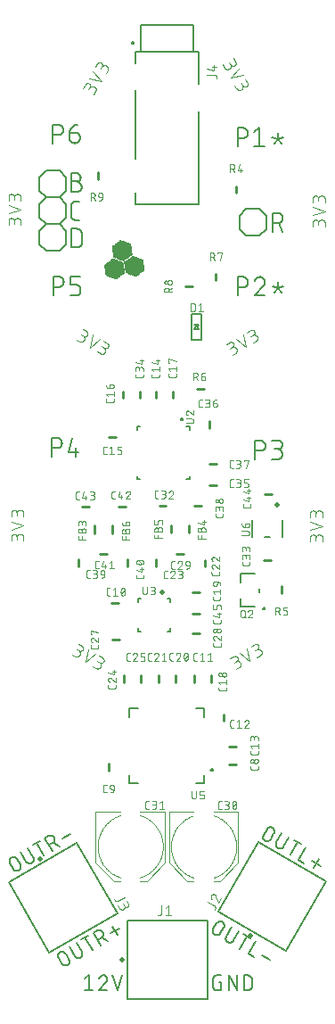
<source format=gbr>
G04 EAGLE Gerber RS-274X export*
G75*
%MOMM*%
%FSLAX34Y34*%
%LPD*%
%INSilkscreen Top*%
%IPPOS*%
%AMOC8*
5,1,8,0,0,1.08239X$1,22.5*%
G01*
%ADD10C,0.152400*%
%ADD11C,0.101600*%
%ADD12C,0.127000*%
%ADD13R,0.014731X0.751331*%
%ADD14R,0.014731X0.883919*%
%ADD15R,0.014731X1.001775*%
%ADD16R,0.014731X1.119631*%
%ADD17R,0.014731X1.134363*%
%ADD18R,0.014731X1.149094*%
%ADD19R,0.014731X1.163825*%
%ADD20R,0.014731X1.178556*%
%ADD21R,0.014731X1.193288*%
%ADD22R,0.014731X1.222756*%
%ADD23R,0.014731X1.237488*%
%ADD24R,0.014731X1.266950*%
%ADD25R,0.014731X1.281681*%
%ADD26R,0.014731X1.311144*%
%ADD27R,0.014731X1.325881*%
%ADD28R,0.014731X1.355344*%
%ADD29R,0.014731X1.370075*%
%ADD30R,0.014731X1.384806*%
%ADD31R,0.014731X1.399538*%
%ADD32R,0.014731X1.414275*%
%ADD33R,0.014731X1.443738*%
%ADD34R,0.014731X1.458469*%
%ADD35R,0.014731X1.487931*%
%ADD36R,0.014731X1.502663*%
%ADD37R,0.014731X1.517394*%
%ADD38R,0.014731X1.532125*%
%ADD39R,0.014731X1.546856*%
%ADD40R,0.014731X1.576319*%
%ADD41R,0.014731X1.605788*%
%ADD42R,0.014731X1.620519*%
%ADD43R,0.014731X1.649981*%
%ADD44R,0.014731X1.664713*%
%ADD45R,0.014731X1.694175*%
%ADD46R,0.014731X1.708913*%
%ADD47R,0.014731X1.738375*%
%ADD48R,0.014731X1.753106*%
%ADD49R,0.014731X1.767838*%
%ADD50R,0.014731X1.782569*%
%ADD51R,0.014731X1.797306*%
%ADD52R,0.014731X0.117856*%
%ADD53R,0.014731X1.826769*%
%ADD54R,0.014731X0.235713*%
%ADD55R,0.014731X0.353569*%
%ADD56R,0.014731X1.856231*%
%ADD57R,0.014731X0.486156*%
%ADD58R,0.014731X1.870963*%
%ADD59R,0.014731X0.604013*%
%ADD60R,0.014731X0.721869*%
%ADD61R,0.014731X1.885694*%
%ADD62R,0.014731X0.839719*%
%ADD63R,0.014731X0.972306*%
%ADD64R,0.014731X1.090169*%
%ADD65R,0.014731X1.208025*%
%ADD66R,0.014731X1.252219*%
%ADD67R,0.014731X1.296412*%
%ADD68R,0.014731X1.340612*%
%ADD69R,0.014731X1.826763*%
%ADD70R,0.014731X1.414269*%
%ADD71R,0.014731X1.812031*%
%ADD72R,0.014731X1.429000*%
%ADD73R,0.014731X1.458462*%
%ADD74R,0.014731X1.473200*%
%ADD75R,0.014731X1.723644*%
%ADD76R,0.014731X1.694181*%
%ADD77R,0.014731X1.679450*%
%ADD78R,0.014731X1.561594*%
%ADD79R,0.014731X1.576325*%
%ADD80R,0.014731X1.591056*%
%ADD81R,0.014731X1.635250*%
%ADD82R,0.014731X1.561588*%
%ADD83R,0.014731X1.443731*%
%ADD84R,0.014731X1.797300*%
%ADD85R,0.014731X1.841500*%
%ADD86R,0.014731X1.311150*%
%ADD87R,0.014731X1.296419*%
%ADD88R,0.014731X1.193294*%
%ADD89R,0.014731X0.957575*%
%ADD90R,0.014731X0.589281*%
%ADD91R,0.014731X0.471425*%
%ADD92R,0.014731X0.220975*%
%ADD93R,0.014731X1.812038*%
%ADD94R,0.014731X0.103119*%
%ADD95R,0.014731X0.029463*%
%ADD96R,0.014731X0.162050*%
%ADD97R,0.014731X0.265175*%
%ADD98R,0.014731X0.397763*%
%ADD99R,0.014731X0.515619*%
%ADD100R,0.014731X0.648206*%
%ADD101R,0.014731X1.679444*%
%ADD102R,0.014731X1.016506*%
%ADD103R,0.014731X1.104900*%
%ADD104R,0.014731X1.222750*%
%ADD105R,0.014731X1.434338*%
%ADD106R,0.014731X1.208019*%
%ADD107R,0.014731X0.987044*%
%ADD108R,0.014731X0.854456*%
%ADD109R,0.014731X0.618744*%
%ADD110R,0.014731X0.500888*%
%ADD111R,0.014731X0.368300*%
%ADD112R,0.014731X0.132587*%
%ADD113R,0.014731X0.014731*%
%ADD114R,0.014731X1.664719*%
%ADD115R,0.014731X1.075438*%
%ADD116R,0.014731X0.942844*%
%ADD117R,0.014731X0.707131*%
%ADD118R,0.014731X0.456694*%
%ADD119R,0.014731X0.088388*%
%ADD120C,0.076200*%
%ADD121C,0.200000*%
%ADD122C,0.254000*%
%ADD123C,0.150000*%
%ADD124C,0.500000*%
%ADD125C,0.180000*%


D10*
X66645Y360651D02*
X66645Y378431D01*
X71584Y378431D01*
X71724Y378429D01*
X71863Y378423D01*
X72003Y378413D01*
X72142Y378399D01*
X72281Y378382D01*
X72419Y378360D01*
X72556Y378334D01*
X72693Y378305D01*
X72829Y378272D01*
X72963Y378235D01*
X73097Y378194D01*
X73229Y378149D01*
X73361Y378100D01*
X73490Y378048D01*
X73618Y377993D01*
X73745Y377933D01*
X73870Y377870D01*
X73993Y377804D01*
X74114Y377734D01*
X74233Y377661D01*
X74350Y377584D01*
X74464Y377504D01*
X74577Y377421D01*
X74687Y377335D01*
X74794Y377245D01*
X74899Y377153D01*
X75001Y377058D01*
X75101Y376960D01*
X75198Y376859D01*
X75292Y376755D01*
X75382Y376649D01*
X75470Y376540D01*
X75555Y376429D01*
X75636Y376315D01*
X75715Y376200D01*
X75790Y376082D01*
X75861Y375962D01*
X75929Y375839D01*
X75994Y375716D01*
X76055Y375590D01*
X76113Y375462D01*
X76167Y375334D01*
X76217Y375203D01*
X76264Y375071D01*
X76307Y374938D01*
X76346Y374804D01*
X76381Y374669D01*
X76412Y374533D01*
X76440Y374395D01*
X76463Y374258D01*
X76483Y374119D01*
X76499Y373980D01*
X76511Y373841D01*
X76519Y373702D01*
X76523Y373562D01*
X76523Y373422D01*
X76519Y373282D01*
X76511Y373143D01*
X76499Y373004D01*
X76483Y372865D01*
X76463Y372726D01*
X76440Y372589D01*
X76412Y372451D01*
X76381Y372315D01*
X76346Y372180D01*
X76307Y372046D01*
X76264Y371913D01*
X76217Y371781D01*
X76167Y371650D01*
X76113Y371522D01*
X76055Y371394D01*
X75994Y371268D01*
X75929Y371145D01*
X75861Y371023D01*
X75790Y370902D01*
X75715Y370784D01*
X75636Y370669D01*
X75555Y370555D01*
X75470Y370444D01*
X75382Y370335D01*
X75292Y370229D01*
X75198Y370125D01*
X75101Y370024D01*
X75001Y369926D01*
X74899Y369831D01*
X74794Y369739D01*
X74687Y369649D01*
X74577Y369563D01*
X74464Y369480D01*
X74350Y369400D01*
X74233Y369323D01*
X74114Y369250D01*
X73993Y369180D01*
X73870Y369114D01*
X73745Y369051D01*
X73618Y368991D01*
X73490Y368936D01*
X73361Y368884D01*
X73229Y368835D01*
X73097Y368790D01*
X72963Y368749D01*
X72829Y368712D01*
X72693Y368679D01*
X72556Y368650D01*
X72419Y368624D01*
X72281Y368602D01*
X72142Y368585D01*
X72003Y368571D01*
X71863Y368561D01*
X71724Y368555D01*
X71584Y368553D01*
X66645Y368553D01*
X82640Y374480D02*
X87579Y378431D01*
X87579Y360651D01*
X82640Y360651D02*
X92518Y360651D01*
X104887Y367565D02*
X104887Y373492D01*
X104887Y367565D02*
X108345Y363120D01*
X104887Y367565D02*
X101430Y363120D01*
X104887Y367565D02*
X110320Y369541D01*
X104887Y367565D02*
X99455Y369541D01*
X-110062Y84069D02*
X-110062Y66289D01*
X-110062Y84069D02*
X-105124Y84069D01*
X-104984Y84067D01*
X-104845Y84061D01*
X-104705Y84051D01*
X-104566Y84037D01*
X-104427Y84020D01*
X-104289Y83998D01*
X-104152Y83972D01*
X-104015Y83943D01*
X-103879Y83910D01*
X-103745Y83873D01*
X-103611Y83832D01*
X-103479Y83787D01*
X-103347Y83738D01*
X-103218Y83686D01*
X-103090Y83631D01*
X-102963Y83571D01*
X-102838Y83508D01*
X-102715Y83442D01*
X-102594Y83372D01*
X-102475Y83299D01*
X-102358Y83222D01*
X-102244Y83142D01*
X-102131Y83059D01*
X-102021Y82973D01*
X-101914Y82883D01*
X-101809Y82791D01*
X-101707Y82696D01*
X-101607Y82598D01*
X-101510Y82497D01*
X-101416Y82393D01*
X-101326Y82287D01*
X-101238Y82178D01*
X-101153Y82067D01*
X-101072Y81953D01*
X-100993Y81838D01*
X-100918Y81720D01*
X-100847Y81600D01*
X-100779Y81477D01*
X-100714Y81354D01*
X-100653Y81228D01*
X-100595Y81100D01*
X-100541Y80972D01*
X-100491Y80841D01*
X-100444Y80709D01*
X-100401Y80576D01*
X-100362Y80442D01*
X-100327Y80307D01*
X-100296Y80171D01*
X-100268Y80033D01*
X-100245Y79896D01*
X-100225Y79757D01*
X-100209Y79618D01*
X-100197Y79479D01*
X-100189Y79340D01*
X-100185Y79200D01*
X-100185Y79060D01*
X-100189Y78920D01*
X-100197Y78781D01*
X-100209Y78642D01*
X-100225Y78503D01*
X-100245Y78364D01*
X-100268Y78227D01*
X-100296Y78089D01*
X-100327Y77953D01*
X-100362Y77818D01*
X-100401Y77684D01*
X-100444Y77551D01*
X-100491Y77419D01*
X-100541Y77288D01*
X-100595Y77160D01*
X-100653Y77032D01*
X-100714Y76906D01*
X-100779Y76783D01*
X-100847Y76661D01*
X-100918Y76540D01*
X-100993Y76422D01*
X-101072Y76307D01*
X-101153Y76193D01*
X-101238Y76082D01*
X-101326Y75973D01*
X-101416Y75867D01*
X-101510Y75763D01*
X-101607Y75662D01*
X-101707Y75564D01*
X-101809Y75469D01*
X-101914Y75377D01*
X-102021Y75287D01*
X-102131Y75201D01*
X-102244Y75118D01*
X-102358Y75038D01*
X-102475Y74961D01*
X-102594Y74888D01*
X-102715Y74818D01*
X-102838Y74752D01*
X-102963Y74689D01*
X-103090Y74629D01*
X-103218Y74574D01*
X-103347Y74522D01*
X-103479Y74473D01*
X-103611Y74428D01*
X-103745Y74387D01*
X-103879Y74350D01*
X-104015Y74317D01*
X-104152Y74288D01*
X-104289Y74262D01*
X-104427Y74240D01*
X-104566Y74223D01*
X-104705Y74209D01*
X-104845Y74199D01*
X-104984Y74193D01*
X-105124Y74191D01*
X-110062Y74191D01*
X-94067Y70240D02*
X-90116Y84069D01*
X-94067Y70240D02*
X-84190Y70240D01*
X-87153Y74191D02*
X-87153Y66289D01*
X66867Y219046D02*
X66867Y236826D01*
X71806Y236826D01*
X71946Y236824D01*
X72085Y236818D01*
X72225Y236808D01*
X72364Y236794D01*
X72503Y236777D01*
X72641Y236755D01*
X72778Y236729D01*
X72915Y236700D01*
X73051Y236667D01*
X73185Y236630D01*
X73319Y236589D01*
X73451Y236544D01*
X73583Y236495D01*
X73712Y236443D01*
X73840Y236388D01*
X73967Y236328D01*
X74092Y236265D01*
X74215Y236199D01*
X74336Y236129D01*
X74455Y236056D01*
X74572Y235979D01*
X74686Y235899D01*
X74799Y235816D01*
X74909Y235730D01*
X75016Y235640D01*
X75121Y235548D01*
X75223Y235453D01*
X75323Y235355D01*
X75420Y235254D01*
X75514Y235150D01*
X75604Y235044D01*
X75692Y234935D01*
X75777Y234824D01*
X75858Y234710D01*
X75937Y234595D01*
X76012Y234477D01*
X76083Y234357D01*
X76151Y234234D01*
X76216Y234111D01*
X76277Y233985D01*
X76335Y233857D01*
X76389Y233729D01*
X76439Y233598D01*
X76486Y233466D01*
X76529Y233333D01*
X76568Y233199D01*
X76603Y233064D01*
X76634Y232928D01*
X76662Y232790D01*
X76685Y232653D01*
X76705Y232514D01*
X76721Y232375D01*
X76733Y232236D01*
X76741Y232097D01*
X76745Y231957D01*
X76745Y231817D01*
X76741Y231677D01*
X76733Y231538D01*
X76721Y231399D01*
X76705Y231260D01*
X76685Y231121D01*
X76662Y230984D01*
X76634Y230846D01*
X76603Y230710D01*
X76568Y230575D01*
X76529Y230441D01*
X76486Y230308D01*
X76439Y230176D01*
X76389Y230045D01*
X76335Y229917D01*
X76277Y229789D01*
X76216Y229663D01*
X76151Y229540D01*
X76083Y229418D01*
X76012Y229297D01*
X75937Y229179D01*
X75858Y229064D01*
X75777Y228950D01*
X75692Y228839D01*
X75604Y228730D01*
X75514Y228624D01*
X75420Y228520D01*
X75323Y228419D01*
X75223Y228321D01*
X75121Y228226D01*
X75016Y228134D01*
X74909Y228044D01*
X74799Y227958D01*
X74686Y227875D01*
X74572Y227795D01*
X74455Y227718D01*
X74336Y227645D01*
X74215Y227575D01*
X74092Y227509D01*
X73967Y227446D01*
X73840Y227386D01*
X73712Y227331D01*
X73583Y227279D01*
X73451Y227230D01*
X73319Y227185D01*
X73185Y227144D01*
X73051Y227107D01*
X72915Y227074D01*
X72778Y227045D01*
X72641Y227019D01*
X72503Y226997D01*
X72364Y226980D01*
X72225Y226966D01*
X72085Y226956D01*
X71946Y226950D01*
X71806Y226948D01*
X66867Y226948D01*
X88295Y236826D02*
X88427Y236824D01*
X88558Y236818D01*
X88690Y236808D01*
X88821Y236795D01*
X88951Y236777D01*
X89081Y236756D01*
X89211Y236731D01*
X89339Y236702D01*
X89467Y236669D01*
X89593Y236632D01*
X89719Y236592D01*
X89843Y236548D01*
X89966Y236500D01*
X90087Y236449D01*
X90207Y236394D01*
X90325Y236336D01*
X90441Y236274D01*
X90555Y236208D01*
X90668Y236140D01*
X90778Y236068D01*
X90886Y235993D01*
X90992Y235914D01*
X91096Y235833D01*
X91197Y235748D01*
X91295Y235661D01*
X91391Y235570D01*
X91484Y235477D01*
X91575Y235381D01*
X91662Y235283D01*
X91747Y235182D01*
X91828Y235078D01*
X91907Y234972D01*
X91982Y234864D01*
X92054Y234754D01*
X92122Y234641D01*
X92188Y234527D01*
X92250Y234411D01*
X92308Y234293D01*
X92363Y234173D01*
X92414Y234052D01*
X92462Y233929D01*
X92506Y233805D01*
X92546Y233679D01*
X92583Y233553D01*
X92616Y233425D01*
X92645Y233297D01*
X92670Y233167D01*
X92691Y233037D01*
X92709Y232907D01*
X92722Y232776D01*
X92732Y232644D01*
X92738Y232513D01*
X92740Y232381D01*
X88295Y236826D02*
X88145Y236824D01*
X87996Y236818D01*
X87847Y236808D01*
X87698Y236795D01*
X87549Y236777D01*
X87401Y236756D01*
X87253Y236730D01*
X87107Y236701D01*
X86961Y236668D01*
X86816Y236631D01*
X86672Y236590D01*
X86529Y236546D01*
X86387Y236498D01*
X86247Y236446D01*
X86108Y236391D01*
X85970Y236332D01*
X85835Y236269D01*
X85700Y236203D01*
X85568Y236133D01*
X85438Y236060D01*
X85309Y235983D01*
X85182Y235903D01*
X85058Y235820D01*
X84936Y235734D01*
X84816Y235644D01*
X84699Y235551D01*
X84584Y235456D01*
X84471Y235357D01*
X84361Y235255D01*
X84254Y235151D01*
X84150Y235044D01*
X84048Y234934D01*
X83950Y234821D01*
X83854Y234706D01*
X83762Y234588D01*
X83672Y234468D01*
X83586Y234346D01*
X83503Y234222D01*
X83423Y234095D01*
X83347Y233967D01*
X83274Y233836D01*
X83204Y233703D01*
X83138Y233569D01*
X83076Y233433D01*
X83017Y233296D01*
X82961Y233157D01*
X82910Y233016D01*
X82862Y232875D01*
X91257Y228924D02*
X91353Y229017D01*
X91445Y229113D01*
X91535Y229212D01*
X91622Y229313D01*
X91707Y229416D01*
X91788Y229521D01*
X91866Y229629D01*
X91941Y229739D01*
X92014Y229851D01*
X92083Y229965D01*
X92149Y230081D01*
X92211Y230199D01*
X92270Y230318D01*
X92326Y230439D01*
X92379Y230562D01*
X92428Y230686D01*
X92473Y230811D01*
X92516Y230938D01*
X92554Y231065D01*
X92589Y231194D01*
X92620Y231323D01*
X92648Y231454D01*
X92672Y231585D01*
X92693Y231717D01*
X92709Y231849D01*
X92722Y231982D01*
X92732Y232115D01*
X92737Y232248D01*
X92739Y232381D01*
X91258Y228924D02*
X82862Y219046D01*
X92740Y219046D01*
X105110Y225960D02*
X105110Y231887D01*
X105110Y225960D02*
X108567Y221515D01*
X105110Y225960D02*
X101652Y221515D01*
X105110Y225960D02*
X110542Y227936D01*
X105110Y225960D02*
X99677Y227936D01*
X83430Y81500D02*
X83430Y63720D01*
X83430Y81500D02*
X88369Y81500D01*
X88509Y81498D01*
X88648Y81492D01*
X88788Y81482D01*
X88927Y81468D01*
X89066Y81451D01*
X89204Y81429D01*
X89341Y81403D01*
X89478Y81374D01*
X89614Y81341D01*
X89748Y81304D01*
X89882Y81263D01*
X90014Y81218D01*
X90146Y81169D01*
X90275Y81117D01*
X90403Y81062D01*
X90530Y81002D01*
X90655Y80939D01*
X90778Y80873D01*
X90899Y80803D01*
X91018Y80730D01*
X91135Y80653D01*
X91249Y80573D01*
X91362Y80490D01*
X91472Y80404D01*
X91579Y80314D01*
X91684Y80222D01*
X91786Y80127D01*
X91886Y80029D01*
X91983Y79928D01*
X92077Y79824D01*
X92167Y79718D01*
X92255Y79609D01*
X92340Y79498D01*
X92421Y79384D01*
X92500Y79269D01*
X92575Y79151D01*
X92646Y79031D01*
X92714Y78908D01*
X92779Y78785D01*
X92840Y78659D01*
X92898Y78531D01*
X92952Y78403D01*
X93002Y78272D01*
X93049Y78140D01*
X93092Y78007D01*
X93131Y77873D01*
X93166Y77738D01*
X93197Y77602D01*
X93225Y77464D01*
X93248Y77327D01*
X93268Y77188D01*
X93284Y77049D01*
X93296Y76910D01*
X93304Y76771D01*
X93308Y76631D01*
X93308Y76491D01*
X93304Y76351D01*
X93296Y76212D01*
X93284Y76073D01*
X93268Y75934D01*
X93248Y75795D01*
X93225Y75658D01*
X93197Y75520D01*
X93166Y75384D01*
X93131Y75249D01*
X93092Y75115D01*
X93049Y74982D01*
X93002Y74850D01*
X92952Y74719D01*
X92898Y74591D01*
X92840Y74463D01*
X92779Y74337D01*
X92714Y74214D01*
X92646Y74092D01*
X92575Y73971D01*
X92500Y73853D01*
X92421Y73738D01*
X92340Y73624D01*
X92255Y73513D01*
X92167Y73404D01*
X92077Y73298D01*
X91983Y73194D01*
X91886Y73093D01*
X91786Y72995D01*
X91684Y72900D01*
X91579Y72808D01*
X91472Y72718D01*
X91362Y72632D01*
X91249Y72549D01*
X91135Y72469D01*
X91018Y72392D01*
X90899Y72319D01*
X90778Y72249D01*
X90655Y72183D01*
X90530Y72120D01*
X90403Y72060D01*
X90275Y72005D01*
X90146Y71953D01*
X90014Y71904D01*
X89882Y71859D01*
X89748Y71818D01*
X89614Y71781D01*
X89478Y71748D01*
X89341Y71719D01*
X89204Y71693D01*
X89066Y71671D01*
X88927Y71654D01*
X88788Y71640D01*
X88648Y71630D01*
X88509Y71624D01*
X88369Y71622D01*
X83430Y71622D01*
X99425Y63720D02*
X104364Y63720D01*
X104364Y63719D02*
X104504Y63721D01*
X104643Y63727D01*
X104783Y63737D01*
X104922Y63751D01*
X105061Y63768D01*
X105199Y63790D01*
X105336Y63816D01*
X105473Y63845D01*
X105609Y63878D01*
X105743Y63915D01*
X105877Y63956D01*
X106009Y64001D01*
X106141Y64050D01*
X106270Y64102D01*
X106398Y64157D01*
X106525Y64217D01*
X106650Y64280D01*
X106773Y64346D01*
X106894Y64416D01*
X107013Y64489D01*
X107130Y64566D01*
X107244Y64646D01*
X107357Y64729D01*
X107467Y64815D01*
X107574Y64905D01*
X107679Y64997D01*
X107781Y65092D01*
X107881Y65190D01*
X107978Y65291D01*
X108072Y65395D01*
X108162Y65501D01*
X108250Y65610D01*
X108335Y65721D01*
X108416Y65835D01*
X108495Y65950D01*
X108570Y66068D01*
X108641Y66189D01*
X108709Y66311D01*
X108774Y66434D01*
X108835Y66560D01*
X108893Y66688D01*
X108947Y66816D01*
X108997Y66947D01*
X109044Y67079D01*
X109087Y67212D01*
X109126Y67346D01*
X109161Y67481D01*
X109192Y67617D01*
X109220Y67755D01*
X109243Y67892D01*
X109263Y68031D01*
X109279Y68170D01*
X109291Y68309D01*
X109299Y68448D01*
X109303Y68588D01*
X109303Y68728D01*
X109299Y68868D01*
X109291Y69007D01*
X109279Y69146D01*
X109263Y69285D01*
X109243Y69424D01*
X109220Y69561D01*
X109192Y69699D01*
X109161Y69835D01*
X109126Y69970D01*
X109087Y70104D01*
X109044Y70237D01*
X108997Y70369D01*
X108947Y70500D01*
X108893Y70628D01*
X108835Y70756D01*
X108774Y70882D01*
X108709Y71005D01*
X108641Y71128D01*
X108570Y71248D01*
X108495Y71366D01*
X108416Y71481D01*
X108335Y71595D01*
X108250Y71706D01*
X108162Y71815D01*
X108072Y71921D01*
X107978Y72025D01*
X107881Y72126D01*
X107781Y72224D01*
X107679Y72319D01*
X107574Y72411D01*
X107467Y72501D01*
X107357Y72587D01*
X107244Y72670D01*
X107130Y72750D01*
X107013Y72827D01*
X106894Y72900D01*
X106773Y72970D01*
X106650Y73036D01*
X106525Y73099D01*
X106398Y73159D01*
X106270Y73214D01*
X106141Y73266D01*
X106009Y73315D01*
X105877Y73360D01*
X105743Y73401D01*
X105609Y73438D01*
X105473Y73471D01*
X105336Y73500D01*
X105199Y73526D01*
X105061Y73548D01*
X104922Y73565D01*
X104783Y73579D01*
X104643Y73589D01*
X104504Y73595D01*
X104364Y73597D01*
X105351Y81500D02*
X99425Y81500D01*
X105351Y81499D02*
X105475Y81497D01*
X105599Y81491D01*
X105723Y81481D01*
X105846Y81468D01*
X105969Y81450D01*
X106091Y81429D01*
X106213Y81404D01*
X106334Y81375D01*
X106453Y81342D01*
X106572Y81306D01*
X106689Y81265D01*
X106805Y81222D01*
X106920Y81174D01*
X107033Y81123D01*
X107145Y81068D01*
X107254Y81010D01*
X107362Y80949D01*
X107468Y80884D01*
X107572Y80816D01*
X107673Y80744D01*
X107773Y80670D01*
X107869Y80592D01*
X107964Y80512D01*
X108056Y80428D01*
X108145Y80342D01*
X108231Y80253D01*
X108315Y80161D01*
X108395Y80066D01*
X108473Y79970D01*
X108547Y79870D01*
X108619Y79769D01*
X108687Y79665D01*
X108752Y79559D01*
X108813Y79451D01*
X108871Y79342D01*
X108926Y79230D01*
X108977Y79117D01*
X109025Y79002D01*
X109068Y78886D01*
X109109Y78769D01*
X109145Y78650D01*
X109178Y78531D01*
X109207Y78410D01*
X109232Y78288D01*
X109253Y78166D01*
X109271Y78043D01*
X109284Y77920D01*
X109294Y77796D01*
X109300Y77672D01*
X109302Y77548D01*
X109300Y77424D01*
X109294Y77300D01*
X109284Y77176D01*
X109271Y77053D01*
X109253Y76930D01*
X109232Y76808D01*
X109207Y76686D01*
X109178Y76565D01*
X109145Y76446D01*
X109109Y76327D01*
X109068Y76210D01*
X109025Y76094D01*
X108977Y75979D01*
X108926Y75866D01*
X108871Y75754D01*
X108813Y75645D01*
X108752Y75537D01*
X108687Y75431D01*
X108619Y75327D01*
X108547Y75226D01*
X108473Y75126D01*
X108395Y75030D01*
X108315Y74935D01*
X108231Y74843D01*
X108145Y74754D01*
X108056Y74668D01*
X107964Y74584D01*
X107869Y74504D01*
X107773Y74426D01*
X107673Y74352D01*
X107572Y74280D01*
X107468Y74212D01*
X107362Y74147D01*
X107254Y74086D01*
X107145Y74028D01*
X107033Y73973D01*
X106920Y73922D01*
X106805Y73874D01*
X106689Y73831D01*
X106572Y73790D01*
X106453Y73754D01*
X106334Y73721D01*
X106213Y73692D01*
X106091Y73667D01*
X105969Y73646D01*
X105846Y73628D01*
X105723Y73615D01*
X105599Y73605D01*
X105475Y73599D01*
X105351Y73597D01*
X101400Y73597D01*
X-86324Y327375D02*
X-91262Y327375D01*
X-86324Y327375D02*
X-86184Y327373D01*
X-86045Y327367D01*
X-85905Y327357D01*
X-85766Y327343D01*
X-85627Y327326D01*
X-85489Y327304D01*
X-85352Y327278D01*
X-85215Y327249D01*
X-85079Y327216D01*
X-84945Y327179D01*
X-84811Y327138D01*
X-84679Y327093D01*
X-84547Y327044D01*
X-84418Y326992D01*
X-84290Y326937D01*
X-84163Y326877D01*
X-84038Y326814D01*
X-83915Y326748D01*
X-83794Y326678D01*
X-83675Y326605D01*
X-83558Y326528D01*
X-83444Y326448D01*
X-83331Y326365D01*
X-83221Y326279D01*
X-83114Y326189D01*
X-83009Y326097D01*
X-82907Y326002D01*
X-82807Y325904D01*
X-82710Y325803D01*
X-82616Y325699D01*
X-82526Y325593D01*
X-82438Y325484D01*
X-82353Y325373D01*
X-82272Y325259D01*
X-82193Y325144D01*
X-82118Y325026D01*
X-82047Y324906D01*
X-81979Y324783D01*
X-81914Y324660D01*
X-81853Y324534D01*
X-81795Y324406D01*
X-81741Y324278D01*
X-81691Y324147D01*
X-81644Y324015D01*
X-81601Y323882D01*
X-81562Y323748D01*
X-81527Y323613D01*
X-81496Y323477D01*
X-81468Y323339D01*
X-81445Y323202D01*
X-81425Y323063D01*
X-81409Y322924D01*
X-81397Y322785D01*
X-81389Y322646D01*
X-81385Y322506D01*
X-81385Y322366D01*
X-81389Y322226D01*
X-81397Y322087D01*
X-81409Y321948D01*
X-81425Y321809D01*
X-81445Y321670D01*
X-81468Y321533D01*
X-81496Y321395D01*
X-81527Y321259D01*
X-81562Y321124D01*
X-81601Y320990D01*
X-81644Y320857D01*
X-81691Y320725D01*
X-81741Y320594D01*
X-81795Y320466D01*
X-81853Y320338D01*
X-81914Y320212D01*
X-81979Y320089D01*
X-82047Y319967D01*
X-82118Y319846D01*
X-82193Y319728D01*
X-82272Y319613D01*
X-82353Y319499D01*
X-82438Y319388D01*
X-82526Y319279D01*
X-82616Y319173D01*
X-82710Y319069D01*
X-82807Y318968D01*
X-82907Y318870D01*
X-83009Y318775D01*
X-83114Y318683D01*
X-83221Y318593D01*
X-83331Y318507D01*
X-83444Y318424D01*
X-83558Y318344D01*
X-83675Y318267D01*
X-83794Y318194D01*
X-83915Y318124D01*
X-84038Y318058D01*
X-84163Y317995D01*
X-84290Y317935D01*
X-84418Y317880D01*
X-84547Y317828D01*
X-84679Y317779D01*
X-84811Y317734D01*
X-84945Y317693D01*
X-85079Y317656D01*
X-85215Y317623D01*
X-85352Y317594D01*
X-85489Y317568D01*
X-85627Y317546D01*
X-85766Y317529D01*
X-85905Y317515D01*
X-86045Y317505D01*
X-86184Y317499D01*
X-86324Y317497D01*
X-91262Y317497D01*
X-91262Y335277D01*
X-86324Y335277D01*
X-86200Y335275D01*
X-86076Y335269D01*
X-85952Y335259D01*
X-85829Y335246D01*
X-85706Y335228D01*
X-85584Y335207D01*
X-85462Y335182D01*
X-85341Y335153D01*
X-85222Y335120D01*
X-85103Y335084D01*
X-84986Y335043D01*
X-84870Y335000D01*
X-84755Y334952D01*
X-84642Y334901D01*
X-84530Y334846D01*
X-84421Y334788D01*
X-84313Y334727D01*
X-84207Y334662D01*
X-84103Y334594D01*
X-84002Y334522D01*
X-83902Y334448D01*
X-83806Y334370D01*
X-83711Y334290D01*
X-83619Y334206D01*
X-83530Y334120D01*
X-83444Y334031D01*
X-83360Y333939D01*
X-83280Y333844D01*
X-83202Y333748D01*
X-83128Y333648D01*
X-83056Y333547D01*
X-82988Y333443D01*
X-82923Y333337D01*
X-82862Y333229D01*
X-82804Y333120D01*
X-82749Y333008D01*
X-82698Y332895D01*
X-82650Y332780D01*
X-82607Y332664D01*
X-82566Y332547D01*
X-82530Y332428D01*
X-82497Y332309D01*
X-82468Y332188D01*
X-82443Y332066D01*
X-82422Y331944D01*
X-82404Y331821D01*
X-82391Y331698D01*
X-82381Y331574D01*
X-82375Y331450D01*
X-82373Y331326D01*
X-82375Y331202D01*
X-82381Y331078D01*
X-82391Y330954D01*
X-82404Y330831D01*
X-82422Y330708D01*
X-82443Y330586D01*
X-82468Y330464D01*
X-82497Y330343D01*
X-82530Y330224D01*
X-82566Y330105D01*
X-82607Y329988D01*
X-82650Y329872D01*
X-82698Y329757D01*
X-82749Y329644D01*
X-82804Y329532D01*
X-82862Y329423D01*
X-82923Y329315D01*
X-82988Y329209D01*
X-83056Y329105D01*
X-83128Y329004D01*
X-83202Y328904D01*
X-83280Y328808D01*
X-83360Y328713D01*
X-83444Y328621D01*
X-83530Y328532D01*
X-83619Y328446D01*
X-83711Y328362D01*
X-83806Y328282D01*
X-83902Y328204D01*
X-84002Y328130D01*
X-84103Y328058D01*
X-84207Y327990D01*
X-84313Y327925D01*
X-84421Y327864D01*
X-84530Y327806D01*
X-84642Y327751D01*
X-84755Y327700D01*
X-84870Y327652D01*
X-84986Y327609D01*
X-85103Y327568D01*
X-85222Y327532D01*
X-85341Y327499D01*
X-85462Y327470D01*
X-85584Y327445D01*
X-85706Y327424D01*
X-85829Y327406D01*
X-85952Y327393D01*
X-86076Y327383D01*
X-86200Y327377D01*
X-86324Y327375D01*
X-87308Y290827D02*
X-83357Y290827D01*
X-87308Y290827D02*
X-87432Y290829D01*
X-87556Y290835D01*
X-87680Y290845D01*
X-87803Y290858D01*
X-87926Y290876D01*
X-88048Y290897D01*
X-88170Y290922D01*
X-88291Y290951D01*
X-88410Y290984D01*
X-88529Y291020D01*
X-88646Y291061D01*
X-88762Y291104D01*
X-88877Y291152D01*
X-88990Y291203D01*
X-89102Y291258D01*
X-89211Y291316D01*
X-89319Y291377D01*
X-89425Y291442D01*
X-89529Y291510D01*
X-89630Y291582D01*
X-89730Y291656D01*
X-89826Y291734D01*
X-89921Y291814D01*
X-90013Y291898D01*
X-90102Y291984D01*
X-90188Y292073D01*
X-90272Y292165D01*
X-90352Y292260D01*
X-90430Y292356D01*
X-90504Y292456D01*
X-90576Y292557D01*
X-90644Y292661D01*
X-90709Y292767D01*
X-90770Y292875D01*
X-90828Y292984D01*
X-90883Y293096D01*
X-90934Y293209D01*
X-90982Y293324D01*
X-91025Y293440D01*
X-91066Y293557D01*
X-91102Y293676D01*
X-91135Y293795D01*
X-91164Y293916D01*
X-91189Y294038D01*
X-91210Y294160D01*
X-91228Y294283D01*
X-91241Y294406D01*
X-91251Y294530D01*
X-91257Y294654D01*
X-91259Y294778D01*
X-91259Y304656D01*
X-91257Y304780D01*
X-91251Y304904D01*
X-91241Y305028D01*
X-91228Y305151D01*
X-91210Y305274D01*
X-91189Y305396D01*
X-91164Y305518D01*
X-91135Y305639D01*
X-91102Y305758D01*
X-91066Y305877D01*
X-91025Y305994D01*
X-90982Y306110D01*
X-90934Y306225D01*
X-90883Y306338D01*
X-90828Y306450D01*
X-90770Y306559D01*
X-90709Y306667D01*
X-90644Y306773D01*
X-90576Y306877D01*
X-90504Y306978D01*
X-90430Y307078D01*
X-90352Y307174D01*
X-90272Y307269D01*
X-90188Y307361D01*
X-90102Y307450D01*
X-90013Y307536D01*
X-89921Y307620D01*
X-89826Y307700D01*
X-89730Y307778D01*
X-89630Y307852D01*
X-89529Y307924D01*
X-89425Y307992D01*
X-89319Y308057D01*
X-89211Y308118D01*
X-89102Y308176D01*
X-88990Y308231D01*
X-88877Y308282D01*
X-88763Y308330D01*
X-88646Y308373D01*
X-88529Y308414D01*
X-88410Y308450D01*
X-88291Y308483D01*
X-88170Y308512D01*
X-88048Y308537D01*
X-87926Y308558D01*
X-87803Y308576D01*
X-87680Y308589D01*
X-87556Y308599D01*
X-87432Y308605D01*
X-87308Y308607D01*
X-83357Y308607D01*
X-91008Y282445D02*
X-91008Y264665D01*
X-91008Y282445D02*
X-86070Y282445D01*
X-85931Y282443D01*
X-85793Y282437D01*
X-85655Y282428D01*
X-85517Y282414D01*
X-85380Y282397D01*
X-85243Y282375D01*
X-85106Y282350D01*
X-84971Y282321D01*
X-84836Y282288D01*
X-84703Y282252D01*
X-84570Y282212D01*
X-84439Y282168D01*
X-84309Y282120D01*
X-84180Y282069D01*
X-84053Y282014D01*
X-83927Y281956D01*
X-83803Y281894D01*
X-83681Y281829D01*
X-83561Y281760D01*
X-83442Y281688D01*
X-83326Y281613D01*
X-83212Y281534D01*
X-83100Y281452D01*
X-82991Y281367D01*
X-82883Y281280D01*
X-82779Y281189D01*
X-82677Y281095D01*
X-82578Y280998D01*
X-82481Y280899D01*
X-82387Y280797D01*
X-82296Y280693D01*
X-82209Y280585D01*
X-82124Y280476D01*
X-82042Y280364D01*
X-81963Y280250D01*
X-81888Y280134D01*
X-81816Y280015D01*
X-81747Y279895D01*
X-81682Y279773D01*
X-81620Y279649D01*
X-81562Y279523D01*
X-81507Y279396D01*
X-81456Y279267D01*
X-81408Y279137D01*
X-81364Y279006D01*
X-81324Y278873D01*
X-81288Y278740D01*
X-81255Y278605D01*
X-81226Y278470D01*
X-81201Y278333D01*
X-81179Y278196D01*
X-81162Y278059D01*
X-81148Y277921D01*
X-81139Y277783D01*
X-81133Y277645D01*
X-81131Y277506D01*
X-81131Y269604D01*
X-81133Y269465D01*
X-81139Y269327D01*
X-81148Y269189D01*
X-81162Y269051D01*
X-81179Y268914D01*
X-81201Y268777D01*
X-81226Y268640D01*
X-81255Y268505D01*
X-81288Y268370D01*
X-81324Y268237D01*
X-81364Y268104D01*
X-81408Y267973D01*
X-81456Y267843D01*
X-81507Y267714D01*
X-81562Y267587D01*
X-81620Y267461D01*
X-81682Y267337D01*
X-81747Y267215D01*
X-81816Y267095D01*
X-81888Y266976D01*
X-81963Y266860D01*
X-82042Y266746D01*
X-82124Y266634D01*
X-82209Y266525D01*
X-82296Y266417D01*
X-82387Y266313D01*
X-82481Y266211D01*
X-82578Y266112D01*
X-82677Y266015D01*
X-82779Y265921D01*
X-82883Y265830D01*
X-82991Y265743D01*
X-83100Y265658D01*
X-83212Y265576D01*
X-83326Y265497D01*
X-83442Y265422D01*
X-83561Y265350D01*
X-83681Y265281D01*
X-83803Y265216D01*
X-83927Y265154D01*
X-84053Y265096D01*
X-84180Y265041D01*
X-84309Y264990D01*
X-84439Y264942D01*
X-84570Y264898D01*
X-84703Y264858D01*
X-84836Y264822D01*
X-84971Y264789D01*
X-85106Y264760D01*
X-85243Y264735D01*
X-85380Y264713D01*
X-85517Y264696D01*
X-85655Y264682D01*
X-85793Y264673D01*
X-85931Y264667D01*
X-86070Y264665D01*
X-91008Y264665D01*
X99800Y279847D02*
X99800Y297627D01*
X104739Y297627D01*
X104879Y297625D01*
X105018Y297619D01*
X105158Y297609D01*
X105297Y297595D01*
X105436Y297578D01*
X105574Y297556D01*
X105711Y297530D01*
X105848Y297501D01*
X105984Y297468D01*
X106118Y297431D01*
X106252Y297390D01*
X106384Y297345D01*
X106516Y297296D01*
X106645Y297244D01*
X106773Y297189D01*
X106900Y297129D01*
X107025Y297066D01*
X107148Y297000D01*
X107269Y296930D01*
X107388Y296857D01*
X107505Y296780D01*
X107619Y296700D01*
X107732Y296617D01*
X107842Y296531D01*
X107949Y296441D01*
X108054Y296349D01*
X108156Y296254D01*
X108256Y296156D01*
X108353Y296055D01*
X108447Y295951D01*
X108537Y295845D01*
X108625Y295736D01*
X108710Y295625D01*
X108791Y295511D01*
X108870Y295396D01*
X108945Y295278D01*
X109016Y295158D01*
X109084Y295035D01*
X109149Y294912D01*
X109210Y294786D01*
X109268Y294658D01*
X109322Y294530D01*
X109372Y294399D01*
X109419Y294267D01*
X109462Y294134D01*
X109501Y294000D01*
X109536Y293865D01*
X109567Y293729D01*
X109595Y293591D01*
X109618Y293454D01*
X109638Y293315D01*
X109654Y293176D01*
X109666Y293037D01*
X109674Y292898D01*
X109678Y292758D01*
X109678Y292618D01*
X109674Y292478D01*
X109666Y292339D01*
X109654Y292200D01*
X109638Y292061D01*
X109618Y291922D01*
X109595Y291785D01*
X109567Y291647D01*
X109536Y291511D01*
X109501Y291376D01*
X109462Y291242D01*
X109419Y291109D01*
X109372Y290977D01*
X109322Y290846D01*
X109268Y290718D01*
X109210Y290590D01*
X109149Y290464D01*
X109084Y290341D01*
X109016Y290219D01*
X108945Y290098D01*
X108870Y289980D01*
X108791Y289865D01*
X108710Y289751D01*
X108625Y289640D01*
X108537Y289531D01*
X108447Y289425D01*
X108353Y289321D01*
X108256Y289220D01*
X108156Y289122D01*
X108054Y289027D01*
X107949Y288935D01*
X107842Y288845D01*
X107732Y288759D01*
X107619Y288676D01*
X107505Y288596D01*
X107388Y288519D01*
X107269Y288446D01*
X107148Y288376D01*
X107025Y288310D01*
X106900Y288247D01*
X106773Y288187D01*
X106645Y288132D01*
X106516Y288080D01*
X106384Y288031D01*
X106252Y287986D01*
X106118Y287945D01*
X105984Y287908D01*
X105848Y287875D01*
X105711Y287846D01*
X105574Y287820D01*
X105436Y287798D01*
X105297Y287781D01*
X105158Y287767D01*
X105018Y287757D01*
X104879Y287751D01*
X104739Y287749D01*
X99800Y287749D01*
X105726Y287749D02*
X109677Y279847D01*
D11*
X-69974Y410172D02*
X-68351Y412982D01*
X-68296Y413081D01*
X-68245Y413182D01*
X-68197Y413285D01*
X-68152Y413389D01*
X-68112Y413495D01*
X-68075Y413602D01*
X-68042Y413710D01*
X-68012Y413820D01*
X-67987Y413930D01*
X-67965Y414041D01*
X-67948Y414153D01*
X-67934Y414266D01*
X-67924Y414379D01*
X-67918Y414492D01*
X-67916Y414605D01*
X-67918Y414718D01*
X-67924Y414831D01*
X-67934Y414944D01*
X-67948Y415057D01*
X-67965Y415169D01*
X-67987Y415280D01*
X-68012Y415390D01*
X-68042Y415500D01*
X-68075Y415608D01*
X-68112Y415715D01*
X-68152Y415821D01*
X-68197Y415925D01*
X-68245Y416028D01*
X-68296Y416129D01*
X-68351Y416228D01*
X-68409Y416325D01*
X-68471Y416420D01*
X-68536Y416513D01*
X-68604Y416603D01*
X-68675Y416691D01*
X-68750Y416777D01*
X-68827Y416860D01*
X-68907Y416940D01*
X-68990Y417017D01*
X-69076Y417092D01*
X-69164Y417163D01*
X-69254Y417231D01*
X-69347Y417296D01*
X-69442Y417358D01*
X-69539Y417416D01*
X-69638Y417471D01*
X-69739Y417522D01*
X-69842Y417570D01*
X-69946Y417615D01*
X-70052Y417655D01*
X-70159Y417692D01*
X-70267Y417725D01*
X-70377Y417755D01*
X-70487Y417780D01*
X-70598Y417802D01*
X-70710Y417819D01*
X-70823Y417833D01*
X-70936Y417843D01*
X-71049Y417849D01*
X-71162Y417851D01*
X-71275Y417849D01*
X-71388Y417843D01*
X-71501Y417833D01*
X-71614Y417819D01*
X-71726Y417802D01*
X-71837Y417780D01*
X-71947Y417755D01*
X-72057Y417725D01*
X-72165Y417692D01*
X-72272Y417655D01*
X-72378Y417615D01*
X-72482Y417570D01*
X-72585Y417522D01*
X-72686Y417471D01*
X-72785Y417416D01*
X-72882Y417358D01*
X-72977Y417296D01*
X-73070Y417231D01*
X-73160Y417163D01*
X-73248Y417092D01*
X-73334Y417017D01*
X-73417Y416940D01*
X-73497Y416860D01*
X-73574Y416777D01*
X-73649Y416691D01*
X-73720Y416603D01*
X-73788Y416513D01*
X-73853Y416420D01*
X-73915Y416325D01*
X-73973Y416228D01*
X-78145Y419386D02*
X-80093Y416014D01*
X-78146Y419387D02*
X-78094Y419473D01*
X-78039Y419557D01*
X-77980Y419639D01*
X-77918Y419718D01*
X-77854Y419796D01*
X-77786Y419870D01*
X-77715Y419942D01*
X-77642Y420011D01*
X-77566Y420077D01*
X-77488Y420141D01*
X-77407Y420201D01*
X-77324Y420258D01*
X-77239Y420311D01*
X-77152Y420362D01*
X-77063Y420409D01*
X-76972Y420452D01*
X-76879Y420492D01*
X-76785Y420528D01*
X-76690Y420561D01*
X-76593Y420590D01*
X-76496Y420615D01*
X-76397Y420636D01*
X-76298Y420654D01*
X-76198Y420667D01*
X-76098Y420677D01*
X-75998Y420683D01*
X-75897Y420685D01*
X-75796Y420683D01*
X-75696Y420677D01*
X-75596Y420667D01*
X-75496Y420654D01*
X-75397Y420636D01*
X-75298Y420615D01*
X-75201Y420590D01*
X-75104Y420561D01*
X-75009Y420528D01*
X-74915Y420492D01*
X-74822Y420452D01*
X-74731Y420409D01*
X-74642Y420362D01*
X-74555Y420311D01*
X-74470Y420258D01*
X-74387Y420201D01*
X-74306Y420141D01*
X-74228Y420077D01*
X-74152Y420011D01*
X-74079Y419942D01*
X-74008Y419870D01*
X-73940Y419796D01*
X-73876Y419718D01*
X-73814Y419639D01*
X-73755Y419557D01*
X-73700Y419473D01*
X-73648Y419387D01*
X-73599Y419298D01*
X-73554Y419208D01*
X-73512Y419117D01*
X-73474Y419023D01*
X-73440Y418929D01*
X-73409Y418833D01*
X-73382Y418736D01*
X-73359Y418638D01*
X-73339Y418539D01*
X-73324Y418439D01*
X-73312Y418339D01*
X-73304Y418239D01*
X-73300Y418138D01*
X-73300Y418038D01*
X-73304Y417937D01*
X-73312Y417837D01*
X-73324Y417737D01*
X-73339Y417637D01*
X-73359Y417538D01*
X-73382Y417440D01*
X-73409Y417343D01*
X-73440Y417247D01*
X-73474Y417153D01*
X-73512Y417059D01*
X-73554Y416968D01*
X-73599Y416878D01*
X-73648Y416790D01*
X-74946Y414541D01*
X-74702Y425350D02*
X-62636Y422881D01*
X-70808Y432096D01*
X-58544Y429969D02*
X-56921Y432780D01*
X-56921Y432779D02*
X-56866Y432878D01*
X-56815Y432979D01*
X-56767Y433082D01*
X-56722Y433186D01*
X-56682Y433292D01*
X-56645Y433399D01*
X-56612Y433507D01*
X-56582Y433617D01*
X-56557Y433727D01*
X-56535Y433838D01*
X-56518Y433950D01*
X-56504Y434063D01*
X-56494Y434176D01*
X-56488Y434289D01*
X-56486Y434402D01*
X-56488Y434515D01*
X-56494Y434628D01*
X-56504Y434741D01*
X-56518Y434854D01*
X-56535Y434966D01*
X-56557Y435077D01*
X-56582Y435187D01*
X-56612Y435297D01*
X-56645Y435405D01*
X-56682Y435512D01*
X-56722Y435618D01*
X-56767Y435722D01*
X-56815Y435825D01*
X-56866Y435926D01*
X-56921Y436025D01*
X-56979Y436122D01*
X-57041Y436217D01*
X-57106Y436310D01*
X-57174Y436400D01*
X-57245Y436488D01*
X-57320Y436574D01*
X-57397Y436657D01*
X-57477Y436737D01*
X-57560Y436814D01*
X-57646Y436889D01*
X-57734Y436960D01*
X-57824Y437028D01*
X-57917Y437093D01*
X-58012Y437155D01*
X-58109Y437213D01*
X-58208Y437268D01*
X-58309Y437319D01*
X-58412Y437367D01*
X-58516Y437412D01*
X-58622Y437452D01*
X-58729Y437489D01*
X-58837Y437522D01*
X-58947Y437552D01*
X-59057Y437577D01*
X-59168Y437599D01*
X-59280Y437616D01*
X-59393Y437630D01*
X-59506Y437640D01*
X-59619Y437646D01*
X-59732Y437648D01*
X-59845Y437646D01*
X-59958Y437640D01*
X-60071Y437630D01*
X-60184Y437616D01*
X-60296Y437599D01*
X-60407Y437577D01*
X-60517Y437552D01*
X-60627Y437522D01*
X-60735Y437489D01*
X-60842Y437452D01*
X-60948Y437412D01*
X-61052Y437367D01*
X-61155Y437319D01*
X-61256Y437268D01*
X-61355Y437213D01*
X-61452Y437155D01*
X-61547Y437093D01*
X-61640Y437028D01*
X-61730Y436960D01*
X-61818Y436889D01*
X-61904Y436814D01*
X-61987Y436737D01*
X-62067Y436657D01*
X-62144Y436574D01*
X-62219Y436488D01*
X-62290Y436400D01*
X-62358Y436310D01*
X-62423Y436217D01*
X-62485Y436122D01*
X-62543Y436025D01*
X-66715Y439184D02*
X-68663Y435811D01*
X-66716Y439184D02*
X-66664Y439270D01*
X-66609Y439354D01*
X-66550Y439436D01*
X-66488Y439515D01*
X-66424Y439593D01*
X-66356Y439667D01*
X-66285Y439739D01*
X-66212Y439808D01*
X-66136Y439874D01*
X-66058Y439938D01*
X-65977Y439998D01*
X-65894Y440055D01*
X-65809Y440108D01*
X-65722Y440159D01*
X-65633Y440206D01*
X-65542Y440249D01*
X-65449Y440289D01*
X-65355Y440325D01*
X-65260Y440358D01*
X-65163Y440387D01*
X-65066Y440412D01*
X-64967Y440433D01*
X-64868Y440451D01*
X-64768Y440464D01*
X-64668Y440474D01*
X-64568Y440480D01*
X-64467Y440482D01*
X-64366Y440480D01*
X-64266Y440474D01*
X-64166Y440464D01*
X-64066Y440451D01*
X-63967Y440433D01*
X-63868Y440412D01*
X-63771Y440387D01*
X-63674Y440358D01*
X-63579Y440325D01*
X-63485Y440289D01*
X-63392Y440249D01*
X-63301Y440206D01*
X-63212Y440159D01*
X-63125Y440108D01*
X-63040Y440055D01*
X-62957Y439998D01*
X-62876Y439938D01*
X-62798Y439874D01*
X-62722Y439808D01*
X-62649Y439739D01*
X-62578Y439667D01*
X-62510Y439593D01*
X-62446Y439515D01*
X-62384Y439436D01*
X-62325Y439354D01*
X-62270Y439270D01*
X-62218Y439184D01*
X-62169Y439095D01*
X-62124Y439005D01*
X-62082Y438914D01*
X-62044Y438820D01*
X-62010Y438726D01*
X-61979Y438630D01*
X-61952Y438533D01*
X-61929Y438435D01*
X-61909Y438336D01*
X-61894Y438236D01*
X-61882Y438136D01*
X-61874Y438036D01*
X-61870Y437935D01*
X-61870Y437835D01*
X-61874Y437734D01*
X-61882Y437634D01*
X-61894Y437534D01*
X-61909Y437434D01*
X-61929Y437335D01*
X-61952Y437237D01*
X-61979Y437140D01*
X-62010Y437044D01*
X-62044Y436950D01*
X-62082Y436856D01*
X-62124Y436765D01*
X-62169Y436675D01*
X-62218Y436587D01*
X-63516Y434339D01*
X-139251Y289367D02*
X-139251Y286121D01*
X-139250Y289367D02*
X-139252Y289480D01*
X-139258Y289593D01*
X-139268Y289706D01*
X-139282Y289819D01*
X-139299Y289931D01*
X-139321Y290042D01*
X-139346Y290152D01*
X-139376Y290262D01*
X-139409Y290370D01*
X-139446Y290477D01*
X-139486Y290583D01*
X-139531Y290687D01*
X-139579Y290790D01*
X-139630Y290891D01*
X-139685Y290990D01*
X-139743Y291087D01*
X-139805Y291182D01*
X-139870Y291275D01*
X-139938Y291365D01*
X-140009Y291453D01*
X-140084Y291539D01*
X-140161Y291622D01*
X-140241Y291702D01*
X-140324Y291779D01*
X-140410Y291854D01*
X-140498Y291925D01*
X-140588Y291993D01*
X-140681Y292058D01*
X-140776Y292120D01*
X-140873Y292178D01*
X-140972Y292233D01*
X-141073Y292284D01*
X-141176Y292332D01*
X-141280Y292377D01*
X-141386Y292417D01*
X-141493Y292454D01*
X-141601Y292487D01*
X-141711Y292517D01*
X-141821Y292542D01*
X-141932Y292564D01*
X-142044Y292581D01*
X-142157Y292595D01*
X-142270Y292605D01*
X-142383Y292611D01*
X-142496Y292613D01*
X-142609Y292611D01*
X-142722Y292605D01*
X-142835Y292595D01*
X-142948Y292581D01*
X-143060Y292564D01*
X-143171Y292542D01*
X-143281Y292517D01*
X-143391Y292487D01*
X-143499Y292454D01*
X-143606Y292417D01*
X-143712Y292377D01*
X-143816Y292332D01*
X-143919Y292284D01*
X-144020Y292233D01*
X-144119Y292178D01*
X-144216Y292120D01*
X-144311Y292058D01*
X-144404Y291993D01*
X-144494Y291925D01*
X-144582Y291854D01*
X-144668Y291779D01*
X-144751Y291702D01*
X-144831Y291622D01*
X-144908Y291539D01*
X-144983Y291453D01*
X-145054Y291365D01*
X-145122Y291275D01*
X-145187Y291182D01*
X-145249Y291087D01*
X-145307Y290990D01*
X-145362Y290891D01*
X-145413Y290790D01*
X-145461Y290687D01*
X-145506Y290583D01*
X-145546Y290477D01*
X-145583Y290370D01*
X-145616Y290262D01*
X-145646Y290152D01*
X-145671Y290042D01*
X-145693Y289931D01*
X-145710Y289819D01*
X-145724Y289706D01*
X-145734Y289593D01*
X-145740Y289480D01*
X-145742Y289367D01*
X-150935Y290016D02*
X-150935Y286121D01*
X-150934Y290016D02*
X-150932Y290117D01*
X-150926Y290217D01*
X-150916Y290317D01*
X-150903Y290417D01*
X-150885Y290516D01*
X-150864Y290615D01*
X-150839Y290712D01*
X-150810Y290809D01*
X-150777Y290904D01*
X-150741Y290998D01*
X-150701Y291090D01*
X-150658Y291181D01*
X-150611Y291270D01*
X-150561Y291357D01*
X-150507Y291443D01*
X-150450Y291526D01*
X-150390Y291606D01*
X-150327Y291685D01*
X-150260Y291761D01*
X-150191Y291834D01*
X-150119Y291904D01*
X-150045Y291972D01*
X-149968Y292037D01*
X-149888Y292098D01*
X-149806Y292157D01*
X-149722Y292212D01*
X-149636Y292264D01*
X-149548Y292313D01*
X-149458Y292358D01*
X-149366Y292400D01*
X-149273Y292438D01*
X-149178Y292472D01*
X-149083Y292503D01*
X-148986Y292530D01*
X-148888Y292553D01*
X-148789Y292573D01*
X-148689Y292588D01*
X-148589Y292600D01*
X-148489Y292608D01*
X-148388Y292612D01*
X-148288Y292612D01*
X-148187Y292608D01*
X-148087Y292600D01*
X-147987Y292588D01*
X-147887Y292573D01*
X-147788Y292553D01*
X-147690Y292530D01*
X-147593Y292503D01*
X-147498Y292472D01*
X-147403Y292438D01*
X-147310Y292400D01*
X-147218Y292358D01*
X-147128Y292313D01*
X-147040Y292264D01*
X-146954Y292212D01*
X-146870Y292157D01*
X-146788Y292098D01*
X-146708Y292037D01*
X-146631Y291972D01*
X-146557Y291904D01*
X-146485Y291834D01*
X-146416Y291761D01*
X-146349Y291685D01*
X-146286Y291606D01*
X-146226Y291526D01*
X-146169Y291443D01*
X-146115Y291357D01*
X-146065Y291270D01*
X-146018Y291181D01*
X-145975Y291090D01*
X-145935Y290998D01*
X-145899Y290904D01*
X-145866Y290809D01*
X-145837Y290712D01*
X-145812Y290615D01*
X-145791Y290516D01*
X-145773Y290417D01*
X-145760Y290317D01*
X-145750Y290217D01*
X-145744Y290117D01*
X-145742Y290016D01*
X-145742Y287419D01*
X-150935Y296902D02*
X-139251Y300797D01*
X-150935Y304691D01*
X-139251Y308981D02*
X-139251Y312227D01*
X-139250Y312227D02*
X-139252Y312340D01*
X-139258Y312453D01*
X-139268Y312566D01*
X-139282Y312679D01*
X-139299Y312791D01*
X-139321Y312902D01*
X-139346Y313012D01*
X-139376Y313122D01*
X-139409Y313230D01*
X-139446Y313337D01*
X-139486Y313443D01*
X-139531Y313547D01*
X-139579Y313650D01*
X-139630Y313751D01*
X-139685Y313850D01*
X-139743Y313947D01*
X-139805Y314042D01*
X-139870Y314135D01*
X-139938Y314225D01*
X-140009Y314313D01*
X-140084Y314399D01*
X-140161Y314482D01*
X-140241Y314562D01*
X-140324Y314639D01*
X-140410Y314714D01*
X-140498Y314785D01*
X-140588Y314853D01*
X-140681Y314918D01*
X-140776Y314980D01*
X-140873Y315038D01*
X-140972Y315093D01*
X-141073Y315144D01*
X-141176Y315192D01*
X-141280Y315237D01*
X-141386Y315277D01*
X-141493Y315314D01*
X-141601Y315347D01*
X-141711Y315377D01*
X-141821Y315402D01*
X-141932Y315424D01*
X-142044Y315441D01*
X-142157Y315455D01*
X-142270Y315465D01*
X-142383Y315471D01*
X-142496Y315473D01*
X-142609Y315471D01*
X-142722Y315465D01*
X-142835Y315455D01*
X-142948Y315441D01*
X-143060Y315424D01*
X-143171Y315402D01*
X-143281Y315377D01*
X-143391Y315347D01*
X-143499Y315314D01*
X-143606Y315277D01*
X-143712Y315237D01*
X-143816Y315192D01*
X-143919Y315144D01*
X-144020Y315093D01*
X-144119Y315038D01*
X-144216Y314980D01*
X-144311Y314918D01*
X-144404Y314853D01*
X-144494Y314785D01*
X-144582Y314714D01*
X-144668Y314639D01*
X-144751Y314562D01*
X-144831Y314482D01*
X-144908Y314399D01*
X-144983Y314313D01*
X-145054Y314225D01*
X-145122Y314135D01*
X-145187Y314042D01*
X-145249Y313947D01*
X-145307Y313850D01*
X-145362Y313751D01*
X-145413Y313650D01*
X-145461Y313547D01*
X-145506Y313443D01*
X-145546Y313337D01*
X-145583Y313230D01*
X-145616Y313122D01*
X-145646Y313012D01*
X-145671Y312902D01*
X-145693Y312791D01*
X-145710Y312679D01*
X-145724Y312566D01*
X-145734Y312453D01*
X-145740Y312340D01*
X-145742Y312227D01*
X-150935Y312876D02*
X-150935Y308981D01*
X-150934Y312876D02*
X-150932Y312977D01*
X-150926Y313077D01*
X-150916Y313177D01*
X-150903Y313277D01*
X-150885Y313376D01*
X-150864Y313475D01*
X-150839Y313572D01*
X-150810Y313669D01*
X-150777Y313764D01*
X-150741Y313858D01*
X-150701Y313950D01*
X-150658Y314041D01*
X-150611Y314130D01*
X-150561Y314217D01*
X-150507Y314303D01*
X-150450Y314386D01*
X-150390Y314466D01*
X-150327Y314545D01*
X-150260Y314621D01*
X-150191Y314694D01*
X-150119Y314764D01*
X-150045Y314832D01*
X-149968Y314897D01*
X-149888Y314958D01*
X-149806Y315017D01*
X-149722Y315072D01*
X-149636Y315124D01*
X-149548Y315173D01*
X-149458Y315218D01*
X-149366Y315260D01*
X-149273Y315298D01*
X-149178Y315332D01*
X-149083Y315363D01*
X-148986Y315390D01*
X-148888Y315413D01*
X-148789Y315433D01*
X-148689Y315448D01*
X-148589Y315460D01*
X-148489Y315468D01*
X-148388Y315472D01*
X-148288Y315472D01*
X-148187Y315468D01*
X-148087Y315460D01*
X-147987Y315448D01*
X-147887Y315433D01*
X-147788Y315413D01*
X-147690Y315390D01*
X-147593Y315363D01*
X-147498Y315332D01*
X-147403Y315298D01*
X-147310Y315260D01*
X-147218Y315218D01*
X-147128Y315173D01*
X-147040Y315124D01*
X-146954Y315072D01*
X-146870Y315017D01*
X-146788Y314958D01*
X-146708Y314897D01*
X-146631Y314832D01*
X-146557Y314764D01*
X-146485Y314694D01*
X-146416Y314621D01*
X-146349Y314545D01*
X-146286Y314466D01*
X-146226Y314386D01*
X-146169Y314303D01*
X-146115Y314217D01*
X-146065Y314130D01*
X-146018Y314041D01*
X-145975Y313950D01*
X-145935Y313858D01*
X-145899Y313764D01*
X-145866Y313669D01*
X-145837Y313572D01*
X-145812Y313475D01*
X-145791Y313376D01*
X-145773Y313277D01*
X-145760Y313177D01*
X-145750Y313077D01*
X-145744Y312977D01*
X-145742Y312876D01*
X-145742Y310279D01*
X54191Y435505D02*
X52568Y438315D01*
X54191Y435504D02*
X54249Y435407D01*
X54311Y435312D01*
X54376Y435219D01*
X54444Y435129D01*
X54515Y435041D01*
X54590Y434955D01*
X54667Y434872D01*
X54747Y434792D01*
X54830Y434715D01*
X54916Y434640D01*
X55004Y434569D01*
X55094Y434501D01*
X55187Y434436D01*
X55282Y434374D01*
X55379Y434316D01*
X55478Y434261D01*
X55579Y434210D01*
X55682Y434162D01*
X55786Y434117D01*
X55892Y434077D01*
X55999Y434040D01*
X56107Y434007D01*
X56217Y433977D01*
X56327Y433952D01*
X56438Y433930D01*
X56550Y433913D01*
X56663Y433899D01*
X56776Y433889D01*
X56889Y433883D01*
X57002Y433881D01*
X57115Y433883D01*
X57228Y433889D01*
X57341Y433899D01*
X57454Y433913D01*
X57566Y433930D01*
X57677Y433952D01*
X57787Y433977D01*
X57897Y434007D01*
X58005Y434040D01*
X58112Y434077D01*
X58218Y434117D01*
X58322Y434162D01*
X58425Y434210D01*
X58526Y434261D01*
X58625Y434316D01*
X58722Y434374D01*
X58817Y434436D01*
X58910Y434501D01*
X59000Y434569D01*
X59088Y434640D01*
X59174Y434715D01*
X59257Y434792D01*
X59337Y434872D01*
X59414Y434955D01*
X59489Y435041D01*
X59560Y435129D01*
X59628Y435219D01*
X59693Y435312D01*
X59755Y435407D01*
X59813Y435504D01*
X59868Y435603D01*
X59919Y435704D01*
X59967Y435807D01*
X60012Y435911D01*
X60052Y436017D01*
X60089Y436124D01*
X60122Y436232D01*
X60152Y436342D01*
X60177Y436452D01*
X60199Y436563D01*
X60216Y436675D01*
X60230Y436788D01*
X60240Y436901D01*
X60246Y437014D01*
X60248Y437127D01*
X60246Y437240D01*
X60240Y437353D01*
X60230Y437466D01*
X60216Y437579D01*
X60199Y437691D01*
X60177Y437802D01*
X60152Y437912D01*
X60122Y438022D01*
X60089Y438130D01*
X60052Y438237D01*
X60012Y438343D01*
X59967Y438447D01*
X59919Y438550D01*
X59868Y438651D01*
X59813Y438750D01*
X64634Y440784D02*
X62687Y444157D01*
X64634Y440785D02*
X64683Y440696D01*
X64728Y440606D01*
X64770Y440515D01*
X64808Y440421D01*
X64842Y440327D01*
X64873Y440231D01*
X64900Y440134D01*
X64923Y440036D01*
X64943Y439937D01*
X64958Y439837D01*
X64970Y439737D01*
X64978Y439637D01*
X64982Y439536D01*
X64982Y439436D01*
X64978Y439335D01*
X64970Y439235D01*
X64958Y439135D01*
X64943Y439035D01*
X64923Y438936D01*
X64900Y438838D01*
X64873Y438741D01*
X64842Y438645D01*
X64808Y438551D01*
X64770Y438457D01*
X64728Y438366D01*
X64683Y438276D01*
X64634Y438188D01*
X64582Y438101D01*
X64527Y438017D01*
X64468Y437935D01*
X64406Y437856D01*
X64342Y437778D01*
X64274Y437704D01*
X64203Y437632D01*
X64130Y437563D01*
X64054Y437497D01*
X63976Y437433D01*
X63895Y437373D01*
X63812Y437316D01*
X63727Y437263D01*
X63640Y437212D01*
X63551Y437165D01*
X63460Y437122D01*
X63367Y437082D01*
X63273Y437046D01*
X63178Y437013D01*
X63081Y436984D01*
X62984Y436959D01*
X62885Y436938D01*
X62786Y436920D01*
X62686Y436907D01*
X62586Y436897D01*
X62486Y436891D01*
X62385Y436889D01*
X62284Y436891D01*
X62184Y436897D01*
X62084Y436907D01*
X61984Y436920D01*
X61885Y436938D01*
X61786Y436959D01*
X61689Y436984D01*
X61592Y437013D01*
X61497Y437046D01*
X61403Y437082D01*
X61310Y437122D01*
X61219Y437165D01*
X61130Y437212D01*
X61043Y437263D01*
X60958Y437316D01*
X60875Y437373D01*
X60794Y437433D01*
X60716Y437497D01*
X60640Y437563D01*
X60567Y437632D01*
X60496Y437704D01*
X60428Y437778D01*
X60364Y437856D01*
X60302Y437935D01*
X60243Y438017D01*
X60188Y438101D01*
X60136Y438188D01*
X60137Y438188D02*
X58839Y440437D01*
X68077Y434821D02*
X59906Y425606D01*
X71972Y428075D01*
X63998Y418518D02*
X65621Y415707D01*
X65679Y415610D01*
X65741Y415515D01*
X65806Y415422D01*
X65874Y415332D01*
X65945Y415244D01*
X66020Y415158D01*
X66097Y415075D01*
X66177Y414995D01*
X66260Y414918D01*
X66346Y414843D01*
X66434Y414772D01*
X66524Y414704D01*
X66617Y414639D01*
X66712Y414577D01*
X66809Y414519D01*
X66908Y414464D01*
X67009Y414413D01*
X67112Y414365D01*
X67216Y414320D01*
X67322Y414280D01*
X67429Y414243D01*
X67537Y414210D01*
X67647Y414180D01*
X67757Y414155D01*
X67868Y414133D01*
X67980Y414116D01*
X68093Y414102D01*
X68206Y414092D01*
X68319Y414086D01*
X68432Y414084D01*
X68545Y414086D01*
X68658Y414092D01*
X68771Y414102D01*
X68884Y414116D01*
X68996Y414133D01*
X69107Y414155D01*
X69217Y414180D01*
X69327Y414210D01*
X69435Y414243D01*
X69542Y414280D01*
X69648Y414320D01*
X69752Y414365D01*
X69855Y414413D01*
X69956Y414464D01*
X70055Y414519D01*
X70152Y414577D01*
X70247Y414639D01*
X70340Y414704D01*
X70430Y414772D01*
X70518Y414843D01*
X70604Y414918D01*
X70687Y414995D01*
X70767Y415075D01*
X70844Y415158D01*
X70919Y415244D01*
X70990Y415332D01*
X71058Y415422D01*
X71123Y415515D01*
X71185Y415610D01*
X71243Y415707D01*
X71298Y415806D01*
X71349Y415907D01*
X71397Y416010D01*
X71442Y416114D01*
X71482Y416220D01*
X71519Y416327D01*
X71552Y416435D01*
X71582Y416545D01*
X71607Y416655D01*
X71629Y416766D01*
X71646Y416878D01*
X71660Y416991D01*
X71670Y417104D01*
X71676Y417217D01*
X71678Y417330D01*
X71676Y417443D01*
X71670Y417556D01*
X71660Y417669D01*
X71646Y417782D01*
X71629Y417894D01*
X71607Y418005D01*
X71582Y418115D01*
X71552Y418225D01*
X71519Y418333D01*
X71482Y418440D01*
X71442Y418546D01*
X71397Y418650D01*
X71349Y418753D01*
X71298Y418854D01*
X71243Y418953D01*
X76064Y420987D02*
X74117Y424360D01*
X76064Y420988D02*
X76113Y420899D01*
X76158Y420809D01*
X76200Y420718D01*
X76238Y420624D01*
X76272Y420530D01*
X76303Y420434D01*
X76330Y420337D01*
X76353Y420239D01*
X76373Y420140D01*
X76388Y420040D01*
X76400Y419940D01*
X76408Y419840D01*
X76412Y419739D01*
X76412Y419639D01*
X76408Y419538D01*
X76400Y419438D01*
X76388Y419338D01*
X76373Y419238D01*
X76353Y419139D01*
X76330Y419041D01*
X76303Y418944D01*
X76272Y418848D01*
X76238Y418754D01*
X76200Y418660D01*
X76158Y418569D01*
X76113Y418479D01*
X76064Y418391D01*
X76012Y418304D01*
X75957Y418220D01*
X75898Y418138D01*
X75836Y418059D01*
X75772Y417981D01*
X75704Y417907D01*
X75633Y417835D01*
X75560Y417766D01*
X75484Y417700D01*
X75406Y417636D01*
X75325Y417576D01*
X75242Y417519D01*
X75157Y417466D01*
X75070Y417415D01*
X74981Y417368D01*
X74890Y417325D01*
X74797Y417285D01*
X74703Y417249D01*
X74608Y417216D01*
X74511Y417187D01*
X74414Y417162D01*
X74315Y417141D01*
X74216Y417123D01*
X74116Y417110D01*
X74016Y417100D01*
X73916Y417094D01*
X73815Y417092D01*
X73714Y417094D01*
X73614Y417100D01*
X73514Y417110D01*
X73414Y417123D01*
X73315Y417141D01*
X73216Y417162D01*
X73119Y417187D01*
X73022Y417216D01*
X72927Y417249D01*
X72833Y417285D01*
X72740Y417325D01*
X72649Y417368D01*
X72560Y417415D01*
X72473Y417466D01*
X72388Y417519D01*
X72305Y417576D01*
X72224Y417636D01*
X72146Y417700D01*
X72070Y417766D01*
X71997Y417835D01*
X71926Y417907D01*
X71858Y417981D01*
X71794Y418059D01*
X71732Y418138D01*
X71673Y418220D01*
X71618Y418304D01*
X71566Y418391D01*
X71567Y418391D02*
X70269Y420639D01*
X64425Y164290D02*
X61615Y162668D01*
X64426Y164290D02*
X64523Y164348D01*
X64618Y164410D01*
X64711Y164475D01*
X64801Y164543D01*
X64889Y164614D01*
X64975Y164689D01*
X65058Y164766D01*
X65138Y164846D01*
X65215Y164929D01*
X65290Y165015D01*
X65361Y165103D01*
X65429Y165193D01*
X65494Y165286D01*
X65556Y165381D01*
X65614Y165478D01*
X65669Y165577D01*
X65720Y165678D01*
X65768Y165781D01*
X65813Y165885D01*
X65853Y165991D01*
X65890Y166098D01*
X65923Y166206D01*
X65953Y166316D01*
X65978Y166426D01*
X66000Y166537D01*
X66017Y166649D01*
X66031Y166762D01*
X66041Y166875D01*
X66047Y166988D01*
X66049Y167101D01*
X66047Y167214D01*
X66041Y167327D01*
X66031Y167440D01*
X66017Y167553D01*
X66000Y167665D01*
X65978Y167776D01*
X65953Y167886D01*
X65923Y167996D01*
X65890Y168104D01*
X65853Y168211D01*
X65813Y168317D01*
X65768Y168421D01*
X65720Y168524D01*
X65669Y168625D01*
X65614Y168724D01*
X65556Y168821D01*
X65494Y168916D01*
X65429Y169009D01*
X65361Y169099D01*
X65290Y169187D01*
X65215Y169273D01*
X65138Y169356D01*
X65058Y169436D01*
X64975Y169513D01*
X64889Y169588D01*
X64801Y169659D01*
X64711Y169727D01*
X64618Y169792D01*
X64523Y169854D01*
X64426Y169912D01*
X64327Y169967D01*
X64226Y170018D01*
X64123Y170066D01*
X64019Y170111D01*
X63913Y170151D01*
X63806Y170188D01*
X63698Y170221D01*
X63588Y170251D01*
X63478Y170276D01*
X63367Y170298D01*
X63255Y170315D01*
X63142Y170329D01*
X63029Y170339D01*
X62916Y170345D01*
X62803Y170347D01*
X62690Y170345D01*
X62577Y170339D01*
X62464Y170329D01*
X62351Y170315D01*
X62239Y170298D01*
X62128Y170276D01*
X62018Y170251D01*
X61908Y170221D01*
X61800Y170188D01*
X61693Y170151D01*
X61587Y170111D01*
X61483Y170066D01*
X61380Y170018D01*
X61279Y169967D01*
X61180Y169912D01*
X59145Y174734D02*
X55773Y172786D01*
X59146Y174733D02*
X59234Y174782D01*
X59324Y174827D01*
X59416Y174869D01*
X59509Y174907D01*
X59604Y174941D01*
X59699Y174972D01*
X59796Y174999D01*
X59894Y175022D01*
X59993Y175042D01*
X60093Y175057D01*
X60193Y175069D01*
X60293Y175077D01*
X60394Y175081D01*
X60494Y175081D01*
X60595Y175077D01*
X60695Y175069D01*
X60795Y175057D01*
X60895Y175042D01*
X60994Y175022D01*
X61092Y174999D01*
X61189Y174972D01*
X61284Y174941D01*
X61379Y174907D01*
X61472Y174869D01*
X61564Y174827D01*
X61654Y174782D01*
X61742Y174733D01*
X61828Y174681D01*
X61912Y174626D01*
X61994Y174567D01*
X62074Y174506D01*
X62151Y174441D01*
X62225Y174373D01*
X62297Y174303D01*
X62366Y174230D01*
X62433Y174154D01*
X62496Y174075D01*
X62556Y173995D01*
X62613Y173912D01*
X62667Y173826D01*
X62717Y173739D01*
X62764Y173650D01*
X62807Y173559D01*
X62847Y173467D01*
X62883Y173373D01*
X62916Y173278D01*
X62945Y173181D01*
X62970Y173084D01*
X62991Y172985D01*
X63009Y172886D01*
X63022Y172786D01*
X63032Y172686D01*
X63038Y172586D01*
X63040Y172485D01*
X63038Y172384D01*
X63032Y172284D01*
X63022Y172184D01*
X63009Y172084D01*
X62991Y171985D01*
X62970Y171886D01*
X62945Y171789D01*
X62916Y171692D01*
X62883Y171597D01*
X62847Y171503D01*
X62807Y171411D01*
X62764Y171320D01*
X62717Y171231D01*
X62667Y171144D01*
X62613Y171058D01*
X62556Y170975D01*
X62496Y170895D01*
X62433Y170816D01*
X62366Y170740D01*
X62297Y170667D01*
X62225Y170597D01*
X62151Y170529D01*
X62074Y170464D01*
X61994Y170403D01*
X61912Y170344D01*
X61828Y170289D01*
X61742Y170237D01*
X61742Y170236D02*
X59493Y168938D01*
X65109Y178177D02*
X74324Y170005D01*
X71855Y182071D01*
X81412Y174098D02*
X84223Y175720D01*
X84320Y175778D01*
X84415Y175840D01*
X84508Y175905D01*
X84598Y175973D01*
X84686Y176044D01*
X84772Y176119D01*
X84855Y176196D01*
X84935Y176276D01*
X85012Y176359D01*
X85087Y176445D01*
X85158Y176533D01*
X85226Y176623D01*
X85291Y176716D01*
X85353Y176811D01*
X85411Y176908D01*
X85466Y177007D01*
X85517Y177108D01*
X85565Y177211D01*
X85610Y177315D01*
X85650Y177421D01*
X85687Y177528D01*
X85720Y177636D01*
X85750Y177746D01*
X85775Y177856D01*
X85797Y177967D01*
X85814Y178079D01*
X85828Y178192D01*
X85838Y178305D01*
X85844Y178418D01*
X85846Y178531D01*
X85844Y178644D01*
X85838Y178757D01*
X85828Y178870D01*
X85814Y178983D01*
X85797Y179095D01*
X85775Y179206D01*
X85750Y179316D01*
X85720Y179426D01*
X85687Y179534D01*
X85650Y179641D01*
X85610Y179747D01*
X85565Y179851D01*
X85517Y179954D01*
X85466Y180055D01*
X85411Y180154D01*
X85353Y180251D01*
X85291Y180346D01*
X85226Y180439D01*
X85158Y180529D01*
X85087Y180617D01*
X85012Y180703D01*
X84935Y180786D01*
X84855Y180866D01*
X84772Y180943D01*
X84686Y181018D01*
X84598Y181089D01*
X84508Y181157D01*
X84415Y181222D01*
X84320Y181284D01*
X84223Y181342D01*
X84124Y181397D01*
X84023Y181448D01*
X83920Y181496D01*
X83816Y181541D01*
X83710Y181581D01*
X83603Y181618D01*
X83495Y181651D01*
X83385Y181681D01*
X83275Y181706D01*
X83164Y181728D01*
X83052Y181745D01*
X82939Y181759D01*
X82826Y181769D01*
X82713Y181775D01*
X82600Y181777D01*
X82487Y181775D01*
X82374Y181769D01*
X82261Y181759D01*
X82148Y181745D01*
X82036Y181728D01*
X81925Y181706D01*
X81815Y181681D01*
X81705Y181651D01*
X81597Y181618D01*
X81490Y181581D01*
X81384Y181541D01*
X81280Y181496D01*
X81177Y181448D01*
X81076Y181397D01*
X80977Y181342D01*
X78943Y186164D02*
X75570Y184216D01*
X78943Y186163D02*
X79031Y186212D01*
X79121Y186257D01*
X79213Y186299D01*
X79306Y186337D01*
X79401Y186371D01*
X79496Y186402D01*
X79593Y186429D01*
X79691Y186452D01*
X79790Y186472D01*
X79890Y186487D01*
X79990Y186499D01*
X80090Y186507D01*
X80191Y186511D01*
X80291Y186511D01*
X80392Y186507D01*
X80492Y186499D01*
X80592Y186487D01*
X80692Y186472D01*
X80791Y186452D01*
X80889Y186429D01*
X80986Y186402D01*
X81081Y186371D01*
X81176Y186337D01*
X81269Y186299D01*
X81361Y186257D01*
X81451Y186212D01*
X81539Y186163D01*
X81625Y186111D01*
X81709Y186056D01*
X81791Y185997D01*
X81871Y185936D01*
X81948Y185871D01*
X82022Y185803D01*
X82094Y185733D01*
X82163Y185660D01*
X82230Y185584D01*
X82293Y185505D01*
X82353Y185425D01*
X82410Y185342D01*
X82464Y185256D01*
X82514Y185169D01*
X82561Y185080D01*
X82604Y184989D01*
X82644Y184897D01*
X82680Y184803D01*
X82713Y184708D01*
X82742Y184611D01*
X82767Y184514D01*
X82788Y184415D01*
X82806Y184316D01*
X82819Y184216D01*
X82829Y184116D01*
X82835Y184016D01*
X82837Y183915D01*
X82835Y183814D01*
X82829Y183714D01*
X82819Y183614D01*
X82806Y183514D01*
X82788Y183415D01*
X82767Y183316D01*
X82742Y183219D01*
X82713Y183122D01*
X82680Y183027D01*
X82644Y182933D01*
X82604Y182841D01*
X82561Y182750D01*
X82514Y182661D01*
X82464Y182574D01*
X82410Y182488D01*
X82353Y182405D01*
X82293Y182325D01*
X82230Y182246D01*
X82163Y182170D01*
X82094Y182097D01*
X82022Y182027D01*
X81948Y181959D01*
X81871Y181894D01*
X81791Y181833D01*
X81709Y181774D01*
X81625Y181719D01*
X81539Y181667D01*
X81539Y181666D02*
X79291Y180368D01*
X149801Y284597D02*
X149801Y287843D01*
X149802Y287843D02*
X149800Y287956D01*
X149794Y288069D01*
X149784Y288182D01*
X149770Y288295D01*
X149753Y288407D01*
X149731Y288518D01*
X149706Y288628D01*
X149676Y288738D01*
X149643Y288846D01*
X149606Y288953D01*
X149566Y289059D01*
X149521Y289163D01*
X149473Y289266D01*
X149422Y289367D01*
X149367Y289466D01*
X149309Y289563D01*
X149247Y289658D01*
X149182Y289751D01*
X149114Y289841D01*
X149043Y289929D01*
X148968Y290015D01*
X148891Y290098D01*
X148811Y290178D01*
X148728Y290255D01*
X148642Y290330D01*
X148554Y290401D01*
X148464Y290469D01*
X148371Y290534D01*
X148276Y290596D01*
X148179Y290654D01*
X148080Y290709D01*
X147979Y290760D01*
X147876Y290808D01*
X147772Y290853D01*
X147666Y290893D01*
X147559Y290930D01*
X147451Y290963D01*
X147341Y290993D01*
X147231Y291018D01*
X147120Y291040D01*
X147008Y291057D01*
X146895Y291071D01*
X146782Y291081D01*
X146669Y291087D01*
X146556Y291089D01*
X146443Y291087D01*
X146330Y291081D01*
X146217Y291071D01*
X146104Y291057D01*
X145992Y291040D01*
X145881Y291018D01*
X145771Y290993D01*
X145661Y290963D01*
X145553Y290930D01*
X145446Y290893D01*
X145340Y290853D01*
X145236Y290808D01*
X145133Y290760D01*
X145032Y290709D01*
X144933Y290654D01*
X144836Y290596D01*
X144741Y290534D01*
X144648Y290469D01*
X144558Y290401D01*
X144470Y290330D01*
X144384Y290255D01*
X144301Y290178D01*
X144221Y290098D01*
X144144Y290015D01*
X144069Y289929D01*
X143998Y289841D01*
X143930Y289751D01*
X143865Y289658D01*
X143803Y289563D01*
X143745Y289466D01*
X143690Y289367D01*
X143639Y289266D01*
X143591Y289163D01*
X143546Y289059D01*
X143506Y288953D01*
X143469Y288846D01*
X143436Y288738D01*
X143406Y288628D01*
X143381Y288518D01*
X143359Y288407D01*
X143342Y288295D01*
X143328Y288182D01*
X143318Y288069D01*
X143312Y287956D01*
X143310Y287843D01*
X138117Y288492D02*
X138117Y284597D01*
X138118Y288492D02*
X138120Y288593D01*
X138126Y288693D01*
X138136Y288793D01*
X138149Y288893D01*
X138167Y288992D01*
X138188Y289091D01*
X138213Y289188D01*
X138242Y289285D01*
X138275Y289380D01*
X138311Y289474D01*
X138351Y289566D01*
X138394Y289657D01*
X138441Y289746D01*
X138491Y289833D01*
X138545Y289919D01*
X138602Y290002D01*
X138662Y290082D01*
X138725Y290161D01*
X138792Y290237D01*
X138861Y290310D01*
X138933Y290380D01*
X139007Y290448D01*
X139084Y290513D01*
X139164Y290574D01*
X139246Y290633D01*
X139330Y290688D01*
X139416Y290740D01*
X139504Y290789D01*
X139594Y290834D01*
X139686Y290876D01*
X139779Y290914D01*
X139874Y290948D01*
X139969Y290979D01*
X140066Y291006D01*
X140164Y291029D01*
X140263Y291049D01*
X140363Y291064D01*
X140463Y291076D01*
X140563Y291084D01*
X140664Y291088D01*
X140764Y291088D01*
X140865Y291084D01*
X140965Y291076D01*
X141065Y291064D01*
X141165Y291049D01*
X141264Y291029D01*
X141362Y291006D01*
X141459Y290979D01*
X141554Y290948D01*
X141649Y290914D01*
X141742Y290876D01*
X141834Y290834D01*
X141924Y290789D01*
X142012Y290740D01*
X142098Y290688D01*
X142182Y290633D01*
X142264Y290574D01*
X142344Y290513D01*
X142421Y290448D01*
X142495Y290380D01*
X142567Y290310D01*
X142636Y290237D01*
X142703Y290161D01*
X142766Y290082D01*
X142826Y290002D01*
X142883Y289919D01*
X142937Y289833D01*
X142987Y289746D01*
X143034Y289657D01*
X143077Y289566D01*
X143117Y289474D01*
X143153Y289380D01*
X143186Y289285D01*
X143215Y289188D01*
X143240Y289091D01*
X143261Y288992D01*
X143279Y288893D01*
X143292Y288793D01*
X143302Y288693D01*
X143308Y288593D01*
X143310Y288492D01*
X143310Y285895D01*
X138117Y295378D02*
X149801Y299273D01*
X138117Y303167D01*
X149801Y307457D02*
X149801Y310703D01*
X149802Y310703D02*
X149800Y310816D01*
X149794Y310929D01*
X149784Y311042D01*
X149770Y311155D01*
X149753Y311267D01*
X149731Y311378D01*
X149706Y311488D01*
X149676Y311598D01*
X149643Y311706D01*
X149606Y311813D01*
X149566Y311919D01*
X149521Y312023D01*
X149473Y312126D01*
X149422Y312227D01*
X149367Y312326D01*
X149309Y312423D01*
X149247Y312518D01*
X149182Y312611D01*
X149114Y312701D01*
X149043Y312789D01*
X148968Y312875D01*
X148891Y312958D01*
X148811Y313038D01*
X148728Y313115D01*
X148642Y313190D01*
X148554Y313261D01*
X148464Y313329D01*
X148371Y313394D01*
X148276Y313456D01*
X148179Y313514D01*
X148080Y313569D01*
X147979Y313620D01*
X147876Y313668D01*
X147772Y313713D01*
X147666Y313753D01*
X147559Y313790D01*
X147451Y313823D01*
X147341Y313853D01*
X147231Y313878D01*
X147120Y313900D01*
X147008Y313917D01*
X146895Y313931D01*
X146782Y313941D01*
X146669Y313947D01*
X146556Y313949D01*
X146443Y313947D01*
X146330Y313941D01*
X146217Y313931D01*
X146104Y313917D01*
X145992Y313900D01*
X145881Y313878D01*
X145771Y313853D01*
X145661Y313823D01*
X145553Y313790D01*
X145446Y313753D01*
X145340Y313713D01*
X145236Y313668D01*
X145133Y313620D01*
X145032Y313569D01*
X144933Y313514D01*
X144836Y313456D01*
X144741Y313394D01*
X144648Y313329D01*
X144558Y313261D01*
X144470Y313190D01*
X144384Y313115D01*
X144301Y313038D01*
X144221Y312958D01*
X144144Y312875D01*
X144069Y312789D01*
X143998Y312701D01*
X143930Y312611D01*
X143865Y312518D01*
X143803Y312423D01*
X143745Y312326D01*
X143690Y312227D01*
X143639Y312126D01*
X143591Y312023D01*
X143546Y311919D01*
X143506Y311813D01*
X143469Y311706D01*
X143436Y311598D01*
X143406Y311488D01*
X143381Y311378D01*
X143359Y311267D01*
X143342Y311155D01*
X143328Y311042D01*
X143318Y310929D01*
X143312Y310816D01*
X143310Y310703D01*
X138117Y311352D02*
X138117Y307457D01*
X138118Y311352D02*
X138120Y311453D01*
X138126Y311553D01*
X138136Y311653D01*
X138149Y311753D01*
X138167Y311852D01*
X138188Y311951D01*
X138213Y312048D01*
X138242Y312145D01*
X138275Y312240D01*
X138311Y312334D01*
X138351Y312426D01*
X138394Y312517D01*
X138441Y312606D01*
X138491Y312693D01*
X138545Y312779D01*
X138602Y312862D01*
X138662Y312942D01*
X138725Y313021D01*
X138792Y313097D01*
X138861Y313170D01*
X138933Y313240D01*
X139007Y313308D01*
X139084Y313373D01*
X139164Y313434D01*
X139246Y313493D01*
X139330Y313548D01*
X139416Y313600D01*
X139504Y313649D01*
X139594Y313694D01*
X139686Y313736D01*
X139779Y313774D01*
X139874Y313808D01*
X139969Y313839D01*
X140066Y313866D01*
X140164Y313889D01*
X140263Y313909D01*
X140363Y313924D01*
X140463Y313936D01*
X140563Y313944D01*
X140664Y313948D01*
X140764Y313948D01*
X140865Y313944D01*
X140965Y313936D01*
X141065Y313924D01*
X141165Y313909D01*
X141264Y313889D01*
X141362Y313866D01*
X141459Y313839D01*
X141554Y313808D01*
X141649Y313774D01*
X141742Y313736D01*
X141834Y313694D01*
X141924Y313649D01*
X142012Y313600D01*
X142098Y313548D01*
X142182Y313493D01*
X142264Y313434D01*
X142344Y313373D01*
X142421Y313308D01*
X142495Y313240D01*
X142567Y313170D01*
X142636Y313097D01*
X142703Y313021D01*
X142766Y312942D01*
X142826Y312862D01*
X142883Y312779D01*
X142937Y312693D01*
X142987Y312606D01*
X143034Y312517D01*
X143077Y312426D01*
X143117Y312334D01*
X143153Y312240D01*
X143186Y312145D01*
X143215Y312048D01*
X143240Y311951D01*
X143261Y311852D01*
X143279Y311753D01*
X143292Y311653D01*
X143302Y311553D01*
X143308Y311453D01*
X143310Y311352D01*
X143310Y308755D01*
X-136711Y-10607D02*
X-136711Y-13853D01*
X-136710Y-10607D02*
X-136712Y-10494D01*
X-136718Y-10381D01*
X-136728Y-10268D01*
X-136742Y-10155D01*
X-136759Y-10043D01*
X-136781Y-9932D01*
X-136806Y-9822D01*
X-136836Y-9712D01*
X-136869Y-9604D01*
X-136906Y-9497D01*
X-136946Y-9391D01*
X-136991Y-9287D01*
X-137039Y-9184D01*
X-137090Y-9083D01*
X-137145Y-8984D01*
X-137203Y-8887D01*
X-137265Y-8792D01*
X-137330Y-8699D01*
X-137398Y-8609D01*
X-137469Y-8521D01*
X-137544Y-8435D01*
X-137621Y-8352D01*
X-137701Y-8272D01*
X-137784Y-8195D01*
X-137870Y-8120D01*
X-137958Y-8049D01*
X-138048Y-7981D01*
X-138141Y-7916D01*
X-138236Y-7854D01*
X-138333Y-7796D01*
X-138432Y-7741D01*
X-138533Y-7690D01*
X-138636Y-7642D01*
X-138740Y-7597D01*
X-138846Y-7557D01*
X-138953Y-7520D01*
X-139061Y-7487D01*
X-139171Y-7457D01*
X-139281Y-7432D01*
X-139392Y-7410D01*
X-139504Y-7393D01*
X-139617Y-7379D01*
X-139730Y-7369D01*
X-139843Y-7363D01*
X-139956Y-7361D01*
X-140069Y-7363D01*
X-140182Y-7369D01*
X-140295Y-7379D01*
X-140408Y-7393D01*
X-140520Y-7410D01*
X-140631Y-7432D01*
X-140741Y-7457D01*
X-140851Y-7487D01*
X-140959Y-7520D01*
X-141066Y-7557D01*
X-141172Y-7597D01*
X-141276Y-7642D01*
X-141379Y-7690D01*
X-141480Y-7741D01*
X-141579Y-7796D01*
X-141676Y-7854D01*
X-141771Y-7916D01*
X-141864Y-7981D01*
X-141954Y-8049D01*
X-142042Y-8120D01*
X-142128Y-8195D01*
X-142211Y-8272D01*
X-142291Y-8352D01*
X-142368Y-8435D01*
X-142443Y-8521D01*
X-142514Y-8609D01*
X-142582Y-8699D01*
X-142647Y-8792D01*
X-142709Y-8887D01*
X-142767Y-8984D01*
X-142822Y-9083D01*
X-142873Y-9184D01*
X-142921Y-9287D01*
X-142966Y-9391D01*
X-143006Y-9497D01*
X-143043Y-9604D01*
X-143076Y-9712D01*
X-143106Y-9822D01*
X-143131Y-9932D01*
X-143153Y-10043D01*
X-143170Y-10155D01*
X-143184Y-10268D01*
X-143194Y-10381D01*
X-143200Y-10494D01*
X-143202Y-10607D01*
X-148395Y-9958D02*
X-148395Y-13853D01*
X-148394Y-9958D02*
X-148392Y-9857D01*
X-148386Y-9757D01*
X-148376Y-9657D01*
X-148363Y-9557D01*
X-148345Y-9458D01*
X-148324Y-9359D01*
X-148299Y-9262D01*
X-148270Y-9165D01*
X-148237Y-9070D01*
X-148201Y-8976D01*
X-148161Y-8884D01*
X-148118Y-8793D01*
X-148071Y-8704D01*
X-148021Y-8617D01*
X-147967Y-8531D01*
X-147910Y-8448D01*
X-147850Y-8368D01*
X-147787Y-8289D01*
X-147720Y-8213D01*
X-147651Y-8140D01*
X-147579Y-8070D01*
X-147505Y-8002D01*
X-147428Y-7937D01*
X-147348Y-7876D01*
X-147266Y-7817D01*
X-147182Y-7762D01*
X-147096Y-7710D01*
X-147008Y-7661D01*
X-146918Y-7616D01*
X-146826Y-7574D01*
X-146733Y-7536D01*
X-146638Y-7502D01*
X-146543Y-7471D01*
X-146446Y-7444D01*
X-146348Y-7421D01*
X-146249Y-7401D01*
X-146149Y-7386D01*
X-146049Y-7374D01*
X-145949Y-7366D01*
X-145848Y-7362D01*
X-145748Y-7362D01*
X-145647Y-7366D01*
X-145547Y-7374D01*
X-145447Y-7386D01*
X-145347Y-7401D01*
X-145248Y-7421D01*
X-145150Y-7444D01*
X-145053Y-7471D01*
X-144958Y-7502D01*
X-144863Y-7536D01*
X-144770Y-7574D01*
X-144678Y-7616D01*
X-144588Y-7661D01*
X-144500Y-7710D01*
X-144414Y-7762D01*
X-144330Y-7817D01*
X-144248Y-7876D01*
X-144168Y-7937D01*
X-144091Y-8002D01*
X-144017Y-8070D01*
X-143945Y-8140D01*
X-143876Y-8213D01*
X-143809Y-8289D01*
X-143746Y-8368D01*
X-143686Y-8448D01*
X-143629Y-8531D01*
X-143575Y-8617D01*
X-143525Y-8704D01*
X-143478Y-8793D01*
X-143435Y-8884D01*
X-143395Y-8976D01*
X-143359Y-9070D01*
X-143326Y-9165D01*
X-143297Y-9262D01*
X-143272Y-9359D01*
X-143251Y-9458D01*
X-143233Y-9557D01*
X-143220Y-9657D01*
X-143210Y-9757D01*
X-143204Y-9857D01*
X-143202Y-9958D01*
X-143202Y-12555D01*
X-148395Y-3072D02*
X-136711Y823D01*
X-148395Y4717D01*
X-136711Y9007D02*
X-136711Y12253D01*
X-136710Y12253D02*
X-136712Y12366D01*
X-136718Y12479D01*
X-136728Y12592D01*
X-136742Y12705D01*
X-136759Y12817D01*
X-136781Y12928D01*
X-136806Y13038D01*
X-136836Y13148D01*
X-136869Y13256D01*
X-136906Y13363D01*
X-136946Y13469D01*
X-136991Y13573D01*
X-137039Y13676D01*
X-137090Y13777D01*
X-137145Y13876D01*
X-137203Y13973D01*
X-137265Y14068D01*
X-137330Y14161D01*
X-137398Y14251D01*
X-137469Y14339D01*
X-137544Y14425D01*
X-137621Y14508D01*
X-137701Y14588D01*
X-137784Y14665D01*
X-137870Y14740D01*
X-137958Y14811D01*
X-138048Y14879D01*
X-138141Y14944D01*
X-138236Y15006D01*
X-138333Y15064D01*
X-138432Y15119D01*
X-138533Y15170D01*
X-138636Y15218D01*
X-138740Y15263D01*
X-138846Y15303D01*
X-138953Y15340D01*
X-139061Y15373D01*
X-139171Y15403D01*
X-139281Y15428D01*
X-139392Y15450D01*
X-139504Y15467D01*
X-139617Y15481D01*
X-139730Y15491D01*
X-139843Y15497D01*
X-139956Y15499D01*
X-140069Y15497D01*
X-140182Y15491D01*
X-140295Y15481D01*
X-140408Y15467D01*
X-140520Y15450D01*
X-140631Y15428D01*
X-140741Y15403D01*
X-140851Y15373D01*
X-140959Y15340D01*
X-141066Y15303D01*
X-141172Y15263D01*
X-141276Y15218D01*
X-141379Y15170D01*
X-141480Y15119D01*
X-141579Y15064D01*
X-141676Y15006D01*
X-141771Y14944D01*
X-141864Y14879D01*
X-141954Y14811D01*
X-142042Y14740D01*
X-142128Y14665D01*
X-142211Y14588D01*
X-142291Y14508D01*
X-142368Y14425D01*
X-142443Y14339D01*
X-142514Y14251D01*
X-142582Y14161D01*
X-142647Y14068D01*
X-142709Y13973D01*
X-142767Y13876D01*
X-142822Y13777D01*
X-142873Y13676D01*
X-142921Y13573D01*
X-142966Y13469D01*
X-143006Y13363D01*
X-143043Y13256D01*
X-143076Y13148D01*
X-143106Y13038D01*
X-143131Y12928D01*
X-143153Y12817D01*
X-143170Y12705D01*
X-143184Y12592D01*
X-143194Y12479D01*
X-143200Y12366D01*
X-143202Y12253D01*
X-148395Y12902D02*
X-148395Y9007D01*
X-148394Y12902D02*
X-148392Y13003D01*
X-148386Y13103D01*
X-148376Y13203D01*
X-148363Y13303D01*
X-148345Y13402D01*
X-148324Y13501D01*
X-148299Y13598D01*
X-148270Y13695D01*
X-148237Y13790D01*
X-148201Y13884D01*
X-148161Y13976D01*
X-148118Y14067D01*
X-148071Y14156D01*
X-148021Y14243D01*
X-147967Y14329D01*
X-147910Y14412D01*
X-147850Y14492D01*
X-147787Y14571D01*
X-147720Y14647D01*
X-147651Y14720D01*
X-147579Y14790D01*
X-147505Y14858D01*
X-147428Y14923D01*
X-147348Y14984D01*
X-147266Y15043D01*
X-147182Y15098D01*
X-147096Y15150D01*
X-147008Y15199D01*
X-146918Y15244D01*
X-146826Y15286D01*
X-146733Y15324D01*
X-146638Y15358D01*
X-146543Y15389D01*
X-146446Y15416D01*
X-146348Y15439D01*
X-146249Y15459D01*
X-146149Y15474D01*
X-146049Y15486D01*
X-145949Y15494D01*
X-145848Y15498D01*
X-145748Y15498D01*
X-145647Y15494D01*
X-145547Y15486D01*
X-145447Y15474D01*
X-145347Y15459D01*
X-145248Y15439D01*
X-145150Y15416D01*
X-145053Y15389D01*
X-144958Y15358D01*
X-144863Y15324D01*
X-144770Y15286D01*
X-144678Y15244D01*
X-144588Y15199D01*
X-144500Y15150D01*
X-144414Y15098D01*
X-144330Y15043D01*
X-144248Y14984D01*
X-144168Y14923D01*
X-144091Y14858D01*
X-144017Y14790D01*
X-143945Y14720D01*
X-143876Y14647D01*
X-143809Y14571D01*
X-143746Y14492D01*
X-143686Y14412D01*
X-143629Y14329D01*
X-143575Y14243D01*
X-143525Y14156D01*
X-143478Y14067D01*
X-143435Y13976D01*
X-143395Y13884D01*
X-143359Y13790D01*
X-143326Y13695D01*
X-143297Y13598D01*
X-143272Y13501D01*
X-143251Y13402D01*
X-143233Y13303D01*
X-143220Y13203D01*
X-143210Y13103D01*
X-143204Y13003D01*
X-143202Y12902D01*
X-143202Y10305D01*
X147515Y-11115D02*
X147515Y-14361D01*
X147516Y-11115D02*
X147514Y-11002D01*
X147508Y-10889D01*
X147498Y-10776D01*
X147484Y-10663D01*
X147467Y-10551D01*
X147445Y-10440D01*
X147420Y-10330D01*
X147390Y-10220D01*
X147357Y-10112D01*
X147320Y-10005D01*
X147280Y-9899D01*
X147235Y-9795D01*
X147187Y-9692D01*
X147136Y-9591D01*
X147081Y-9492D01*
X147023Y-9395D01*
X146961Y-9300D01*
X146896Y-9207D01*
X146828Y-9117D01*
X146757Y-9029D01*
X146682Y-8943D01*
X146605Y-8860D01*
X146525Y-8780D01*
X146442Y-8703D01*
X146356Y-8628D01*
X146268Y-8557D01*
X146178Y-8489D01*
X146085Y-8424D01*
X145990Y-8362D01*
X145893Y-8304D01*
X145794Y-8249D01*
X145693Y-8198D01*
X145590Y-8150D01*
X145486Y-8105D01*
X145380Y-8065D01*
X145273Y-8028D01*
X145165Y-7995D01*
X145055Y-7965D01*
X144945Y-7940D01*
X144834Y-7918D01*
X144722Y-7901D01*
X144609Y-7887D01*
X144496Y-7877D01*
X144383Y-7871D01*
X144270Y-7869D01*
X144157Y-7871D01*
X144044Y-7877D01*
X143931Y-7887D01*
X143818Y-7901D01*
X143706Y-7918D01*
X143595Y-7940D01*
X143485Y-7965D01*
X143375Y-7995D01*
X143267Y-8028D01*
X143160Y-8065D01*
X143054Y-8105D01*
X142950Y-8150D01*
X142847Y-8198D01*
X142746Y-8249D01*
X142647Y-8304D01*
X142550Y-8362D01*
X142455Y-8424D01*
X142362Y-8489D01*
X142272Y-8557D01*
X142184Y-8628D01*
X142098Y-8703D01*
X142015Y-8780D01*
X141935Y-8860D01*
X141858Y-8943D01*
X141783Y-9029D01*
X141712Y-9117D01*
X141644Y-9207D01*
X141579Y-9300D01*
X141517Y-9395D01*
X141459Y-9492D01*
X141404Y-9591D01*
X141353Y-9692D01*
X141305Y-9795D01*
X141260Y-9899D01*
X141220Y-10005D01*
X141183Y-10112D01*
X141150Y-10220D01*
X141120Y-10330D01*
X141095Y-10440D01*
X141073Y-10551D01*
X141056Y-10663D01*
X141042Y-10776D01*
X141032Y-10889D01*
X141026Y-11002D01*
X141024Y-11115D01*
X135831Y-10466D02*
X135831Y-14361D01*
X135832Y-10466D02*
X135834Y-10365D01*
X135840Y-10265D01*
X135850Y-10165D01*
X135863Y-10065D01*
X135881Y-9966D01*
X135902Y-9867D01*
X135927Y-9770D01*
X135956Y-9673D01*
X135989Y-9578D01*
X136025Y-9484D01*
X136065Y-9392D01*
X136108Y-9301D01*
X136155Y-9212D01*
X136205Y-9125D01*
X136259Y-9039D01*
X136316Y-8956D01*
X136376Y-8876D01*
X136439Y-8797D01*
X136506Y-8721D01*
X136575Y-8648D01*
X136647Y-8578D01*
X136721Y-8510D01*
X136798Y-8445D01*
X136878Y-8384D01*
X136960Y-8325D01*
X137044Y-8270D01*
X137130Y-8218D01*
X137218Y-8169D01*
X137308Y-8124D01*
X137400Y-8082D01*
X137493Y-8044D01*
X137588Y-8010D01*
X137683Y-7979D01*
X137780Y-7952D01*
X137878Y-7929D01*
X137977Y-7909D01*
X138077Y-7894D01*
X138177Y-7882D01*
X138277Y-7874D01*
X138378Y-7870D01*
X138478Y-7870D01*
X138579Y-7874D01*
X138679Y-7882D01*
X138779Y-7894D01*
X138879Y-7909D01*
X138978Y-7929D01*
X139076Y-7952D01*
X139173Y-7979D01*
X139268Y-8010D01*
X139363Y-8044D01*
X139456Y-8082D01*
X139548Y-8124D01*
X139638Y-8169D01*
X139726Y-8218D01*
X139812Y-8270D01*
X139896Y-8325D01*
X139978Y-8384D01*
X140058Y-8445D01*
X140135Y-8510D01*
X140209Y-8578D01*
X140281Y-8648D01*
X140350Y-8721D01*
X140417Y-8797D01*
X140480Y-8876D01*
X140540Y-8956D01*
X140597Y-9039D01*
X140651Y-9125D01*
X140701Y-9212D01*
X140748Y-9301D01*
X140791Y-9392D01*
X140831Y-9484D01*
X140867Y-9578D01*
X140900Y-9673D01*
X140929Y-9770D01*
X140954Y-9867D01*
X140975Y-9966D01*
X140993Y-10065D01*
X141006Y-10165D01*
X141016Y-10265D01*
X141022Y-10365D01*
X141024Y-10466D01*
X141024Y-13063D01*
X135831Y-3580D02*
X147515Y315D01*
X135831Y4209D01*
X147515Y8499D02*
X147515Y11745D01*
X147516Y11745D02*
X147514Y11858D01*
X147508Y11971D01*
X147498Y12084D01*
X147484Y12197D01*
X147467Y12309D01*
X147445Y12420D01*
X147420Y12530D01*
X147390Y12640D01*
X147357Y12748D01*
X147320Y12855D01*
X147280Y12961D01*
X147235Y13065D01*
X147187Y13168D01*
X147136Y13269D01*
X147081Y13368D01*
X147023Y13465D01*
X146961Y13560D01*
X146896Y13653D01*
X146828Y13743D01*
X146757Y13831D01*
X146682Y13917D01*
X146605Y14000D01*
X146525Y14080D01*
X146442Y14157D01*
X146356Y14232D01*
X146268Y14303D01*
X146178Y14371D01*
X146085Y14436D01*
X145990Y14498D01*
X145893Y14556D01*
X145794Y14611D01*
X145693Y14662D01*
X145590Y14710D01*
X145486Y14755D01*
X145380Y14795D01*
X145273Y14832D01*
X145165Y14865D01*
X145055Y14895D01*
X144945Y14920D01*
X144834Y14942D01*
X144722Y14959D01*
X144609Y14973D01*
X144496Y14983D01*
X144383Y14989D01*
X144270Y14991D01*
X144157Y14989D01*
X144044Y14983D01*
X143931Y14973D01*
X143818Y14959D01*
X143706Y14942D01*
X143595Y14920D01*
X143485Y14895D01*
X143375Y14865D01*
X143267Y14832D01*
X143160Y14795D01*
X143054Y14755D01*
X142950Y14710D01*
X142847Y14662D01*
X142746Y14611D01*
X142647Y14556D01*
X142550Y14498D01*
X142455Y14436D01*
X142362Y14371D01*
X142272Y14303D01*
X142184Y14232D01*
X142098Y14157D01*
X142015Y14080D01*
X141935Y14000D01*
X141858Y13917D01*
X141783Y13831D01*
X141712Y13743D01*
X141644Y13653D01*
X141579Y13560D01*
X141517Y13465D01*
X141459Y13368D01*
X141404Y13269D01*
X141353Y13168D01*
X141305Y13065D01*
X141260Y12961D01*
X141220Y12855D01*
X141183Y12748D01*
X141150Y12640D01*
X141120Y12530D01*
X141095Y12420D01*
X141073Y12309D01*
X141056Y12197D01*
X141042Y12084D01*
X141032Y11971D01*
X141026Y11858D01*
X141024Y11745D01*
X135831Y12394D02*
X135831Y8499D01*
X135832Y12394D02*
X135834Y12495D01*
X135840Y12595D01*
X135850Y12695D01*
X135863Y12795D01*
X135881Y12894D01*
X135902Y12993D01*
X135927Y13090D01*
X135956Y13187D01*
X135989Y13282D01*
X136025Y13376D01*
X136065Y13468D01*
X136108Y13559D01*
X136155Y13648D01*
X136205Y13735D01*
X136259Y13821D01*
X136316Y13904D01*
X136376Y13984D01*
X136439Y14063D01*
X136506Y14139D01*
X136575Y14212D01*
X136647Y14282D01*
X136721Y14350D01*
X136798Y14415D01*
X136878Y14476D01*
X136960Y14535D01*
X137044Y14590D01*
X137130Y14642D01*
X137218Y14691D01*
X137308Y14736D01*
X137400Y14778D01*
X137493Y14816D01*
X137588Y14850D01*
X137683Y14881D01*
X137780Y14908D01*
X137878Y14931D01*
X137977Y14951D01*
X138077Y14966D01*
X138177Y14978D01*
X138277Y14986D01*
X138378Y14990D01*
X138478Y14990D01*
X138579Y14986D01*
X138679Y14978D01*
X138779Y14966D01*
X138879Y14951D01*
X138978Y14931D01*
X139076Y14908D01*
X139173Y14881D01*
X139268Y14850D01*
X139363Y14816D01*
X139456Y14778D01*
X139548Y14736D01*
X139638Y14691D01*
X139726Y14642D01*
X139812Y14590D01*
X139896Y14535D01*
X139978Y14476D01*
X140058Y14415D01*
X140135Y14350D01*
X140209Y14282D01*
X140281Y14212D01*
X140350Y14139D01*
X140417Y14063D01*
X140480Y13984D01*
X140540Y13904D01*
X140597Y13821D01*
X140651Y13735D01*
X140701Y13648D01*
X140748Y13559D01*
X140791Y13468D01*
X140831Y13376D01*
X140867Y13282D01*
X140900Y13187D01*
X140929Y13090D01*
X140954Y12993D01*
X140975Y12894D01*
X140993Y12795D01*
X141006Y12695D01*
X141016Y12595D01*
X141022Y12495D01*
X141024Y12394D01*
X141024Y9797D01*
X-83530Y175530D02*
X-86340Y177153D01*
X-83530Y175530D02*
X-83431Y175475D01*
X-83330Y175424D01*
X-83227Y175376D01*
X-83123Y175331D01*
X-83017Y175291D01*
X-82910Y175254D01*
X-82802Y175221D01*
X-82692Y175191D01*
X-82582Y175166D01*
X-82471Y175144D01*
X-82359Y175127D01*
X-82246Y175113D01*
X-82133Y175103D01*
X-82020Y175097D01*
X-81907Y175095D01*
X-81794Y175097D01*
X-81681Y175103D01*
X-81568Y175113D01*
X-81455Y175127D01*
X-81343Y175144D01*
X-81232Y175166D01*
X-81122Y175191D01*
X-81012Y175221D01*
X-80904Y175254D01*
X-80797Y175291D01*
X-80691Y175331D01*
X-80587Y175376D01*
X-80484Y175424D01*
X-80383Y175475D01*
X-80284Y175530D01*
X-80187Y175588D01*
X-80092Y175650D01*
X-79999Y175715D01*
X-79909Y175783D01*
X-79821Y175854D01*
X-79735Y175929D01*
X-79652Y176006D01*
X-79572Y176086D01*
X-79495Y176169D01*
X-79420Y176255D01*
X-79349Y176343D01*
X-79281Y176433D01*
X-79216Y176526D01*
X-79154Y176621D01*
X-79096Y176718D01*
X-79041Y176817D01*
X-78990Y176918D01*
X-78942Y177021D01*
X-78897Y177125D01*
X-78857Y177231D01*
X-78820Y177338D01*
X-78787Y177446D01*
X-78757Y177556D01*
X-78732Y177666D01*
X-78710Y177777D01*
X-78693Y177889D01*
X-78679Y178002D01*
X-78669Y178115D01*
X-78663Y178228D01*
X-78661Y178341D01*
X-78663Y178454D01*
X-78669Y178567D01*
X-78679Y178680D01*
X-78693Y178793D01*
X-78710Y178905D01*
X-78732Y179016D01*
X-78757Y179126D01*
X-78787Y179236D01*
X-78820Y179344D01*
X-78857Y179451D01*
X-78897Y179557D01*
X-78942Y179661D01*
X-78990Y179764D01*
X-79041Y179865D01*
X-79096Y179964D01*
X-79154Y180061D01*
X-79216Y180156D01*
X-79281Y180249D01*
X-79349Y180339D01*
X-79420Y180427D01*
X-79495Y180513D01*
X-79572Y180596D01*
X-79652Y180676D01*
X-79735Y180753D01*
X-79821Y180828D01*
X-79909Y180899D01*
X-79999Y180967D01*
X-80092Y181032D01*
X-80187Y181094D01*
X-80284Y181152D01*
X-77125Y185324D02*
X-80498Y187271D01*
X-77126Y185323D02*
X-77040Y185271D01*
X-76956Y185216D01*
X-76874Y185157D01*
X-76794Y185096D01*
X-76717Y185031D01*
X-76643Y184963D01*
X-76571Y184893D01*
X-76502Y184820D01*
X-76435Y184744D01*
X-76372Y184665D01*
X-76312Y184585D01*
X-76255Y184502D01*
X-76201Y184416D01*
X-76151Y184329D01*
X-76104Y184240D01*
X-76061Y184149D01*
X-76021Y184057D01*
X-75985Y183963D01*
X-75952Y183868D01*
X-75923Y183771D01*
X-75898Y183674D01*
X-75877Y183575D01*
X-75859Y183476D01*
X-75846Y183376D01*
X-75836Y183276D01*
X-75830Y183176D01*
X-75828Y183075D01*
X-75830Y182974D01*
X-75836Y182874D01*
X-75846Y182774D01*
X-75859Y182674D01*
X-75877Y182575D01*
X-75898Y182476D01*
X-75923Y182379D01*
X-75952Y182282D01*
X-75985Y182187D01*
X-76021Y182093D01*
X-76061Y182001D01*
X-76104Y181910D01*
X-76151Y181821D01*
X-76201Y181734D01*
X-76255Y181648D01*
X-76312Y181565D01*
X-76372Y181485D01*
X-76435Y181406D01*
X-76502Y181330D01*
X-76571Y181257D01*
X-76643Y181187D01*
X-76717Y181119D01*
X-76794Y181054D01*
X-76874Y180993D01*
X-76956Y180934D01*
X-77040Y180879D01*
X-77126Y180827D01*
X-77214Y180778D01*
X-77304Y180733D01*
X-77396Y180691D01*
X-77489Y180653D01*
X-77584Y180619D01*
X-77679Y180588D01*
X-77776Y180561D01*
X-77874Y180538D01*
X-77973Y180518D01*
X-78073Y180503D01*
X-78173Y180491D01*
X-78273Y180483D01*
X-78374Y180479D01*
X-78474Y180479D01*
X-78575Y180483D01*
X-78675Y180491D01*
X-78775Y180503D01*
X-78875Y180518D01*
X-78974Y180538D01*
X-79072Y180561D01*
X-79169Y180588D01*
X-79264Y180619D01*
X-79359Y180653D01*
X-79452Y180691D01*
X-79544Y180733D01*
X-79634Y180778D01*
X-79722Y180827D01*
X-81971Y182125D01*
X-71162Y181881D02*
X-73631Y169815D01*
X-64416Y177986D01*
X-66543Y165723D02*
X-63732Y164100D01*
X-63633Y164045D01*
X-63532Y163994D01*
X-63429Y163946D01*
X-63325Y163901D01*
X-63219Y163861D01*
X-63112Y163824D01*
X-63004Y163791D01*
X-62894Y163761D01*
X-62784Y163736D01*
X-62673Y163714D01*
X-62561Y163697D01*
X-62448Y163683D01*
X-62335Y163673D01*
X-62222Y163667D01*
X-62109Y163665D01*
X-61996Y163667D01*
X-61883Y163673D01*
X-61770Y163683D01*
X-61657Y163697D01*
X-61545Y163714D01*
X-61434Y163736D01*
X-61324Y163761D01*
X-61214Y163791D01*
X-61106Y163824D01*
X-60999Y163861D01*
X-60893Y163901D01*
X-60789Y163946D01*
X-60686Y163994D01*
X-60585Y164045D01*
X-60486Y164100D01*
X-60389Y164158D01*
X-60294Y164220D01*
X-60201Y164285D01*
X-60111Y164353D01*
X-60023Y164424D01*
X-59937Y164499D01*
X-59854Y164576D01*
X-59774Y164656D01*
X-59697Y164739D01*
X-59622Y164825D01*
X-59551Y164913D01*
X-59483Y165003D01*
X-59418Y165096D01*
X-59356Y165191D01*
X-59298Y165288D01*
X-59243Y165387D01*
X-59192Y165488D01*
X-59144Y165591D01*
X-59099Y165695D01*
X-59059Y165801D01*
X-59022Y165908D01*
X-58989Y166016D01*
X-58959Y166126D01*
X-58934Y166236D01*
X-58912Y166347D01*
X-58895Y166459D01*
X-58881Y166572D01*
X-58871Y166685D01*
X-58865Y166798D01*
X-58863Y166911D01*
X-58865Y167024D01*
X-58871Y167137D01*
X-58881Y167250D01*
X-58895Y167363D01*
X-58912Y167475D01*
X-58934Y167586D01*
X-58959Y167696D01*
X-58989Y167806D01*
X-59022Y167914D01*
X-59059Y168021D01*
X-59099Y168127D01*
X-59144Y168231D01*
X-59192Y168334D01*
X-59243Y168435D01*
X-59298Y168534D01*
X-59356Y168631D01*
X-59418Y168726D01*
X-59483Y168819D01*
X-59551Y168909D01*
X-59622Y168997D01*
X-59697Y169083D01*
X-59774Y169166D01*
X-59854Y169246D01*
X-59937Y169323D01*
X-60023Y169398D01*
X-60111Y169469D01*
X-60201Y169537D01*
X-60294Y169602D01*
X-60389Y169664D01*
X-60486Y169722D01*
X-57328Y173894D02*
X-60701Y175841D01*
X-57327Y173894D02*
X-57241Y173842D01*
X-57157Y173787D01*
X-57075Y173728D01*
X-56996Y173666D01*
X-56918Y173602D01*
X-56844Y173534D01*
X-56772Y173463D01*
X-56703Y173390D01*
X-56637Y173314D01*
X-56573Y173236D01*
X-56513Y173155D01*
X-56456Y173072D01*
X-56403Y172987D01*
X-56352Y172900D01*
X-56305Y172811D01*
X-56262Y172720D01*
X-56222Y172627D01*
X-56186Y172533D01*
X-56153Y172438D01*
X-56124Y172341D01*
X-56099Y172244D01*
X-56078Y172145D01*
X-56060Y172046D01*
X-56047Y171946D01*
X-56037Y171846D01*
X-56031Y171746D01*
X-56029Y171645D01*
X-56031Y171544D01*
X-56037Y171444D01*
X-56047Y171344D01*
X-56060Y171244D01*
X-56078Y171145D01*
X-56099Y171046D01*
X-56124Y170949D01*
X-56153Y170852D01*
X-56186Y170757D01*
X-56222Y170663D01*
X-56262Y170570D01*
X-56305Y170479D01*
X-56352Y170390D01*
X-56403Y170303D01*
X-56456Y170218D01*
X-56513Y170135D01*
X-56573Y170054D01*
X-56637Y169976D01*
X-56703Y169900D01*
X-56772Y169827D01*
X-56844Y169756D01*
X-56918Y169688D01*
X-56996Y169624D01*
X-57075Y169562D01*
X-57157Y169503D01*
X-57241Y169448D01*
X-57327Y169396D01*
X-57416Y169347D01*
X-57506Y169302D01*
X-57597Y169260D01*
X-57691Y169222D01*
X-57785Y169188D01*
X-57881Y169157D01*
X-57978Y169130D01*
X-58076Y169107D01*
X-58175Y169087D01*
X-58275Y169072D01*
X-58375Y169060D01*
X-58475Y169052D01*
X-58576Y169048D01*
X-58676Y169048D01*
X-58777Y169052D01*
X-58877Y169060D01*
X-58977Y169072D01*
X-59077Y169087D01*
X-59176Y169107D01*
X-59274Y169130D01*
X-59371Y169157D01*
X-59467Y169188D01*
X-59561Y169222D01*
X-59655Y169260D01*
X-59746Y169302D01*
X-59836Y169347D01*
X-59924Y169396D01*
X-59925Y169397D02*
X-62173Y170695D01*
X-90658Y-121551D02*
X-87848Y-123174D01*
X-87749Y-123229D01*
X-87648Y-123280D01*
X-87545Y-123328D01*
X-87441Y-123373D01*
X-87335Y-123413D01*
X-87228Y-123450D01*
X-87120Y-123483D01*
X-87010Y-123513D01*
X-86900Y-123538D01*
X-86789Y-123560D01*
X-86677Y-123577D01*
X-86564Y-123591D01*
X-86451Y-123601D01*
X-86338Y-123607D01*
X-86225Y-123609D01*
X-86112Y-123607D01*
X-85999Y-123601D01*
X-85886Y-123591D01*
X-85773Y-123577D01*
X-85661Y-123560D01*
X-85550Y-123538D01*
X-85440Y-123513D01*
X-85330Y-123483D01*
X-85222Y-123450D01*
X-85115Y-123413D01*
X-85009Y-123373D01*
X-84905Y-123328D01*
X-84802Y-123280D01*
X-84701Y-123229D01*
X-84602Y-123174D01*
X-84505Y-123116D01*
X-84410Y-123054D01*
X-84317Y-122989D01*
X-84227Y-122921D01*
X-84139Y-122850D01*
X-84053Y-122775D01*
X-83970Y-122698D01*
X-83890Y-122618D01*
X-83813Y-122535D01*
X-83738Y-122449D01*
X-83667Y-122361D01*
X-83599Y-122271D01*
X-83534Y-122178D01*
X-83472Y-122083D01*
X-83414Y-121986D01*
X-83359Y-121887D01*
X-83308Y-121786D01*
X-83260Y-121683D01*
X-83215Y-121579D01*
X-83175Y-121473D01*
X-83138Y-121366D01*
X-83105Y-121258D01*
X-83075Y-121148D01*
X-83050Y-121038D01*
X-83028Y-120927D01*
X-83011Y-120815D01*
X-82997Y-120702D01*
X-82987Y-120589D01*
X-82981Y-120476D01*
X-82979Y-120363D01*
X-82981Y-120250D01*
X-82987Y-120137D01*
X-82997Y-120024D01*
X-83011Y-119911D01*
X-83028Y-119799D01*
X-83050Y-119688D01*
X-83075Y-119578D01*
X-83105Y-119468D01*
X-83138Y-119360D01*
X-83175Y-119253D01*
X-83215Y-119147D01*
X-83260Y-119043D01*
X-83308Y-118940D01*
X-83359Y-118839D01*
X-83414Y-118740D01*
X-83472Y-118643D01*
X-83534Y-118548D01*
X-83599Y-118455D01*
X-83667Y-118365D01*
X-83738Y-118277D01*
X-83813Y-118191D01*
X-83890Y-118108D01*
X-83970Y-118028D01*
X-84053Y-117951D01*
X-84138Y-117876D01*
X-84227Y-117805D01*
X-84317Y-117737D01*
X-84410Y-117672D01*
X-84505Y-117610D01*
X-84602Y-117552D01*
X-81443Y-113380D02*
X-84816Y-111433D01*
X-81444Y-113381D02*
X-81358Y-113433D01*
X-81274Y-113488D01*
X-81192Y-113547D01*
X-81112Y-113608D01*
X-81035Y-113673D01*
X-80961Y-113741D01*
X-80889Y-113811D01*
X-80820Y-113884D01*
X-80753Y-113960D01*
X-80690Y-114039D01*
X-80630Y-114119D01*
X-80573Y-114202D01*
X-80519Y-114288D01*
X-80469Y-114375D01*
X-80422Y-114464D01*
X-80379Y-114555D01*
X-80339Y-114647D01*
X-80303Y-114741D01*
X-80270Y-114836D01*
X-80241Y-114933D01*
X-80216Y-115030D01*
X-80195Y-115129D01*
X-80177Y-115228D01*
X-80164Y-115328D01*
X-80154Y-115428D01*
X-80148Y-115528D01*
X-80146Y-115629D01*
X-80148Y-115730D01*
X-80154Y-115830D01*
X-80164Y-115930D01*
X-80177Y-116030D01*
X-80195Y-116129D01*
X-80216Y-116228D01*
X-80241Y-116325D01*
X-80270Y-116422D01*
X-80303Y-116517D01*
X-80339Y-116611D01*
X-80379Y-116703D01*
X-80422Y-116794D01*
X-80469Y-116883D01*
X-80519Y-116970D01*
X-80573Y-117056D01*
X-80630Y-117139D01*
X-80690Y-117219D01*
X-80753Y-117298D01*
X-80820Y-117374D01*
X-80889Y-117447D01*
X-80961Y-117517D01*
X-81035Y-117585D01*
X-81112Y-117650D01*
X-81192Y-117711D01*
X-81274Y-117770D01*
X-81358Y-117825D01*
X-81444Y-117877D01*
X-81532Y-117926D01*
X-81622Y-117971D01*
X-81714Y-118013D01*
X-81807Y-118051D01*
X-81902Y-118085D01*
X-81997Y-118116D01*
X-82094Y-118143D01*
X-82192Y-118166D01*
X-82291Y-118186D01*
X-82391Y-118201D01*
X-82491Y-118213D01*
X-82591Y-118221D01*
X-82692Y-118225D01*
X-82792Y-118225D01*
X-82893Y-118221D01*
X-82993Y-118213D01*
X-83093Y-118201D01*
X-83193Y-118186D01*
X-83292Y-118166D01*
X-83390Y-118143D01*
X-83487Y-118116D01*
X-83582Y-118085D01*
X-83677Y-118051D01*
X-83770Y-118013D01*
X-83862Y-117971D01*
X-83952Y-117926D01*
X-84040Y-117877D01*
X-86289Y-116579D01*
X-75480Y-116823D02*
X-77949Y-128889D01*
X-68734Y-120718D01*
X-70861Y-132981D02*
X-68050Y-134604D01*
X-68051Y-134604D02*
X-67952Y-134659D01*
X-67851Y-134710D01*
X-67748Y-134758D01*
X-67644Y-134803D01*
X-67538Y-134843D01*
X-67431Y-134880D01*
X-67323Y-134913D01*
X-67213Y-134943D01*
X-67103Y-134968D01*
X-66992Y-134990D01*
X-66880Y-135007D01*
X-66767Y-135021D01*
X-66654Y-135031D01*
X-66541Y-135037D01*
X-66428Y-135039D01*
X-66315Y-135037D01*
X-66202Y-135031D01*
X-66089Y-135021D01*
X-65976Y-135007D01*
X-65864Y-134990D01*
X-65753Y-134968D01*
X-65643Y-134943D01*
X-65533Y-134913D01*
X-65425Y-134880D01*
X-65318Y-134843D01*
X-65212Y-134803D01*
X-65108Y-134758D01*
X-65005Y-134710D01*
X-64904Y-134659D01*
X-64805Y-134604D01*
X-64708Y-134546D01*
X-64613Y-134484D01*
X-64520Y-134419D01*
X-64430Y-134351D01*
X-64342Y-134280D01*
X-64256Y-134205D01*
X-64173Y-134128D01*
X-64093Y-134048D01*
X-64016Y-133965D01*
X-63941Y-133879D01*
X-63870Y-133791D01*
X-63802Y-133701D01*
X-63737Y-133608D01*
X-63675Y-133513D01*
X-63617Y-133416D01*
X-63562Y-133317D01*
X-63511Y-133216D01*
X-63463Y-133113D01*
X-63418Y-133009D01*
X-63378Y-132903D01*
X-63341Y-132796D01*
X-63308Y-132688D01*
X-63278Y-132578D01*
X-63253Y-132468D01*
X-63231Y-132357D01*
X-63214Y-132245D01*
X-63200Y-132132D01*
X-63190Y-132019D01*
X-63184Y-131906D01*
X-63182Y-131793D01*
X-63184Y-131680D01*
X-63190Y-131567D01*
X-63200Y-131454D01*
X-63214Y-131341D01*
X-63231Y-131229D01*
X-63253Y-131118D01*
X-63278Y-131008D01*
X-63308Y-130898D01*
X-63341Y-130790D01*
X-63378Y-130683D01*
X-63418Y-130577D01*
X-63463Y-130473D01*
X-63511Y-130370D01*
X-63562Y-130269D01*
X-63617Y-130170D01*
X-63675Y-130073D01*
X-63737Y-129978D01*
X-63802Y-129885D01*
X-63870Y-129795D01*
X-63941Y-129707D01*
X-64016Y-129621D01*
X-64093Y-129538D01*
X-64173Y-129458D01*
X-64256Y-129381D01*
X-64341Y-129306D01*
X-64430Y-129235D01*
X-64520Y-129167D01*
X-64613Y-129102D01*
X-64708Y-129040D01*
X-64805Y-128982D01*
X-61646Y-124810D02*
X-65019Y-122863D01*
X-61646Y-124810D02*
X-61560Y-124862D01*
X-61476Y-124917D01*
X-61394Y-124976D01*
X-61314Y-125037D01*
X-61237Y-125102D01*
X-61163Y-125170D01*
X-61091Y-125240D01*
X-61022Y-125313D01*
X-60955Y-125389D01*
X-60892Y-125468D01*
X-60832Y-125548D01*
X-60775Y-125631D01*
X-60721Y-125717D01*
X-60671Y-125804D01*
X-60624Y-125893D01*
X-60581Y-125984D01*
X-60541Y-126076D01*
X-60505Y-126170D01*
X-60472Y-126265D01*
X-60443Y-126362D01*
X-60418Y-126459D01*
X-60397Y-126558D01*
X-60379Y-126657D01*
X-60366Y-126757D01*
X-60356Y-126857D01*
X-60350Y-126957D01*
X-60348Y-127058D01*
X-60350Y-127159D01*
X-60356Y-127259D01*
X-60366Y-127359D01*
X-60379Y-127459D01*
X-60397Y-127558D01*
X-60418Y-127657D01*
X-60443Y-127754D01*
X-60472Y-127851D01*
X-60505Y-127946D01*
X-60541Y-128040D01*
X-60581Y-128132D01*
X-60624Y-128223D01*
X-60671Y-128312D01*
X-60721Y-128399D01*
X-60775Y-128485D01*
X-60832Y-128568D01*
X-60892Y-128648D01*
X-60955Y-128727D01*
X-61022Y-128803D01*
X-61091Y-128876D01*
X-61163Y-128946D01*
X-61237Y-129014D01*
X-61314Y-129079D01*
X-61394Y-129140D01*
X-61476Y-129199D01*
X-61560Y-129254D01*
X-61646Y-129306D01*
X-61734Y-129355D01*
X-61824Y-129400D01*
X-61916Y-129442D01*
X-62009Y-129480D01*
X-62104Y-129514D01*
X-62199Y-129545D01*
X-62296Y-129572D01*
X-62394Y-129595D01*
X-62493Y-129615D01*
X-62593Y-129630D01*
X-62693Y-129642D01*
X-62793Y-129650D01*
X-62894Y-129654D01*
X-62994Y-129654D01*
X-63095Y-129650D01*
X-63195Y-129642D01*
X-63295Y-129630D01*
X-63395Y-129615D01*
X-63494Y-129595D01*
X-63592Y-129572D01*
X-63689Y-129545D01*
X-63784Y-129514D01*
X-63879Y-129480D01*
X-63972Y-129442D01*
X-64064Y-129400D01*
X-64154Y-129355D01*
X-64242Y-129306D01*
X-64243Y-129307D02*
X-66491Y-128009D01*
X65425Y-135528D02*
X68235Y-133906D01*
X68236Y-133906D02*
X68333Y-133848D01*
X68428Y-133786D01*
X68521Y-133721D01*
X68611Y-133653D01*
X68699Y-133582D01*
X68785Y-133507D01*
X68868Y-133430D01*
X68948Y-133350D01*
X69025Y-133267D01*
X69100Y-133181D01*
X69171Y-133093D01*
X69239Y-133003D01*
X69304Y-132910D01*
X69366Y-132815D01*
X69424Y-132718D01*
X69479Y-132619D01*
X69530Y-132518D01*
X69578Y-132415D01*
X69623Y-132311D01*
X69663Y-132205D01*
X69700Y-132098D01*
X69733Y-131990D01*
X69763Y-131880D01*
X69788Y-131770D01*
X69810Y-131659D01*
X69827Y-131547D01*
X69841Y-131434D01*
X69851Y-131321D01*
X69857Y-131208D01*
X69859Y-131095D01*
X69857Y-130982D01*
X69851Y-130869D01*
X69841Y-130756D01*
X69827Y-130643D01*
X69810Y-130531D01*
X69788Y-130420D01*
X69763Y-130310D01*
X69733Y-130200D01*
X69700Y-130092D01*
X69663Y-129985D01*
X69623Y-129879D01*
X69578Y-129775D01*
X69530Y-129672D01*
X69479Y-129571D01*
X69424Y-129472D01*
X69366Y-129375D01*
X69304Y-129280D01*
X69239Y-129187D01*
X69171Y-129097D01*
X69100Y-129009D01*
X69025Y-128923D01*
X68948Y-128840D01*
X68868Y-128760D01*
X68785Y-128683D01*
X68699Y-128608D01*
X68611Y-128537D01*
X68521Y-128469D01*
X68428Y-128404D01*
X68333Y-128342D01*
X68236Y-128284D01*
X68137Y-128229D01*
X68036Y-128178D01*
X67933Y-128130D01*
X67829Y-128085D01*
X67723Y-128045D01*
X67616Y-128008D01*
X67508Y-127975D01*
X67398Y-127945D01*
X67288Y-127920D01*
X67177Y-127898D01*
X67065Y-127881D01*
X66952Y-127867D01*
X66839Y-127857D01*
X66726Y-127851D01*
X66613Y-127849D01*
X66500Y-127851D01*
X66387Y-127857D01*
X66274Y-127867D01*
X66161Y-127881D01*
X66049Y-127898D01*
X65938Y-127920D01*
X65828Y-127945D01*
X65718Y-127975D01*
X65610Y-128008D01*
X65503Y-128045D01*
X65397Y-128085D01*
X65293Y-128130D01*
X65190Y-128178D01*
X65089Y-128229D01*
X64990Y-128284D01*
X62955Y-123462D02*
X59583Y-125410D01*
X62956Y-123463D02*
X63044Y-123414D01*
X63134Y-123369D01*
X63226Y-123327D01*
X63319Y-123289D01*
X63414Y-123255D01*
X63509Y-123224D01*
X63606Y-123197D01*
X63704Y-123174D01*
X63803Y-123154D01*
X63903Y-123139D01*
X64003Y-123127D01*
X64103Y-123119D01*
X64204Y-123115D01*
X64304Y-123115D01*
X64405Y-123119D01*
X64505Y-123127D01*
X64605Y-123139D01*
X64705Y-123154D01*
X64804Y-123174D01*
X64902Y-123197D01*
X64999Y-123224D01*
X65094Y-123255D01*
X65189Y-123289D01*
X65282Y-123327D01*
X65374Y-123369D01*
X65464Y-123414D01*
X65552Y-123463D01*
X65638Y-123515D01*
X65722Y-123570D01*
X65804Y-123629D01*
X65884Y-123690D01*
X65961Y-123755D01*
X66035Y-123823D01*
X66107Y-123893D01*
X66176Y-123966D01*
X66243Y-124042D01*
X66306Y-124121D01*
X66366Y-124201D01*
X66423Y-124284D01*
X66477Y-124370D01*
X66527Y-124457D01*
X66574Y-124546D01*
X66617Y-124637D01*
X66657Y-124729D01*
X66693Y-124823D01*
X66726Y-124918D01*
X66755Y-125015D01*
X66780Y-125112D01*
X66801Y-125211D01*
X66819Y-125310D01*
X66832Y-125410D01*
X66842Y-125510D01*
X66848Y-125610D01*
X66850Y-125711D01*
X66848Y-125812D01*
X66842Y-125912D01*
X66832Y-126012D01*
X66819Y-126112D01*
X66801Y-126211D01*
X66780Y-126310D01*
X66755Y-126407D01*
X66726Y-126504D01*
X66693Y-126599D01*
X66657Y-126693D01*
X66617Y-126785D01*
X66574Y-126876D01*
X66527Y-126965D01*
X66477Y-127052D01*
X66423Y-127138D01*
X66366Y-127221D01*
X66306Y-127301D01*
X66243Y-127380D01*
X66176Y-127456D01*
X66107Y-127529D01*
X66035Y-127599D01*
X65961Y-127667D01*
X65884Y-127732D01*
X65804Y-127793D01*
X65722Y-127852D01*
X65638Y-127907D01*
X65552Y-127959D01*
X65552Y-127960D02*
X63303Y-129258D01*
X68919Y-120019D02*
X78134Y-128190D01*
X75665Y-116125D01*
X85222Y-124098D02*
X88033Y-122475D01*
X88033Y-122476D02*
X88130Y-122418D01*
X88225Y-122356D01*
X88318Y-122291D01*
X88408Y-122223D01*
X88496Y-122152D01*
X88582Y-122077D01*
X88665Y-122000D01*
X88745Y-121920D01*
X88822Y-121837D01*
X88897Y-121751D01*
X88968Y-121663D01*
X89036Y-121573D01*
X89101Y-121480D01*
X89163Y-121385D01*
X89221Y-121288D01*
X89276Y-121189D01*
X89327Y-121088D01*
X89375Y-120985D01*
X89420Y-120881D01*
X89460Y-120775D01*
X89497Y-120668D01*
X89530Y-120560D01*
X89560Y-120450D01*
X89585Y-120340D01*
X89607Y-120229D01*
X89624Y-120117D01*
X89638Y-120004D01*
X89648Y-119891D01*
X89654Y-119778D01*
X89656Y-119665D01*
X89654Y-119552D01*
X89648Y-119439D01*
X89638Y-119326D01*
X89624Y-119213D01*
X89607Y-119101D01*
X89585Y-118990D01*
X89560Y-118880D01*
X89530Y-118770D01*
X89497Y-118662D01*
X89460Y-118555D01*
X89420Y-118449D01*
X89375Y-118345D01*
X89327Y-118242D01*
X89276Y-118141D01*
X89221Y-118042D01*
X89163Y-117945D01*
X89101Y-117850D01*
X89036Y-117757D01*
X88968Y-117667D01*
X88897Y-117579D01*
X88822Y-117493D01*
X88745Y-117410D01*
X88665Y-117330D01*
X88582Y-117253D01*
X88496Y-117178D01*
X88408Y-117107D01*
X88318Y-117039D01*
X88225Y-116974D01*
X88130Y-116912D01*
X88033Y-116854D01*
X87934Y-116799D01*
X87833Y-116748D01*
X87730Y-116700D01*
X87626Y-116655D01*
X87520Y-116615D01*
X87413Y-116578D01*
X87305Y-116545D01*
X87195Y-116515D01*
X87085Y-116490D01*
X86974Y-116468D01*
X86862Y-116451D01*
X86749Y-116437D01*
X86636Y-116427D01*
X86523Y-116421D01*
X86410Y-116419D01*
X86297Y-116421D01*
X86184Y-116427D01*
X86071Y-116437D01*
X85958Y-116451D01*
X85846Y-116468D01*
X85735Y-116490D01*
X85625Y-116515D01*
X85515Y-116545D01*
X85407Y-116578D01*
X85300Y-116615D01*
X85194Y-116655D01*
X85090Y-116700D01*
X84987Y-116748D01*
X84886Y-116799D01*
X84787Y-116854D01*
X82753Y-112032D02*
X79380Y-113980D01*
X82753Y-112033D02*
X82841Y-111984D01*
X82931Y-111939D01*
X83023Y-111897D01*
X83116Y-111859D01*
X83211Y-111825D01*
X83306Y-111794D01*
X83403Y-111767D01*
X83501Y-111744D01*
X83600Y-111724D01*
X83700Y-111709D01*
X83800Y-111697D01*
X83900Y-111689D01*
X84001Y-111685D01*
X84101Y-111685D01*
X84202Y-111689D01*
X84302Y-111697D01*
X84402Y-111709D01*
X84502Y-111724D01*
X84601Y-111744D01*
X84699Y-111767D01*
X84796Y-111794D01*
X84891Y-111825D01*
X84986Y-111859D01*
X85079Y-111897D01*
X85171Y-111939D01*
X85261Y-111984D01*
X85349Y-112033D01*
X85435Y-112085D01*
X85519Y-112140D01*
X85601Y-112199D01*
X85681Y-112260D01*
X85758Y-112325D01*
X85832Y-112393D01*
X85904Y-112463D01*
X85973Y-112536D01*
X86040Y-112612D01*
X86103Y-112691D01*
X86163Y-112771D01*
X86220Y-112854D01*
X86274Y-112940D01*
X86324Y-113027D01*
X86371Y-113116D01*
X86414Y-113207D01*
X86454Y-113299D01*
X86490Y-113393D01*
X86523Y-113488D01*
X86552Y-113585D01*
X86577Y-113682D01*
X86598Y-113781D01*
X86616Y-113880D01*
X86629Y-113980D01*
X86639Y-114080D01*
X86645Y-114180D01*
X86647Y-114281D01*
X86645Y-114382D01*
X86639Y-114482D01*
X86629Y-114582D01*
X86616Y-114682D01*
X86598Y-114781D01*
X86577Y-114880D01*
X86552Y-114977D01*
X86523Y-115074D01*
X86490Y-115169D01*
X86454Y-115263D01*
X86414Y-115355D01*
X86371Y-115446D01*
X86324Y-115535D01*
X86274Y-115622D01*
X86220Y-115708D01*
X86163Y-115791D01*
X86103Y-115871D01*
X86040Y-115950D01*
X85973Y-116026D01*
X85904Y-116099D01*
X85832Y-116169D01*
X85758Y-116237D01*
X85681Y-116302D01*
X85601Y-116363D01*
X85519Y-116422D01*
X85435Y-116477D01*
X85349Y-116529D01*
X83101Y-117828D01*
D10*
X-108340Y219422D02*
X-108340Y237202D01*
X-103402Y237202D01*
X-103262Y237200D01*
X-103123Y237194D01*
X-102983Y237184D01*
X-102844Y237170D01*
X-102705Y237153D01*
X-102567Y237131D01*
X-102430Y237105D01*
X-102293Y237076D01*
X-102157Y237043D01*
X-102023Y237006D01*
X-101889Y236965D01*
X-101757Y236920D01*
X-101625Y236871D01*
X-101496Y236819D01*
X-101368Y236764D01*
X-101241Y236704D01*
X-101116Y236641D01*
X-100993Y236575D01*
X-100872Y236505D01*
X-100753Y236432D01*
X-100636Y236355D01*
X-100522Y236275D01*
X-100409Y236192D01*
X-100299Y236106D01*
X-100192Y236016D01*
X-100087Y235924D01*
X-99985Y235829D01*
X-99885Y235731D01*
X-99788Y235630D01*
X-99694Y235526D01*
X-99604Y235420D01*
X-99516Y235311D01*
X-99431Y235200D01*
X-99350Y235086D01*
X-99271Y234971D01*
X-99196Y234853D01*
X-99125Y234733D01*
X-99057Y234610D01*
X-98992Y234487D01*
X-98931Y234361D01*
X-98873Y234233D01*
X-98819Y234105D01*
X-98769Y233974D01*
X-98722Y233842D01*
X-98679Y233709D01*
X-98640Y233575D01*
X-98605Y233440D01*
X-98574Y233304D01*
X-98546Y233166D01*
X-98523Y233029D01*
X-98503Y232890D01*
X-98487Y232751D01*
X-98475Y232612D01*
X-98467Y232473D01*
X-98463Y232333D01*
X-98463Y232193D01*
X-98467Y232053D01*
X-98475Y231914D01*
X-98487Y231775D01*
X-98503Y231636D01*
X-98523Y231497D01*
X-98546Y231360D01*
X-98574Y231222D01*
X-98605Y231086D01*
X-98640Y230951D01*
X-98679Y230817D01*
X-98722Y230684D01*
X-98769Y230552D01*
X-98819Y230421D01*
X-98873Y230293D01*
X-98931Y230165D01*
X-98992Y230039D01*
X-99057Y229916D01*
X-99125Y229794D01*
X-99196Y229673D01*
X-99271Y229555D01*
X-99350Y229440D01*
X-99431Y229326D01*
X-99516Y229215D01*
X-99604Y229106D01*
X-99694Y229000D01*
X-99788Y228896D01*
X-99885Y228795D01*
X-99985Y228697D01*
X-100087Y228602D01*
X-100192Y228510D01*
X-100299Y228420D01*
X-100409Y228334D01*
X-100522Y228251D01*
X-100636Y228171D01*
X-100753Y228094D01*
X-100872Y228021D01*
X-100993Y227951D01*
X-101116Y227885D01*
X-101241Y227822D01*
X-101368Y227762D01*
X-101496Y227707D01*
X-101625Y227655D01*
X-101757Y227606D01*
X-101889Y227561D01*
X-102023Y227520D01*
X-102157Y227483D01*
X-102293Y227450D01*
X-102430Y227421D01*
X-102567Y227395D01*
X-102705Y227373D01*
X-102844Y227356D01*
X-102983Y227342D01*
X-103123Y227332D01*
X-103262Y227326D01*
X-103402Y227324D01*
X-108340Y227324D01*
X-92345Y219422D02*
X-86419Y219422D01*
X-86295Y219424D01*
X-86171Y219430D01*
X-86047Y219440D01*
X-85924Y219453D01*
X-85801Y219471D01*
X-85679Y219492D01*
X-85557Y219517D01*
X-85436Y219546D01*
X-85317Y219579D01*
X-85198Y219615D01*
X-85081Y219656D01*
X-84965Y219699D01*
X-84850Y219747D01*
X-84737Y219798D01*
X-84625Y219853D01*
X-84516Y219911D01*
X-84408Y219972D01*
X-84302Y220037D01*
X-84198Y220105D01*
X-84097Y220177D01*
X-83997Y220251D01*
X-83901Y220329D01*
X-83806Y220409D01*
X-83714Y220493D01*
X-83625Y220579D01*
X-83539Y220668D01*
X-83455Y220760D01*
X-83375Y220855D01*
X-83297Y220951D01*
X-83223Y221051D01*
X-83151Y221152D01*
X-83083Y221256D01*
X-83018Y221362D01*
X-82957Y221470D01*
X-82899Y221579D01*
X-82844Y221691D01*
X-82793Y221804D01*
X-82745Y221919D01*
X-82702Y222035D01*
X-82661Y222152D01*
X-82625Y222271D01*
X-82592Y222390D01*
X-82563Y222511D01*
X-82538Y222633D01*
X-82517Y222755D01*
X-82499Y222878D01*
X-82486Y223001D01*
X-82476Y223125D01*
X-82470Y223249D01*
X-82468Y223373D01*
X-82468Y225348D01*
X-82470Y225472D01*
X-82476Y225596D01*
X-82486Y225720D01*
X-82499Y225843D01*
X-82517Y225966D01*
X-82538Y226088D01*
X-82563Y226210D01*
X-82592Y226331D01*
X-82625Y226450D01*
X-82661Y226569D01*
X-82702Y226686D01*
X-82745Y226802D01*
X-82793Y226917D01*
X-82844Y227030D01*
X-82899Y227142D01*
X-82957Y227251D01*
X-83018Y227359D01*
X-83083Y227465D01*
X-83151Y227569D01*
X-83223Y227670D01*
X-83297Y227770D01*
X-83375Y227866D01*
X-83455Y227961D01*
X-83539Y228053D01*
X-83625Y228142D01*
X-83714Y228228D01*
X-83806Y228312D01*
X-83901Y228392D01*
X-83997Y228470D01*
X-84097Y228544D01*
X-84198Y228616D01*
X-84302Y228684D01*
X-84408Y228749D01*
X-84516Y228810D01*
X-84625Y228868D01*
X-84737Y228923D01*
X-84850Y228974D01*
X-84965Y229022D01*
X-85081Y229065D01*
X-85198Y229106D01*
X-85317Y229142D01*
X-85436Y229175D01*
X-85557Y229204D01*
X-85679Y229229D01*
X-85801Y229250D01*
X-85924Y229268D01*
X-86047Y229281D01*
X-86171Y229291D01*
X-86295Y229297D01*
X-86419Y229299D01*
X-92345Y229299D01*
X-92345Y237202D01*
X-82468Y237202D01*
X-108858Y363699D02*
X-108858Y381479D01*
X-103919Y381479D01*
X-103779Y381477D01*
X-103640Y381471D01*
X-103500Y381461D01*
X-103361Y381447D01*
X-103222Y381430D01*
X-103084Y381408D01*
X-102947Y381382D01*
X-102810Y381353D01*
X-102674Y381320D01*
X-102540Y381283D01*
X-102406Y381242D01*
X-102274Y381197D01*
X-102142Y381148D01*
X-102013Y381096D01*
X-101885Y381041D01*
X-101758Y380981D01*
X-101633Y380918D01*
X-101510Y380852D01*
X-101389Y380782D01*
X-101270Y380709D01*
X-101153Y380632D01*
X-101039Y380552D01*
X-100926Y380469D01*
X-100816Y380383D01*
X-100709Y380293D01*
X-100604Y380201D01*
X-100502Y380106D01*
X-100402Y380008D01*
X-100305Y379907D01*
X-100211Y379803D01*
X-100121Y379697D01*
X-100033Y379588D01*
X-99948Y379477D01*
X-99867Y379363D01*
X-99788Y379248D01*
X-99713Y379130D01*
X-99642Y379010D01*
X-99574Y378887D01*
X-99509Y378764D01*
X-99448Y378638D01*
X-99390Y378510D01*
X-99336Y378382D01*
X-99286Y378251D01*
X-99239Y378119D01*
X-99196Y377986D01*
X-99157Y377852D01*
X-99122Y377717D01*
X-99091Y377581D01*
X-99063Y377443D01*
X-99040Y377306D01*
X-99020Y377167D01*
X-99004Y377028D01*
X-98992Y376889D01*
X-98984Y376750D01*
X-98980Y376610D01*
X-98980Y376470D01*
X-98984Y376330D01*
X-98992Y376191D01*
X-99004Y376052D01*
X-99020Y375913D01*
X-99040Y375774D01*
X-99063Y375637D01*
X-99091Y375499D01*
X-99122Y375363D01*
X-99157Y375228D01*
X-99196Y375094D01*
X-99239Y374961D01*
X-99286Y374829D01*
X-99336Y374698D01*
X-99390Y374570D01*
X-99448Y374442D01*
X-99509Y374316D01*
X-99574Y374193D01*
X-99642Y374071D01*
X-99713Y373950D01*
X-99788Y373832D01*
X-99867Y373717D01*
X-99948Y373603D01*
X-100033Y373492D01*
X-100121Y373383D01*
X-100211Y373277D01*
X-100305Y373173D01*
X-100402Y373072D01*
X-100502Y372974D01*
X-100604Y372879D01*
X-100709Y372787D01*
X-100816Y372697D01*
X-100926Y372611D01*
X-101039Y372528D01*
X-101153Y372448D01*
X-101270Y372371D01*
X-101389Y372298D01*
X-101510Y372228D01*
X-101633Y372162D01*
X-101758Y372099D01*
X-101885Y372039D01*
X-102013Y371984D01*
X-102142Y371932D01*
X-102274Y371883D01*
X-102406Y371838D01*
X-102540Y371797D01*
X-102674Y371760D01*
X-102810Y371727D01*
X-102947Y371698D01*
X-103084Y371672D01*
X-103222Y371650D01*
X-103361Y371633D01*
X-103500Y371619D01*
X-103640Y371609D01*
X-103779Y371603D01*
X-103919Y371601D01*
X-108858Y371601D01*
X-92863Y373577D02*
X-86936Y373577D01*
X-86812Y373575D01*
X-86688Y373569D01*
X-86564Y373559D01*
X-86441Y373546D01*
X-86318Y373528D01*
X-86196Y373507D01*
X-86074Y373482D01*
X-85953Y373453D01*
X-85834Y373420D01*
X-85715Y373384D01*
X-85598Y373343D01*
X-85482Y373300D01*
X-85367Y373252D01*
X-85254Y373201D01*
X-85142Y373146D01*
X-85033Y373088D01*
X-84925Y373027D01*
X-84819Y372962D01*
X-84715Y372894D01*
X-84614Y372822D01*
X-84514Y372748D01*
X-84418Y372670D01*
X-84323Y372590D01*
X-84231Y372506D01*
X-84142Y372420D01*
X-84056Y372331D01*
X-83972Y372239D01*
X-83892Y372144D01*
X-83814Y372048D01*
X-83740Y371948D01*
X-83668Y371847D01*
X-83600Y371743D01*
X-83535Y371637D01*
X-83474Y371529D01*
X-83416Y371420D01*
X-83361Y371308D01*
X-83310Y371195D01*
X-83262Y371080D01*
X-83219Y370964D01*
X-83178Y370847D01*
X-83142Y370728D01*
X-83109Y370609D01*
X-83080Y370488D01*
X-83055Y370366D01*
X-83034Y370244D01*
X-83016Y370121D01*
X-83003Y369998D01*
X-82993Y369874D01*
X-82987Y369750D01*
X-82985Y369626D01*
X-82985Y368638D01*
X-82987Y368498D01*
X-82993Y368359D01*
X-83003Y368219D01*
X-83017Y368080D01*
X-83034Y367941D01*
X-83056Y367803D01*
X-83082Y367666D01*
X-83111Y367529D01*
X-83144Y367393D01*
X-83181Y367259D01*
X-83222Y367125D01*
X-83267Y366993D01*
X-83316Y366861D01*
X-83368Y366732D01*
X-83423Y366604D01*
X-83483Y366477D01*
X-83546Y366352D01*
X-83612Y366229D01*
X-83682Y366108D01*
X-83755Y365989D01*
X-83832Y365872D01*
X-83912Y365758D01*
X-83995Y365645D01*
X-84081Y365535D01*
X-84171Y365428D01*
X-84263Y365323D01*
X-84358Y365221D01*
X-84456Y365121D01*
X-84557Y365024D01*
X-84661Y364930D01*
X-84767Y364840D01*
X-84876Y364752D01*
X-84987Y364667D01*
X-85101Y364586D01*
X-85216Y364507D01*
X-85334Y364432D01*
X-85454Y364361D01*
X-85577Y364293D01*
X-85700Y364228D01*
X-85826Y364167D01*
X-85954Y364109D01*
X-86082Y364055D01*
X-86213Y364005D01*
X-86345Y363958D01*
X-86478Y363915D01*
X-86612Y363876D01*
X-86747Y363841D01*
X-86883Y363810D01*
X-87021Y363782D01*
X-87158Y363759D01*
X-87297Y363739D01*
X-87436Y363723D01*
X-87575Y363711D01*
X-87714Y363703D01*
X-87854Y363699D01*
X-87994Y363699D01*
X-88134Y363703D01*
X-88273Y363711D01*
X-88412Y363723D01*
X-88551Y363739D01*
X-88690Y363759D01*
X-88827Y363782D01*
X-88965Y363810D01*
X-89101Y363841D01*
X-89236Y363876D01*
X-89370Y363915D01*
X-89503Y363958D01*
X-89635Y364005D01*
X-89766Y364055D01*
X-89894Y364109D01*
X-90022Y364167D01*
X-90148Y364228D01*
X-90271Y364293D01*
X-90393Y364361D01*
X-90514Y364432D01*
X-90632Y364507D01*
X-90747Y364586D01*
X-90861Y364667D01*
X-90972Y364752D01*
X-91081Y364840D01*
X-91187Y364930D01*
X-91291Y365024D01*
X-91392Y365121D01*
X-91490Y365221D01*
X-91585Y365323D01*
X-91677Y365428D01*
X-91767Y365535D01*
X-91853Y365645D01*
X-91936Y365758D01*
X-92016Y365872D01*
X-92093Y365989D01*
X-92166Y366108D01*
X-92236Y366229D01*
X-92302Y366352D01*
X-92365Y366477D01*
X-92425Y366604D01*
X-92480Y366732D01*
X-92532Y366861D01*
X-92581Y366993D01*
X-92626Y367125D01*
X-92667Y367259D01*
X-92704Y367393D01*
X-92737Y367529D01*
X-92766Y367666D01*
X-92792Y367803D01*
X-92814Y367941D01*
X-92831Y368080D01*
X-92845Y368219D01*
X-92855Y368359D01*
X-92861Y368498D01*
X-92863Y368638D01*
X-92863Y373577D01*
X-92861Y373771D01*
X-92853Y373965D01*
X-92842Y374158D01*
X-92825Y374352D01*
X-92804Y374544D01*
X-92777Y374736D01*
X-92747Y374928D01*
X-92711Y375119D01*
X-92671Y375308D01*
X-92626Y375497D01*
X-92577Y375685D01*
X-92523Y375871D01*
X-92464Y376056D01*
X-92401Y376239D01*
X-92334Y376421D01*
X-92262Y376601D01*
X-92185Y376779D01*
X-92104Y376956D01*
X-92019Y377130D01*
X-91930Y377302D01*
X-91836Y377472D01*
X-91739Y377639D01*
X-91637Y377805D01*
X-91531Y377967D01*
X-91422Y378127D01*
X-91308Y378284D01*
X-91191Y378439D01*
X-91069Y378590D01*
X-90944Y378738D01*
X-90816Y378884D01*
X-90684Y379026D01*
X-90549Y379165D01*
X-90410Y379300D01*
X-90268Y379432D01*
X-90122Y379560D01*
X-89974Y379685D01*
X-89823Y379806D01*
X-89668Y379924D01*
X-89511Y380038D01*
X-89351Y380147D01*
X-89189Y380253D01*
X-89023Y380355D01*
X-88856Y380452D01*
X-88686Y380546D01*
X-88514Y380635D01*
X-88340Y380720D01*
X-88163Y380801D01*
X-87985Y380877D01*
X-87805Y380949D01*
X-87623Y381017D01*
X-87440Y381080D01*
X-87255Y381139D01*
X-87069Y381193D01*
X-86881Y381242D01*
X-86692Y381287D01*
X-86503Y381327D01*
X-86312Y381363D01*
X-86121Y381393D01*
X-85928Y381420D01*
X-85736Y381441D01*
X-85542Y381458D01*
X-85349Y381469D01*
X-85155Y381477D01*
X-84961Y381479D01*
D12*
X-149592Y-319579D02*
X-146488Y-324956D01*
X-149593Y-319580D02*
X-149653Y-319472D01*
X-149709Y-319362D01*
X-149762Y-319251D01*
X-149812Y-319138D01*
X-149857Y-319024D01*
X-149900Y-318908D01*
X-149938Y-318791D01*
X-149973Y-318673D01*
X-150004Y-318554D01*
X-150031Y-318434D01*
X-150054Y-318313D01*
X-150073Y-318191D01*
X-150089Y-318069D01*
X-150101Y-317947D01*
X-150109Y-317824D01*
X-150113Y-317701D01*
X-150113Y-317577D01*
X-150109Y-317454D01*
X-150101Y-317331D01*
X-150089Y-317209D01*
X-150073Y-317087D01*
X-150054Y-316965D01*
X-150031Y-316844D01*
X-150004Y-316724D01*
X-149973Y-316605D01*
X-149938Y-316487D01*
X-149900Y-316370D01*
X-149857Y-316254D01*
X-149812Y-316140D01*
X-149762Y-316027D01*
X-149709Y-315916D01*
X-149653Y-315806D01*
X-149593Y-315699D01*
X-149530Y-315593D01*
X-149463Y-315489D01*
X-149393Y-315388D01*
X-149320Y-315289D01*
X-149244Y-315192D01*
X-149165Y-315097D01*
X-149083Y-315006D01*
X-148998Y-314917D01*
X-148910Y-314830D01*
X-148820Y-314747D01*
X-148727Y-314666D01*
X-148631Y-314588D01*
X-148533Y-314514D01*
X-148433Y-314442D01*
X-148330Y-314374D01*
X-148226Y-314309D01*
X-148119Y-314248D01*
X-148010Y-314189D01*
X-147900Y-314135D01*
X-147788Y-314084D01*
X-147674Y-314036D01*
X-147559Y-313992D01*
X-147443Y-313952D01*
X-147325Y-313915D01*
X-147207Y-313882D01*
X-147087Y-313853D01*
X-146966Y-313828D01*
X-146845Y-313807D01*
X-146723Y-313789D01*
X-146601Y-313776D01*
X-146478Y-313766D01*
X-146355Y-313760D01*
X-146232Y-313758D01*
X-146109Y-313760D01*
X-145986Y-313766D01*
X-145863Y-313776D01*
X-145741Y-313789D01*
X-145619Y-313807D01*
X-145498Y-313828D01*
X-145377Y-313853D01*
X-145257Y-313882D01*
X-145139Y-313915D01*
X-145021Y-313952D01*
X-144905Y-313992D01*
X-144790Y-314036D01*
X-144676Y-314084D01*
X-144564Y-314135D01*
X-144454Y-314189D01*
X-144345Y-314248D01*
X-144238Y-314309D01*
X-144134Y-314374D01*
X-144031Y-314442D01*
X-143931Y-314514D01*
X-143833Y-314588D01*
X-143737Y-314666D01*
X-143644Y-314747D01*
X-143554Y-314830D01*
X-143466Y-314917D01*
X-143381Y-315006D01*
X-143299Y-315097D01*
X-143220Y-315192D01*
X-143144Y-315289D01*
X-143071Y-315388D01*
X-143001Y-315489D01*
X-142934Y-315593D01*
X-142871Y-315698D01*
X-139767Y-321075D01*
X-139766Y-321075D02*
X-139706Y-321183D01*
X-139650Y-321293D01*
X-139597Y-321404D01*
X-139547Y-321517D01*
X-139502Y-321631D01*
X-139459Y-321747D01*
X-139421Y-321864D01*
X-139386Y-321982D01*
X-139355Y-322101D01*
X-139328Y-322221D01*
X-139305Y-322342D01*
X-139286Y-322464D01*
X-139270Y-322586D01*
X-139258Y-322708D01*
X-139250Y-322831D01*
X-139246Y-322954D01*
X-139246Y-323078D01*
X-139250Y-323201D01*
X-139258Y-323324D01*
X-139270Y-323446D01*
X-139286Y-323568D01*
X-139305Y-323690D01*
X-139328Y-323811D01*
X-139355Y-323931D01*
X-139386Y-324050D01*
X-139421Y-324168D01*
X-139459Y-324285D01*
X-139502Y-324401D01*
X-139547Y-324515D01*
X-139597Y-324628D01*
X-139650Y-324739D01*
X-139706Y-324849D01*
X-139766Y-324957D01*
X-139829Y-325062D01*
X-139896Y-325166D01*
X-139966Y-325267D01*
X-140039Y-325366D01*
X-140115Y-325463D01*
X-140194Y-325558D01*
X-140276Y-325649D01*
X-140361Y-325738D01*
X-140449Y-325825D01*
X-140539Y-325908D01*
X-140632Y-325989D01*
X-140728Y-326067D01*
X-140826Y-326141D01*
X-140926Y-326213D01*
X-141029Y-326281D01*
X-141133Y-326346D01*
X-141240Y-326407D01*
X-141349Y-326466D01*
X-141459Y-326520D01*
X-141571Y-326571D01*
X-141685Y-326619D01*
X-141800Y-326663D01*
X-141916Y-326703D01*
X-142034Y-326740D01*
X-142152Y-326773D01*
X-142272Y-326802D01*
X-142393Y-326827D01*
X-142514Y-326848D01*
X-142636Y-326866D01*
X-142758Y-326879D01*
X-142881Y-326889D01*
X-143004Y-326895D01*
X-143127Y-326897D01*
X-143250Y-326895D01*
X-143373Y-326889D01*
X-143496Y-326879D01*
X-143618Y-326866D01*
X-143740Y-326848D01*
X-143861Y-326827D01*
X-143982Y-326802D01*
X-144102Y-326773D01*
X-144220Y-326740D01*
X-144338Y-326703D01*
X-144454Y-326663D01*
X-144569Y-326619D01*
X-144683Y-326571D01*
X-144795Y-326520D01*
X-144905Y-326466D01*
X-145014Y-326407D01*
X-145121Y-326346D01*
X-145225Y-326281D01*
X-145328Y-326213D01*
X-145428Y-326141D01*
X-145526Y-326067D01*
X-145622Y-325989D01*
X-145715Y-325908D01*
X-145805Y-325825D01*
X-145893Y-325738D01*
X-145978Y-325649D01*
X-146060Y-325557D01*
X-146139Y-325463D01*
X-146215Y-325366D01*
X-146288Y-325267D01*
X-146358Y-325166D01*
X-146425Y-325062D01*
X-146488Y-324956D01*
X-134238Y-317884D02*
X-139283Y-309146D01*
X-134238Y-317884D02*
X-134174Y-317990D01*
X-134107Y-318095D01*
X-134036Y-318197D01*
X-133962Y-318297D01*
X-133885Y-318395D01*
X-133805Y-318490D01*
X-133722Y-318583D01*
X-133636Y-318673D01*
X-133547Y-318760D01*
X-133455Y-318844D01*
X-133361Y-318925D01*
X-133264Y-319003D01*
X-133165Y-319078D01*
X-133063Y-319150D01*
X-132959Y-319218D01*
X-132853Y-319283D01*
X-132745Y-319345D01*
X-132635Y-319403D01*
X-132523Y-319457D01*
X-132410Y-319508D01*
X-132295Y-319556D01*
X-132178Y-319599D01*
X-132061Y-319639D01*
X-131941Y-319675D01*
X-131821Y-319707D01*
X-131700Y-319736D01*
X-131578Y-319760D01*
X-131455Y-319781D01*
X-131332Y-319797D01*
X-131208Y-319810D01*
X-131084Y-319818D01*
X-130960Y-319823D01*
X-130836Y-319824D01*
X-130711Y-319820D01*
X-130587Y-319813D01*
X-130463Y-319802D01*
X-130340Y-319787D01*
X-130217Y-319767D01*
X-130094Y-319744D01*
X-129973Y-319717D01*
X-129853Y-319686D01*
X-129733Y-319652D01*
X-129615Y-319613D01*
X-129498Y-319571D01*
X-129382Y-319525D01*
X-129268Y-319475D01*
X-129156Y-319421D01*
X-129045Y-319365D01*
X-128937Y-319304D01*
X-128830Y-319240D01*
X-128725Y-319173D01*
X-128623Y-319102D01*
X-128523Y-319028D01*
X-128425Y-318951D01*
X-128330Y-318871D01*
X-128237Y-318788D01*
X-128147Y-318702D01*
X-128060Y-318613D01*
X-127976Y-318521D01*
X-127895Y-318427D01*
X-127817Y-318330D01*
X-127742Y-318231D01*
X-127670Y-318129D01*
X-127602Y-318025D01*
X-127537Y-317919D01*
X-127475Y-317811D01*
X-127417Y-317701D01*
X-127363Y-317589D01*
X-127312Y-317476D01*
X-127264Y-317361D01*
X-127221Y-317244D01*
X-127181Y-317127D01*
X-127145Y-317007D01*
X-127113Y-316887D01*
X-127084Y-316766D01*
X-127060Y-316644D01*
X-127039Y-316521D01*
X-127023Y-316398D01*
X-127010Y-316274D01*
X-127002Y-316150D01*
X-126997Y-316026D01*
X-126996Y-315902D01*
X-127000Y-315777D01*
X-127007Y-315653D01*
X-127018Y-315529D01*
X-127033Y-315406D01*
X-127053Y-315283D01*
X-127076Y-315160D01*
X-127103Y-315039D01*
X-127134Y-314919D01*
X-127168Y-314799D01*
X-127207Y-314681D01*
X-127249Y-314564D01*
X-127295Y-314448D01*
X-127345Y-314334D01*
X-127399Y-314222D01*
X-127455Y-314111D01*
X-127516Y-314003D01*
X-127517Y-314003D02*
X-132561Y-305265D01*
X-124463Y-300589D02*
X-117478Y-312688D01*
X-127823Y-302530D02*
X-121102Y-298649D01*
X-116287Y-295869D02*
X-109302Y-307967D01*
X-116287Y-295869D02*
X-112926Y-293929D01*
X-112927Y-293928D02*
X-112819Y-293868D01*
X-112709Y-293812D01*
X-112598Y-293759D01*
X-112485Y-293709D01*
X-112371Y-293664D01*
X-112255Y-293621D01*
X-112138Y-293583D01*
X-112020Y-293548D01*
X-111901Y-293517D01*
X-111781Y-293490D01*
X-111660Y-293467D01*
X-111538Y-293448D01*
X-111416Y-293432D01*
X-111294Y-293420D01*
X-111171Y-293412D01*
X-111048Y-293408D01*
X-110924Y-293408D01*
X-110801Y-293412D01*
X-110678Y-293420D01*
X-110556Y-293432D01*
X-110434Y-293448D01*
X-110312Y-293467D01*
X-110191Y-293490D01*
X-110071Y-293517D01*
X-109952Y-293548D01*
X-109834Y-293583D01*
X-109717Y-293621D01*
X-109601Y-293664D01*
X-109487Y-293709D01*
X-109374Y-293759D01*
X-109263Y-293812D01*
X-109153Y-293868D01*
X-109045Y-293928D01*
X-108940Y-293991D01*
X-108836Y-294058D01*
X-108735Y-294128D01*
X-108636Y-294201D01*
X-108539Y-294277D01*
X-108444Y-294356D01*
X-108353Y-294438D01*
X-108264Y-294523D01*
X-108177Y-294611D01*
X-108094Y-294701D01*
X-108013Y-294794D01*
X-107935Y-294890D01*
X-107861Y-294988D01*
X-107789Y-295088D01*
X-107721Y-295191D01*
X-107656Y-295295D01*
X-107595Y-295402D01*
X-107536Y-295511D01*
X-107482Y-295621D01*
X-107431Y-295733D01*
X-107383Y-295847D01*
X-107339Y-295962D01*
X-107299Y-296078D01*
X-107262Y-296196D01*
X-107229Y-296314D01*
X-107200Y-296434D01*
X-107175Y-296555D01*
X-107154Y-296676D01*
X-107136Y-296798D01*
X-107123Y-296920D01*
X-107113Y-297043D01*
X-107107Y-297166D01*
X-107105Y-297289D01*
X-107107Y-297412D01*
X-107113Y-297535D01*
X-107123Y-297658D01*
X-107136Y-297780D01*
X-107154Y-297902D01*
X-107175Y-298023D01*
X-107200Y-298144D01*
X-107229Y-298264D01*
X-107262Y-298382D01*
X-107299Y-298500D01*
X-107339Y-298616D01*
X-107383Y-298731D01*
X-107431Y-298845D01*
X-107482Y-298957D01*
X-107536Y-299067D01*
X-107595Y-299176D01*
X-107656Y-299283D01*
X-107721Y-299387D01*
X-107789Y-299490D01*
X-107861Y-299590D01*
X-107935Y-299688D01*
X-108013Y-299784D01*
X-108094Y-299877D01*
X-108177Y-299967D01*
X-108264Y-300055D01*
X-108353Y-300140D01*
X-108444Y-300222D01*
X-108539Y-300301D01*
X-108636Y-300377D01*
X-108735Y-300450D01*
X-108836Y-300520D01*
X-108940Y-300587D01*
X-109046Y-300650D01*
X-112406Y-302590D01*
X-108373Y-300262D02*
X-102580Y-304087D01*
X-100122Y-296395D02*
X-92057Y-291738D01*
X-103364Y-409368D02*
X-100260Y-414745D01*
X-103365Y-409369D02*
X-103425Y-409261D01*
X-103481Y-409151D01*
X-103534Y-409040D01*
X-103584Y-408927D01*
X-103629Y-408813D01*
X-103672Y-408697D01*
X-103710Y-408580D01*
X-103745Y-408462D01*
X-103776Y-408343D01*
X-103803Y-408223D01*
X-103826Y-408102D01*
X-103845Y-407980D01*
X-103861Y-407858D01*
X-103873Y-407736D01*
X-103881Y-407613D01*
X-103885Y-407490D01*
X-103885Y-407366D01*
X-103881Y-407243D01*
X-103873Y-407120D01*
X-103861Y-406998D01*
X-103845Y-406876D01*
X-103826Y-406754D01*
X-103803Y-406633D01*
X-103776Y-406513D01*
X-103745Y-406394D01*
X-103710Y-406276D01*
X-103672Y-406159D01*
X-103629Y-406043D01*
X-103584Y-405929D01*
X-103534Y-405816D01*
X-103481Y-405705D01*
X-103425Y-405595D01*
X-103365Y-405488D01*
X-103302Y-405382D01*
X-103235Y-405278D01*
X-103165Y-405177D01*
X-103092Y-405078D01*
X-103016Y-404981D01*
X-102937Y-404886D01*
X-102855Y-404795D01*
X-102770Y-404706D01*
X-102682Y-404619D01*
X-102592Y-404536D01*
X-102499Y-404455D01*
X-102403Y-404377D01*
X-102305Y-404303D01*
X-102205Y-404231D01*
X-102102Y-404163D01*
X-101998Y-404098D01*
X-101891Y-404037D01*
X-101782Y-403978D01*
X-101672Y-403924D01*
X-101560Y-403873D01*
X-101446Y-403825D01*
X-101331Y-403781D01*
X-101215Y-403741D01*
X-101097Y-403704D01*
X-100979Y-403671D01*
X-100859Y-403642D01*
X-100738Y-403617D01*
X-100617Y-403596D01*
X-100495Y-403578D01*
X-100373Y-403565D01*
X-100250Y-403555D01*
X-100127Y-403549D01*
X-100004Y-403547D01*
X-99881Y-403549D01*
X-99758Y-403555D01*
X-99635Y-403565D01*
X-99513Y-403578D01*
X-99391Y-403596D01*
X-99270Y-403617D01*
X-99149Y-403642D01*
X-99029Y-403671D01*
X-98911Y-403704D01*
X-98793Y-403741D01*
X-98677Y-403781D01*
X-98562Y-403825D01*
X-98448Y-403873D01*
X-98336Y-403924D01*
X-98226Y-403978D01*
X-98117Y-404037D01*
X-98010Y-404098D01*
X-97906Y-404163D01*
X-97803Y-404231D01*
X-97703Y-404303D01*
X-97605Y-404377D01*
X-97509Y-404455D01*
X-97416Y-404536D01*
X-97326Y-404619D01*
X-97238Y-404706D01*
X-97153Y-404795D01*
X-97071Y-404886D01*
X-96992Y-404981D01*
X-96916Y-405078D01*
X-96843Y-405177D01*
X-96773Y-405278D01*
X-96706Y-405382D01*
X-96643Y-405487D01*
X-93539Y-410864D01*
X-93538Y-410864D02*
X-93478Y-410972D01*
X-93422Y-411082D01*
X-93369Y-411193D01*
X-93319Y-411306D01*
X-93274Y-411420D01*
X-93231Y-411536D01*
X-93193Y-411653D01*
X-93158Y-411771D01*
X-93127Y-411890D01*
X-93100Y-412010D01*
X-93077Y-412131D01*
X-93058Y-412253D01*
X-93042Y-412375D01*
X-93030Y-412497D01*
X-93022Y-412620D01*
X-93018Y-412743D01*
X-93018Y-412867D01*
X-93022Y-412990D01*
X-93030Y-413113D01*
X-93042Y-413235D01*
X-93058Y-413357D01*
X-93077Y-413479D01*
X-93100Y-413600D01*
X-93127Y-413720D01*
X-93158Y-413839D01*
X-93193Y-413957D01*
X-93231Y-414074D01*
X-93274Y-414190D01*
X-93319Y-414304D01*
X-93369Y-414417D01*
X-93422Y-414528D01*
X-93478Y-414638D01*
X-93538Y-414746D01*
X-93601Y-414851D01*
X-93668Y-414955D01*
X-93738Y-415056D01*
X-93811Y-415155D01*
X-93887Y-415252D01*
X-93966Y-415347D01*
X-94048Y-415438D01*
X-94133Y-415527D01*
X-94221Y-415614D01*
X-94311Y-415697D01*
X-94404Y-415778D01*
X-94500Y-415856D01*
X-94598Y-415930D01*
X-94698Y-416002D01*
X-94801Y-416070D01*
X-94905Y-416135D01*
X-95012Y-416196D01*
X-95121Y-416255D01*
X-95231Y-416309D01*
X-95343Y-416360D01*
X-95457Y-416408D01*
X-95572Y-416452D01*
X-95688Y-416492D01*
X-95806Y-416529D01*
X-95924Y-416562D01*
X-96044Y-416591D01*
X-96165Y-416616D01*
X-96286Y-416637D01*
X-96408Y-416655D01*
X-96530Y-416668D01*
X-96653Y-416678D01*
X-96776Y-416684D01*
X-96899Y-416686D01*
X-97022Y-416684D01*
X-97145Y-416678D01*
X-97268Y-416668D01*
X-97390Y-416655D01*
X-97512Y-416637D01*
X-97633Y-416616D01*
X-97754Y-416591D01*
X-97874Y-416562D01*
X-97992Y-416529D01*
X-98110Y-416492D01*
X-98226Y-416452D01*
X-98341Y-416408D01*
X-98455Y-416360D01*
X-98567Y-416309D01*
X-98677Y-416255D01*
X-98786Y-416196D01*
X-98893Y-416135D01*
X-98997Y-416070D01*
X-99100Y-416002D01*
X-99200Y-415930D01*
X-99298Y-415856D01*
X-99394Y-415778D01*
X-99487Y-415697D01*
X-99577Y-415614D01*
X-99665Y-415527D01*
X-99750Y-415438D01*
X-99832Y-415346D01*
X-99911Y-415252D01*
X-99987Y-415155D01*
X-100060Y-415056D01*
X-100130Y-414955D01*
X-100197Y-414851D01*
X-100260Y-414745D01*
X-88010Y-407673D02*
X-93055Y-398935D01*
X-88010Y-407673D02*
X-87946Y-407779D01*
X-87879Y-407884D01*
X-87808Y-407986D01*
X-87734Y-408086D01*
X-87657Y-408184D01*
X-87577Y-408279D01*
X-87494Y-408372D01*
X-87408Y-408462D01*
X-87319Y-408549D01*
X-87227Y-408633D01*
X-87133Y-408714D01*
X-87036Y-408792D01*
X-86937Y-408867D01*
X-86835Y-408939D01*
X-86731Y-409007D01*
X-86625Y-409072D01*
X-86517Y-409134D01*
X-86407Y-409192D01*
X-86295Y-409246D01*
X-86182Y-409297D01*
X-86067Y-409345D01*
X-85950Y-409388D01*
X-85833Y-409428D01*
X-85713Y-409464D01*
X-85593Y-409496D01*
X-85472Y-409525D01*
X-85350Y-409549D01*
X-85227Y-409570D01*
X-85104Y-409586D01*
X-84980Y-409599D01*
X-84856Y-409607D01*
X-84732Y-409612D01*
X-84608Y-409613D01*
X-84483Y-409609D01*
X-84359Y-409602D01*
X-84235Y-409591D01*
X-84112Y-409576D01*
X-83989Y-409556D01*
X-83866Y-409533D01*
X-83745Y-409506D01*
X-83625Y-409475D01*
X-83505Y-409441D01*
X-83387Y-409402D01*
X-83270Y-409360D01*
X-83154Y-409314D01*
X-83040Y-409264D01*
X-82928Y-409210D01*
X-82817Y-409154D01*
X-82709Y-409093D01*
X-82602Y-409029D01*
X-82497Y-408962D01*
X-82395Y-408891D01*
X-82295Y-408817D01*
X-82197Y-408740D01*
X-82102Y-408660D01*
X-82009Y-408577D01*
X-81919Y-408491D01*
X-81832Y-408402D01*
X-81748Y-408310D01*
X-81667Y-408216D01*
X-81589Y-408119D01*
X-81514Y-408020D01*
X-81442Y-407918D01*
X-81374Y-407814D01*
X-81309Y-407708D01*
X-81247Y-407600D01*
X-81189Y-407490D01*
X-81135Y-407378D01*
X-81084Y-407265D01*
X-81036Y-407150D01*
X-80993Y-407033D01*
X-80953Y-406916D01*
X-80917Y-406796D01*
X-80885Y-406676D01*
X-80856Y-406555D01*
X-80832Y-406433D01*
X-80811Y-406310D01*
X-80795Y-406187D01*
X-80782Y-406063D01*
X-80774Y-405939D01*
X-80769Y-405815D01*
X-80768Y-405691D01*
X-80772Y-405566D01*
X-80779Y-405442D01*
X-80790Y-405318D01*
X-80805Y-405195D01*
X-80825Y-405072D01*
X-80848Y-404949D01*
X-80875Y-404828D01*
X-80906Y-404708D01*
X-80940Y-404588D01*
X-80979Y-404470D01*
X-81021Y-404353D01*
X-81067Y-404237D01*
X-81117Y-404123D01*
X-81171Y-404011D01*
X-81227Y-403900D01*
X-81288Y-403792D01*
X-81289Y-403792D02*
X-86333Y-395054D01*
X-78235Y-390378D02*
X-71250Y-402477D01*
X-81595Y-392319D02*
X-74874Y-388438D01*
X-70059Y-385658D02*
X-63074Y-397756D01*
X-70059Y-385658D02*
X-66698Y-383718D01*
X-66699Y-383717D02*
X-66591Y-383657D01*
X-66481Y-383601D01*
X-66370Y-383548D01*
X-66257Y-383498D01*
X-66143Y-383453D01*
X-66027Y-383410D01*
X-65910Y-383372D01*
X-65792Y-383337D01*
X-65673Y-383306D01*
X-65553Y-383279D01*
X-65432Y-383256D01*
X-65310Y-383237D01*
X-65188Y-383221D01*
X-65066Y-383209D01*
X-64943Y-383201D01*
X-64820Y-383197D01*
X-64696Y-383197D01*
X-64573Y-383201D01*
X-64450Y-383209D01*
X-64328Y-383221D01*
X-64206Y-383237D01*
X-64084Y-383256D01*
X-63963Y-383279D01*
X-63843Y-383306D01*
X-63724Y-383337D01*
X-63606Y-383372D01*
X-63489Y-383410D01*
X-63373Y-383453D01*
X-63259Y-383498D01*
X-63146Y-383548D01*
X-63035Y-383601D01*
X-62925Y-383657D01*
X-62817Y-383717D01*
X-62712Y-383780D01*
X-62608Y-383847D01*
X-62507Y-383917D01*
X-62408Y-383990D01*
X-62311Y-384066D01*
X-62216Y-384145D01*
X-62125Y-384227D01*
X-62036Y-384312D01*
X-61949Y-384400D01*
X-61866Y-384490D01*
X-61785Y-384583D01*
X-61707Y-384679D01*
X-61633Y-384777D01*
X-61561Y-384877D01*
X-61493Y-384980D01*
X-61428Y-385084D01*
X-61367Y-385191D01*
X-61308Y-385300D01*
X-61254Y-385410D01*
X-61203Y-385522D01*
X-61155Y-385636D01*
X-61111Y-385751D01*
X-61071Y-385867D01*
X-61034Y-385985D01*
X-61001Y-386103D01*
X-60972Y-386223D01*
X-60947Y-386344D01*
X-60926Y-386465D01*
X-60908Y-386587D01*
X-60895Y-386709D01*
X-60885Y-386832D01*
X-60879Y-386955D01*
X-60877Y-387078D01*
X-60879Y-387201D01*
X-60885Y-387324D01*
X-60895Y-387447D01*
X-60908Y-387569D01*
X-60926Y-387691D01*
X-60947Y-387812D01*
X-60972Y-387933D01*
X-61001Y-388053D01*
X-61034Y-388171D01*
X-61071Y-388289D01*
X-61111Y-388405D01*
X-61155Y-388520D01*
X-61203Y-388634D01*
X-61254Y-388746D01*
X-61308Y-388856D01*
X-61367Y-388965D01*
X-61428Y-389072D01*
X-61493Y-389176D01*
X-61561Y-389279D01*
X-61633Y-389379D01*
X-61707Y-389477D01*
X-61785Y-389573D01*
X-61866Y-389666D01*
X-61949Y-389756D01*
X-62036Y-389844D01*
X-62125Y-389929D01*
X-62216Y-390011D01*
X-62311Y-390090D01*
X-62408Y-390166D01*
X-62507Y-390239D01*
X-62608Y-390309D01*
X-62712Y-390376D01*
X-62818Y-390439D01*
X-66178Y-392379D01*
X-62145Y-390051D02*
X-56352Y-393876D01*
X-53894Y-386184D02*
X-45829Y-381527D01*
X-47533Y-387888D02*
X-52190Y-379822D01*
X43727Y-382097D02*
X46831Y-376720D01*
X46894Y-376614D01*
X46961Y-376510D01*
X47031Y-376409D01*
X47104Y-376310D01*
X47180Y-376213D01*
X47259Y-376118D01*
X47341Y-376027D01*
X47426Y-375938D01*
X47514Y-375851D01*
X47604Y-375768D01*
X47697Y-375687D01*
X47793Y-375609D01*
X47891Y-375535D01*
X47991Y-375463D01*
X48094Y-375395D01*
X48198Y-375330D01*
X48305Y-375269D01*
X48414Y-375210D01*
X48524Y-375156D01*
X48636Y-375105D01*
X48750Y-375057D01*
X48865Y-375013D01*
X48981Y-374973D01*
X49099Y-374936D01*
X49217Y-374903D01*
X49337Y-374874D01*
X49458Y-374849D01*
X49579Y-374828D01*
X49701Y-374810D01*
X49823Y-374797D01*
X49946Y-374787D01*
X50069Y-374781D01*
X50192Y-374779D01*
X50315Y-374781D01*
X50438Y-374787D01*
X50561Y-374797D01*
X50683Y-374810D01*
X50805Y-374828D01*
X50926Y-374849D01*
X51047Y-374874D01*
X51167Y-374903D01*
X51285Y-374936D01*
X51403Y-374973D01*
X51519Y-375013D01*
X51634Y-375057D01*
X51748Y-375105D01*
X51860Y-375156D01*
X51970Y-375210D01*
X52079Y-375269D01*
X52186Y-375330D01*
X52290Y-375395D01*
X52393Y-375463D01*
X52493Y-375535D01*
X52591Y-375609D01*
X52687Y-375687D01*
X52780Y-375768D01*
X52870Y-375851D01*
X52958Y-375938D01*
X53043Y-376027D01*
X53125Y-376118D01*
X53204Y-376213D01*
X53280Y-376310D01*
X53353Y-376409D01*
X53423Y-376510D01*
X53490Y-376614D01*
X53553Y-376720D01*
X53613Y-376827D01*
X53669Y-376937D01*
X53722Y-377048D01*
X53772Y-377161D01*
X53817Y-377275D01*
X53860Y-377391D01*
X53898Y-377508D01*
X53933Y-377626D01*
X53964Y-377745D01*
X53991Y-377865D01*
X54014Y-377986D01*
X54033Y-378108D01*
X54049Y-378230D01*
X54061Y-378352D01*
X54069Y-378475D01*
X54073Y-378598D01*
X54073Y-378722D01*
X54069Y-378845D01*
X54061Y-378968D01*
X54049Y-379090D01*
X54033Y-379212D01*
X54014Y-379334D01*
X53991Y-379455D01*
X53964Y-379575D01*
X53933Y-379694D01*
X53898Y-379812D01*
X53860Y-379929D01*
X53817Y-380045D01*
X53772Y-380159D01*
X53722Y-380272D01*
X53669Y-380383D01*
X53613Y-380493D01*
X53553Y-380601D01*
X53552Y-380601D02*
X50448Y-385978D01*
X50448Y-385977D02*
X50385Y-386083D01*
X50318Y-386187D01*
X50248Y-386288D01*
X50175Y-386387D01*
X50099Y-386484D01*
X50020Y-386579D01*
X49938Y-386670D01*
X49853Y-386759D01*
X49765Y-386846D01*
X49675Y-386929D01*
X49582Y-387010D01*
X49486Y-387088D01*
X49388Y-387162D01*
X49288Y-387234D01*
X49185Y-387302D01*
X49081Y-387367D01*
X48974Y-387428D01*
X48865Y-387487D01*
X48755Y-387541D01*
X48643Y-387592D01*
X48529Y-387640D01*
X48414Y-387684D01*
X48298Y-387724D01*
X48180Y-387761D01*
X48062Y-387794D01*
X47942Y-387823D01*
X47821Y-387848D01*
X47700Y-387869D01*
X47578Y-387887D01*
X47456Y-387900D01*
X47333Y-387910D01*
X47210Y-387916D01*
X47087Y-387918D01*
X46964Y-387916D01*
X46841Y-387910D01*
X46718Y-387900D01*
X46596Y-387887D01*
X46474Y-387869D01*
X46353Y-387848D01*
X46232Y-387823D01*
X46112Y-387794D01*
X45994Y-387761D01*
X45876Y-387724D01*
X45760Y-387684D01*
X45645Y-387640D01*
X45531Y-387592D01*
X45419Y-387541D01*
X45309Y-387487D01*
X45200Y-387428D01*
X45093Y-387367D01*
X44989Y-387302D01*
X44886Y-387234D01*
X44786Y-387162D01*
X44688Y-387088D01*
X44592Y-387010D01*
X44499Y-386929D01*
X44409Y-386846D01*
X44321Y-386759D01*
X44236Y-386670D01*
X44154Y-386579D01*
X44075Y-386484D01*
X43999Y-386387D01*
X43926Y-386288D01*
X43856Y-386187D01*
X43789Y-386083D01*
X43726Y-385977D01*
X43666Y-385870D01*
X43610Y-385760D01*
X43557Y-385649D01*
X43507Y-385536D01*
X43462Y-385422D01*
X43419Y-385306D01*
X43381Y-385189D01*
X43346Y-385071D01*
X43315Y-384952D01*
X43288Y-384832D01*
X43265Y-384711D01*
X43246Y-384589D01*
X43230Y-384467D01*
X43218Y-384345D01*
X43210Y-384222D01*
X43206Y-384099D01*
X43206Y-383975D01*
X43210Y-383852D01*
X43218Y-383729D01*
X43230Y-383607D01*
X43246Y-383485D01*
X43265Y-383363D01*
X43288Y-383242D01*
X43315Y-383122D01*
X43346Y-383003D01*
X43381Y-382885D01*
X43419Y-382768D01*
X43462Y-382652D01*
X43507Y-382538D01*
X43557Y-382425D01*
X43610Y-382314D01*
X43666Y-382204D01*
X43726Y-382096D01*
X55976Y-389169D02*
X61021Y-380432D01*
X55976Y-389169D02*
X55916Y-389277D01*
X55860Y-389387D01*
X55807Y-389498D01*
X55757Y-389611D01*
X55712Y-389725D01*
X55669Y-389841D01*
X55631Y-389958D01*
X55596Y-390076D01*
X55565Y-390195D01*
X55538Y-390315D01*
X55515Y-390436D01*
X55496Y-390558D01*
X55480Y-390680D01*
X55468Y-390802D01*
X55460Y-390925D01*
X55456Y-391048D01*
X55456Y-391172D01*
X55460Y-391295D01*
X55468Y-391418D01*
X55480Y-391540D01*
X55496Y-391662D01*
X55515Y-391784D01*
X55538Y-391905D01*
X55565Y-392025D01*
X55596Y-392144D01*
X55631Y-392262D01*
X55669Y-392379D01*
X55712Y-392495D01*
X55757Y-392609D01*
X55807Y-392722D01*
X55860Y-392833D01*
X55916Y-392943D01*
X55976Y-393050D01*
X56039Y-393156D01*
X56106Y-393260D01*
X56176Y-393361D01*
X56249Y-393460D01*
X56325Y-393557D01*
X56404Y-393652D01*
X56486Y-393743D01*
X56571Y-393832D01*
X56659Y-393919D01*
X56749Y-394002D01*
X56842Y-394083D01*
X56938Y-394161D01*
X57036Y-394235D01*
X57136Y-394307D01*
X57239Y-394375D01*
X57343Y-394440D01*
X57450Y-394501D01*
X57559Y-394560D01*
X57669Y-394614D01*
X57781Y-394665D01*
X57895Y-394713D01*
X58010Y-394757D01*
X58126Y-394797D01*
X58244Y-394834D01*
X58362Y-394867D01*
X58482Y-394896D01*
X58603Y-394921D01*
X58724Y-394942D01*
X58846Y-394960D01*
X58968Y-394973D01*
X59091Y-394983D01*
X59214Y-394989D01*
X59337Y-394991D01*
X59460Y-394989D01*
X59583Y-394983D01*
X59706Y-394973D01*
X59828Y-394960D01*
X59950Y-394942D01*
X60071Y-394921D01*
X60192Y-394896D01*
X60312Y-394867D01*
X60430Y-394834D01*
X60548Y-394797D01*
X60664Y-394757D01*
X60779Y-394713D01*
X60893Y-394665D01*
X61005Y-394614D01*
X61115Y-394560D01*
X61224Y-394501D01*
X61331Y-394440D01*
X61435Y-394375D01*
X61538Y-394307D01*
X61638Y-394235D01*
X61736Y-394161D01*
X61832Y-394083D01*
X61925Y-394002D01*
X62015Y-393919D01*
X62103Y-393832D01*
X62188Y-393743D01*
X62270Y-393652D01*
X62349Y-393557D01*
X62425Y-393460D01*
X62498Y-393361D01*
X62568Y-393260D01*
X62635Y-393156D01*
X62698Y-393051D01*
X62698Y-393050D02*
X67742Y-384312D01*
X75841Y-388988D02*
X68856Y-401086D01*
X72480Y-387048D02*
X79202Y-390928D01*
X83964Y-393678D02*
X76979Y-405776D01*
X82356Y-408880D01*
X89668Y-406829D02*
X97734Y-411486D01*
X91454Y-292825D02*
X94558Y-287448D01*
X94621Y-287342D01*
X94688Y-287238D01*
X94758Y-287137D01*
X94831Y-287038D01*
X94907Y-286941D01*
X94986Y-286846D01*
X95068Y-286755D01*
X95153Y-286666D01*
X95241Y-286579D01*
X95331Y-286496D01*
X95424Y-286415D01*
X95520Y-286337D01*
X95618Y-286263D01*
X95718Y-286191D01*
X95821Y-286123D01*
X95925Y-286058D01*
X96032Y-285997D01*
X96141Y-285938D01*
X96251Y-285884D01*
X96363Y-285833D01*
X96477Y-285785D01*
X96592Y-285741D01*
X96708Y-285701D01*
X96826Y-285664D01*
X96944Y-285631D01*
X97064Y-285602D01*
X97185Y-285577D01*
X97306Y-285556D01*
X97428Y-285538D01*
X97550Y-285525D01*
X97673Y-285515D01*
X97796Y-285509D01*
X97919Y-285507D01*
X98042Y-285509D01*
X98165Y-285515D01*
X98288Y-285525D01*
X98410Y-285538D01*
X98532Y-285556D01*
X98653Y-285577D01*
X98774Y-285602D01*
X98894Y-285631D01*
X99012Y-285664D01*
X99130Y-285701D01*
X99246Y-285741D01*
X99361Y-285785D01*
X99475Y-285833D01*
X99587Y-285884D01*
X99697Y-285938D01*
X99806Y-285997D01*
X99913Y-286058D01*
X100017Y-286123D01*
X100120Y-286191D01*
X100220Y-286263D01*
X100318Y-286337D01*
X100414Y-286415D01*
X100507Y-286496D01*
X100597Y-286579D01*
X100685Y-286666D01*
X100770Y-286755D01*
X100852Y-286846D01*
X100931Y-286941D01*
X101007Y-287038D01*
X101080Y-287137D01*
X101150Y-287238D01*
X101217Y-287342D01*
X101280Y-287448D01*
X101340Y-287555D01*
X101396Y-287665D01*
X101449Y-287776D01*
X101499Y-287889D01*
X101544Y-288003D01*
X101587Y-288119D01*
X101625Y-288236D01*
X101660Y-288354D01*
X101691Y-288473D01*
X101718Y-288593D01*
X101741Y-288714D01*
X101760Y-288836D01*
X101776Y-288958D01*
X101788Y-289080D01*
X101796Y-289203D01*
X101800Y-289326D01*
X101800Y-289450D01*
X101796Y-289573D01*
X101788Y-289696D01*
X101776Y-289818D01*
X101760Y-289940D01*
X101741Y-290062D01*
X101718Y-290183D01*
X101691Y-290303D01*
X101660Y-290422D01*
X101625Y-290540D01*
X101587Y-290657D01*
X101544Y-290773D01*
X101499Y-290887D01*
X101449Y-291000D01*
X101396Y-291111D01*
X101340Y-291221D01*
X101280Y-291329D01*
X101279Y-291328D02*
X98175Y-296705D01*
X98112Y-296811D01*
X98045Y-296915D01*
X97975Y-297016D01*
X97902Y-297115D01*
X97826Y-297212D01*
X97747Y-297307D01*
X97665Y-297398D01*
X97580Y-297487D01*
X97492Y-297574D01*
X97402Y-297657D01*
X97309Y-297738D01*
X97213Y-297816D01*
X97115Y-297890D01*
X97015Y-297962D01*
X96912Y-298030D01*
X96808Y-298095D01*
X96701Y-298156D01*
X96592Y-298215D01*
X96482Y-298269D01*
X96370Y-298320D01*
X96256Y-298368D01*
X96141Y-298412D01*
X96025Y-298452D01*
X95907Y-298489D01*
X95789Y-298522D01*
X95669Y-298551D01*
X95548Y-298576D01*
X95427Y-298597D01*
X95305Y-298615D01*
X95183Y-298628D01*
X95060Y-298638D01*
X94937Y-298644D01*
X94814Y-298646D01*
X94691Y-298644D01*
X94568Y-298638D01*
X94445Y-298628D01*
X94323Y-298615D01*
X94201Y-298597D01*
X94080Y-298576D01*
X93959Y-298551D01*
X93839Y-298522D01*
X93721Y-298489D01*
X93603Y-298452D01*
X93487Y-298412D01*
X93372Y-298368D01*
X93258Y-298320D01*
X93146Y-298269D01*
X93036Y-298215D01*
X92927Y-298156D01*
X92820Y-298095D01*
X92716Y-298030D01*
X92613Y-297962D01*
X92513Y-297890D01*
X92415Y-297816D01*
X92319Y-297738D01*
X92226Y-297657D01*
X92136Y-297574D01*
X92048Y-297487D01*
X91963Y-297398D01*
X91881Y-297307D01*
X91802Y-297212D01*
X91726Y-297115D01*
X91653Y-297016D01*
X91583Y-296915D01*
X91516Y-296811D01*
X91453Y-296705D01*
X91393Y-296598D01*
X91337Y-296488D01*
X91284Y-296377D01*
X91234Y-296264D01*
X91189Y-296150D01*
X91146Y-296034D01*
X91108Y-295917D01*
X91073Y-295799D01*
X91042Y-295680D01*
X91015Y-295560D01*
X90992Y-295439D01*
X90973Y-295317D01*
X90957Y-295195D01*
X90945Y-295073D01*
X90937Y-294950D01*
X90933Y-294827D01*
X90933Y-294703D01*
X90937Y-294580D01*
X90945Y-294457D01*
X90957Y-294335D01*
X90973Y-294213D01*
X90992Y-294091D01*
X91015Y-293970D01*
X91042Y-293850D01*
X91073Y-293731D01*
X91108Y-293613D01*
X91146Y-293496D01*
X91189Y-293380D01*
X91234Y-293266D01*
X91284Y-293153D01*
X91337Y-293042D01*
X91393Y-292932D01*
X91453Y-292824D01*
X103703Y-299897D02*
X108748Y-291160D01*
X103703Y-299897D02*
X103643Y-300005D01*
X103587Y-300115D01*
X103534Y-300226D01*
X103484Y-300339D01*
X103439Y-300453D01*
X103396Y-300569D01*
X103358Y-300686D01*
X103323Y-300804D01*
X103292Y-300923D01*
X103265Y-301043D01*
X103242Y-301164D01*
X103223Y-301286D01*
X103207Y-301408D01*
X103195Y-301530D01*
X103187Y-301653D01*
X103183Y-301776D01*
X103183Y-301900D01*
X103187Y-302023D01*
X103195Y-302146D01*
X103207Y-302268D01*
X103223Y-302390D01*
X103242Y-302512D01*
X103265Y-302633D01*
X103292Y-302753D01*
X103323Y-302872D01*
X103358Y-302990D01*
X103396Y-303107D01*
X103439Y-303223D01*
X103484Y-303337D01*
X103534Y-303450D01*
X103587Y-303561D01*
X103643Y-303671D01*
X103703Y-303778D01*
X103766Y-303884D01*
X103833Y-303988D01*
X103903Y-304089D01*
X103976Y-304188D01*
X104052Y-304285D01*
X104131Y-304380D01*
X104213Y-304471D01*
X104298Y-304560D01*
X104386Y-304647D01*
X104476Y-304730D01*
X104569Y-304811D01*
X104665Y-304889D01*
X104763Y-304963D01*
X104863Y-305035D01*
X104966Y-305103D01*
X105070Y-305168D01*
X105177Y-305229D01*
X105286Y-305288D01*
X105396Y-305342D01*
X105508Y-305393D01*
X105622Y-305441D01*
X105737Y-305485D01*
X105853Y-305525D01*
X105971Y-305562D01*
X106089Y-305595D01*
X106209Y-305624D01*
X106330Y-305649D01*
X106451Y-305670D01*
X106573Y-305688D01*
X106695Y-305701D01*
X106818Y-305711D01*
X106941Y-305717D01*
X107064Y-305719D01*
X107187Y-305717D01*
X107310Y-305711D01*
X107433Y-305701D01*
X107555Y-305688D01*
X107677Y-305670D01*
X107798Y-305649D01*
X107919Y-305624D01*
X108039Y-305595D01*
X108157Y-305562D01*
X108275Y-305525D01*
X108391Y-305485D01*
X108506Y-305441D01*
X108620Y-305393D01*
X108732Y-305342D01*
X108842Y-305288D01*
X108951Y-305229D01*
X109058Y-305168D01*
X109162Y-305103D01*
X109265Y-305035D01*
X109365Y-304963D01*
X109463Y-304889D01*
X109559Y-304811D01*
X109652Y-304730D01*
X109742Y-304647D01*
X109830Y-304560D01*
X109915Y-304471D01*
X109997Y-304380D01*
X110076Y-304285D01*
X110152Y-304188D01*
X110225Y-304089D01*
X110295Y-303988D01*
X110362Y-303884D01*
X110425Y-303779D01*
X110425Y-303778D02*
X115469Y-295040D01*
X123568Y-299716D02*
X116583Y-311814D01*
X120208Y-297776D02*
X126929Y-301656D01*
X131691Y-304406D02*
X124706Y-316504D01*
X130083Y-319608D01*
X137395Y-317557D02*
X145461Y-322214D01*
X139100Y-323918D02*
X143756Y-315853D01*
X51322Y-432421D02*
X48994Y-432421D01*
X51322Y-432421D02*
X51322Y-440182D01*
X46665Y-440182D01*
X46554Y-440180D01*
X46444Y-440174D01*
X46333Y-440164D01*
X46223Y-440150D01*
X46114Y-440133D01*
X46005Y-440111D01*
X45897Y-440086D01*
X45791Y-440056D01*
X45685Y-440023D01*
X45580Y-439986D01*
X45477Y-439946D01*
X45376Y-439901D01*
X45276Y-439854D01*
X45177Y-439802D01*
X45081Y-439747D01*
X44987Y-439689D01*
X44895Y-439628D01*
X44805Y-439563D01*
X44717Y-439495D01*
X44632Y-439424D01*
X44550Y-439350D01*
X44470Y-439273D01*
X44393Y-439193D01*
X44319Y-439111D01*
X44248Y-439026D01*
X44180Y-438938D01*
X44115Y-438848D01*
X44054Y-438756D01*
X43996Y-438662D01*
X43941Y-438566D01*
X43889Y-438467D01*
X43842Y-438367D01*
X43797Y-438266D01*
X43757Y-438163D01*
X43720Y-438058D01*
X43687Y-437952D01*
X43657Y-437846D01*
X43632Y-437738D01*
X43610Y-437629D01*
X43593Y-437520D01*
X43579Y-437410D01*
X43569Y-437299D01*
X43563Y-437189D01*
X43561Y-437078D01*
X43561Y-429316D01*
X43563Y-429205D01*
X43569Y-429094D01*
X43579Y-428984D01*
X43593Y-428874D01*
X43610Y-428765D01*
X43632Y-428656D01*
X43657Y-428548D01*
X43687Y-428441D01*
X43720Y-428335D01*
X43757Y-428231D01*
X43797Y-428128D01*
X43842Y-428026D01*
X43889Y-427926D01*
X43941Y-427828D01*
X43996Y-427732D01*
X44054Y-427637D01*
X44115Y-427545D01*
X44180Y-427455D01*
X44248Y-427368D01*
X44319Y-427283D01*
X44393Y-427200D01*
X44470Y-427120D01*
X44550Y-427043D01*
X44633Y-426969D01*
X44718Y-426898D01*
X44805Y-426830D01*
X44895Y-426766D01*
X44987Y-426704D01*
X45082Y-426646D01*
X45178Y-426591D01*
X45276Y-426539D01*
X45376Y-426492D01*
X45478Y-426447D01*
X45581Y-426407D01*
X45685Y-426370D01*
X45791Y-426337D01*
X45898Y-426307D01*
X46006Y-426282D01*
X46115Y-426260D01*
X46224Y-426243D01*
X46334Y-426229D01*
X46444Y-426219D01*
X46555Y-426213D01*
X46666Y-426211D01*
X46665Y-426212D02*
X51322Y-426212D01*
X58162Y-426212D02*
X58162Y-440182D01*
X65923Y-440182D02*
X58162Y-426212D01*
X65923Y-426212D02*
X65923Y-440182D01*
X72763Y-440182D02*
X72763Y-426212D01*
X76644Y-426212D01*
X76766Y-426214D01*
X76888Y-426220D01*
X77009Y-426229D01*
X77130Y-426243D01*
X77251Y-426260D01*
X77371Y-426281D01*
X77491Y-426305D01*
X77609Y-426334D01*
X77727Y-426366D01*
X77843Y-426402D01*
X77959Y-426441D01*
X78073Y-426485D01*
X78185Y-426531D01*
X78296Y-426581D01*
X78406Y-426635D01*
X78514Y-426692D01*
X78620Y-426752D01*
X78724Y-426816D01*
X78825Y-426883D01*
X78925Y-426953D01*
X79023Y-427026D01*
X79118Y-427103D01*
X79211Y-427182D01*
X79301Y-427264D01*
X79388Y-427349D01*
X79473Y-427436D01*
X79555Y-427526D01*
X79634Y-427619D01*
X79711Y-427714D01*
X79784Y-427812D01*
X79854Y-427912D01*
X79921Y-428013D01*
X79985Y-428117D01*
X80045Y-428223D01*
X80102Y-428331D01*
X80156Y-428441D01*
X80206Y-428552D01*
X80252Y-428664D01*
X80296Y-428778D01*
X80335Y-428894D01*
X80371Y-429010D01*
X80403Y-429128D01*
X80432Y-429246D01*
X80456Y-429366D01*
X80477Y-429486D01*
X80494Y-429607D01*
X80508Y-429728D01*
X80517Y-429849D01*
X80523Y-429971D01*
X80525Y-430093D01*
X80524Y-430093D02*
X80524Y-436301D01*
X80525Y-436301D02*
X80523Y-436423D01*
X80517Y-436545D01*
X80508Y-436666D01*
X80494Y-436787D01*
X80477Y-436908D01*
X80456Y-437028D01*
X80432Y-437148D01*
X80403Y-437266D01*
X80371Y-437384D01*
X80335Y-437500D01*
X80296Y-437616D01*
X80252Y-437730D01*
X80206Y-437842D01*
X80156Y-437953D01*
X80102Y-438063D01*
X80045Y-438171D01*
X79985Y-438277D01*
X79921Y-438381D01*
X79854Y-438482D01*
X79784Y-438582D01*
X79711Y-438680D01*
X79634Y-438775D01*
X79555Y-438868D01*
X79473Y-438958D01*
X79388Y-439045D01*
X79301Y-439130D01*
X79211Y-439212D01*
X79118Y-439291D01*
X79023Y-439368D01*
X78925Y-439441D01*
X78825Y-439511D01*
X78724Y-439578D01*
X78620Y-439642D01*
X78514Y-439702D01*
X78406Y-439759D01*
X78296Y-439813D01*
X78185Y-439863D01*
X78073Y-439909D01*
X77959Y-439953D01*
X77843Y-439992D01*
X77727Y-440028D01*
X77609Y-440060D01*
X77491Y-440089D01*
X77371Y-440113D01*
X77251Y-440134D01*
X77130Y-440151D01*
X77009Y-440165D01*
X76888Y-440174D01*
X76766Y-440180D01*
X76644Y-440182D01*
X72763Y-440182D01*
X-74732Y-425958D02*
X-78613Y-429062D01*
X-74732Y-425958D02*
X-74732Y-439928D01*
X-70852Y-439928D02*
X-78613Y-439928D01*
X-60656Y-425958D02*
X-60539Y-425960D01*
X-60423Y-425966D01*
X-60306Y-425976D01*
X-60190Y-425989D01*
X-60075Y-426007D01*
X-59960Y-426028D01*
X-59846Y-426053D01*
X-59733Y-426082D01*
X-59621Y-426115D01*
X-59510Y-426151D01*
X-59401Y-426191D01*
X-59292Y-426235D01*
X-59186Y-426283D01*
X-59081Y-426333D01*
X-58977Y-426388D01*
X-58876Y-426446D01*
X-58776Y-426507D01*
X-58679Y-426571D01*
X-58584Y-426639D01*
X-58491Y-426710D01*
X-58401Y-426784D01*
X-58313Y-426860D01*
X-58228Y-426940D01*
X-58145Y-427023D01*
X-58065Y-427108D01*
X-57989Y-427196D01*
X-57915Y-427286D01*
X-57844Y-427379D01*
X-57776Y-427474D01*
X-57712Y-427571D01*
X-57651Y-427671D01*
X-57593Y-427772D01*
X-57538Y-427876D01*
X-57488Y-427981D01*
X-57440Y-428087D01*
X-57396Y-428196D01*
X-57356Y-428305D01*
X-57320Y-428416D01*
X-57287Y-428528D01*
X-57258Y-428641D01*
X-57233Y-428755D01*
X-57212Y-428870D01*
X-57194Y-428985D01*
X-57181Y-429101D01*
X-57171Y-429218D01*
X-57165Y-429334D01*
X-57163Y-429451D01*
X-60656Y-425958D02*
X-60787Y-425960D01*
X-60918Y-425966D01*
X-61049Y-425975D01*
X-61180Y-425989D01*
X-61310Y-426006D01*
X-61439Y-426027D01*
X-61568Y-426052D01*
X-61696Y-426080D01*
X-61823Y-426113D01*
X-61950Y-426149D01*
X-62075Y-426188D01*
X-62199Y-426232D01*
X-62321Y-426278D01*
X-62442Y-426329D01*
X-62562Y-426383D01*
X-62680Y-426440D01*
X-62796Y-426501D01*
X-62911Y-426566D01*
X-63023Y-426633D01*
X-63133Y-426704D01*
X-63242Y-426778D01*
X-63348Y-426855D01*
X-63452Y-426935D01*
X-63553Y-427019D01*
X-63652Y-427105D01*
X-63749Y-427194D01*
X-63842Y-427286D01*
X-63933Y-427380D01*
X-64022Y-427477D01*
X-64107Y-427577D01*
X-64189Y-427679D01*
X-64269Y-427784D01*
X-64345Y-427891D01*
X-64418Y-428000D01*
X-64488Y-428111D01*
X-64555Y-428224D01*
X-64618Y-428339D01*
X-64678Y-428455D01*
X-64734Y-428574D01*
X-64787Y-428694D01*
X-64837Y-428815D01*
X-64882Y-428938D01*
X-64925Y-429063D01*
X-58328Y-432167D02*
X-58241Y-432082D01*
X-58158Y-431994D01*
X-58077Y-431903D01*
X-57999Y-431810D01*
X-57924Y-431715D01*
X-57852Y-431617D01*
X-57784Y-431516D01*
X-57718Y-431414D01*
X-57657Y-431309D01*
X-57598Y-431203D01*
X-57543Y-431094D01*
X-57492Y-430984D01*
X-57444Y-430873D01*
X-57400Y-430759D01*
X-57359Y-430645D01*
X-57322Y-430529D01*
X-57289Y-430412D01*
X-57260Y-430294D01*
X-57235Y-430175D01*
X-57213Y-430056D01*
X-57195Y-429936D01*
X-57182Y-429815D01*
X-57172Y-429694D01*
X-57166Y-429572D01*
X-57164Y-429451D01*
X-58328Y-432167D02*
X-64924Y-439928D01*
X-57163Y-439928D01*
X-47355Y-439928D02*
X-52012Y-425958D01*
X-42699Y-425958D02*
X-47355Y-439928D01*
D13*
X-58287Y245024D03*
D14*
X-58139Y244508D03*
D15*
X-57992Y244066D03*
D16*
X-57845Y243624D03*
D17*
X-57697Y243550D03*
D18*
X-57550Y243624D03*
D19*
X-57403Y243698D03*
D20*
X-57255Y243624D03*
D21*
X-57108Y243698D03*
D22*
X-56961Y243698D03*
D23*
X-56813Y243771D03*
X-56666Y243771D03*
D24*
X-56519Y243771D03*
D25*
X-56372Y243845D03*
D26*
X-56224Y243845D03*
X-56077Y243845D03*
D27*
X-55930Y243919D03*
D28*
X-55782Y243919D03*
D29*
X-55635Y243992D03*
D30*
X-55488Y243919D03*
D31*
X-55340Y243992D03*
D32*
X-55193Y244066D03*
D33*
X-55046Y244066D03*
X-54898Y244066D03*
D34*
X-54751Y244140D03*
D35*
X-54604Y244140D03*
D36*
X-54456Y244213D03*
D37*
X-54309Y244140D03*
D38*
X-54162Y244213D03*
D39*
X-54014Y244287D03*
D40*
X-53867Y244287D03*
X-53720Y244287D03*
D41*
X-53572Y244287D03*
D42*
X-53425Y244361D03*
X-53278Y244361D03*
D43*
X-53130Y244361D03*
D44*
X-52983Y244434D03*
D45*
X-52836Y244434D03*
X-52689Y244434D03*
D46*
X-52541Y244508D03*
D47*
X-52394Y244508D03*
D48*
X-52247Y244582D03*
D49*
X-52099Y244508D03*
D50*
X-51952Y244582D03*
D51*
X-51805Y244655D03*
D52*
X-51805Y265133D03*
D53*
X-51657Y244655D03*
D54*
X-51657Y264544D03*
D53*
X-51510Y244655D03*
D55*
X-51510Y264102D03*
D56*
X-51363Y244655D03*
D57*
X-51363Y263586D03*
D58*
X-51215Y244729D03*
D59*
X-51215Y263144D03*
D58*
X-51068Y244729D03*
D60*
X-51068Y262555D03*
D61*
X-50921Y244655D03*
D62*
X-50921Y262113D03*
D61*
X-50773Y244655D03*
D63*
X-50773Y261597D03*
D58*
X-50626Y244582D03*
D64*
X-50626Y261155D03*
D61*
X-50479Y244508D03*
D16*
X-50479Y261008D03*
D61*
X-50331Y244508D03*
D18*
X-50331Y261008D03*
D61*
X-50184Y244361D03*
D19*
X-50184Y261082D03*
D61*
X-50037Y244361D03*
D20*
X-50037Y261155D03*
D58*
X-49889Y244287D03*
D21*
X-49889Y261082D03*
D61*
X-49742Y244213D03*
D65*
X-49742Y261155D03*
D61*
X-49595Y244213D03*
D23*
X-49595Y261155D03*
D61*
X-49447Y244066D03*
D66*
X-49447Y261229D03*
D61*
X-49300Y244066D03*
D66*
X-49300Y261229D03*
D58*
X-49153Y243992D03*
D25*
X-49153Y261229D03*
D61*
X-49006Y243919D03*
D67*
X-49006Y261303D03*
D61*
X-48858Y243919D03*
D27*
X-48858Y261303D03*
D61*
X-48711Y243771D03*
D27*
X-48711Y261303D03*
D61*
X-48564Y243771D03*
D68*
X-48564Y261376D03*
D58*
X-48416Y243698D03*
D29*
X-48416Y261376D03*
D56*
X-48269Y243771D03*
D30*
X-48269Y261450D03*
D56*
X-48122Y243771D03*
D31*
X-48122Y261376D03*
D69*
X-47974Y243771D03*
D70*
X-47974Y261450D03*
D71*
X-47827Y243845D03*
D72*
X-47827Y261523D03*
D50*
X-47680Y243845D03*
D73*
X-47680Y261523D03*
D50*
X-47532Y243845D03*
D73*
X-47532Y261523D03*
D49*
X-47385Y243919D03*
D74*
X-47385Y261597D03*
D47*
X-47238Y243919D03*
D36*
X-47238Y261597D03*
D75*
X-47090Y243992D03*
D36*
X-47090Y261597D03*
D46*
X-46943Y243919D03*
D38*
X-46943Y261597D03*
D76*
X-46796Y243992D03*
D39*
X-46796Y261671D03*
D77*
X-46648Y244066D03*
D78*
X-46648Y261744D03*
D43*
X-46501Y244066D03*
D79*
X-46501Y261671D03*
D43*
X-46354Y244066D03*
D80*
X-46354Y261744D03*
D81*
X-46206Y244140D03*
D42*
X-46206Y261744D03*
D41*
X-46059Y244140D03*
D81*
X-46059Y261818D03*
D41*
X-45912Y244140D03*
D81*
X-45912Y261818D03*
D79*
X-45764Y244140D03*
D44*
X-45764Y261818D03*
D82*
X-45617Y244213D03*
D77*
X-45617Y261892D03*
D39*
X-45470Y244287D03*
D46*
X-45470Y261892D03*
D38*
X-45323Y244213D03*
D46*
X-45323Y261892D03*
D37*
X-45175Y244287D03*
D75*
X-45175Y261965D03*
D35*
X-45028Y244287D03*
D48*
X-45028Y261965D03*
D74*
X-44881Y244361D03*
D49*
X-44881Y262039D03*
D74*
X-44733Y244361D03*
D50*
X-44733Y261965D03*
D83*
X-44586Y244361D03*
D84*
X-44586Y262039D03*
D72*
X-44439Y244434D03*
D71*
X-44439Y262113D03*
D31*
X-44291Y244434D03*
D85*
X-44291Y262113D03*
D31*
X-44144Y244434D03*
D85*
X-44144Y262113D03*
D30*
X-43997Y244508D03*
D58*
X-43997Y262113D03*
D28*
X-43849Y244508D03*
D61*
X-43849Y262186D03*
D68*
X-43702Y244582D03*
D58*
X-43702Y262113D03*
D27*
X-43555Y244508D03*
D61*
X-43555Y262039D03*
D86*
X-43407Y244582D03*
D61*
X-43407Y262039D03*
D87*
X-43260Y244655D03*
D58*
X-43260Y261965D03*
D24*
X-43113Y244655D03*
D61*
X-43113Y261892D03*
D24*
X-42965Y244655D03*
D61*
X-42965Y261892D03*
D66*
X-42818Y244729D03*
D61*
X-42818Y261744D03*
D22*
X-42671Y244729D03*
D61*
X-42671Y261744D03*
D65*
X-42523Y244803D03*
D58*
X-42523Y261671D03*
D88*
X-42376Y244729D03*
D61*
X-42376Y261597D03*
D20*
X-42229Y244803D03*
D61*
X-42229Y261597D03*
D19*
X-42081Y244876D03*
D61*
X-42081Y261450D03*
D18*
X-41934Y244803D03*
D61*
X-41934Y261450D03*
D17*
X-41787Y244876D03*
D58*
X-41787Y261376D03*
D64*
X-41640Y244803D03*
D61*
X-41640Y261303D03*
D89*
X-41492Y244287D03*
D61*
X-41492Y261303D03*
D62*
X-41345Y243698D03*
D61*
X-41345Y261155D03*
D60*
X-41198Y243256D03*
D61*
X-41198Y261155D03*
D90*
X-41050Y242740D03*
D56*
X-41050Y261155D03*
D91*
X-40903Y242298D03*
D85*
X-40903Y261229D03*
D55*
X-40756Y241709D03*
D85*
X-40756Y261229D03*
D92*
X-40608Y241193D03*
D93*
X-40608Y261229D03*
D94*
X-40461Y240751D03*
D51*
X-40461Y261303D03*
D95*
X-40314Y250548D03*
D50*
X-40314Y261229D03*
D96*
X-40166Y250033D03*
D49*
X-40166Y261303D03*
D97*
X-40019Y249517D03*
D48*
X-40019Y261376D03*
D98*
X-39872Y249001D03*
D75*
X-39872Y261376D03*
D99*
X-39724Y248559D03*
D75*
X-39724Y261376D03*
D100*
X-39577Y248044D03*
D76*
X-39577Y261376D03*
D13*
X-39430Y247528D03*
D101*
X-39430Y261450D03*
D14*
X-39282Y247012D03*
D44*
X-39282Y261523D03*
D102*
X-39135Y246497D03*
D43*
X-39135Y261450D03*
D103*
X-38988Y246055D03*
D81*
X-38988Y261523D03*
D17*
X-38840Y246055D03*
D42*
X-38840Y261597D03*
D18*
X-38693Y246129D03*
D80*
X-38693Y261597D03*
D19*
X-38546Y246202D03*
D80*
X-38546Y261597D03*
D20*
X-38398Y246129D03*
D82*
X-38398Y261597D03*
D21*
X-38251Y246202D03*
D39*
X-38251Y261671D03*
D104*
X-38104Y246202D03*
D38*
X-38104Y261744D03*
D23*
X-37957Y246276D03*
D37*
X-37957Y261671D03*
D23*
X-37809Y246276D03*
D36*
X-37809Y261744D03*
D24*
X-37662Y246276D03*
D74*
X-37662Y261744D03*
D25*
X-37515Y246350D03*
D34*
X-37515Y261818D03*
D26*
X-37367Y246350D03*
D34*
X-37367Y261818D03*
D26*
X-37220Y246350D03*
D105*
X-37220Y261781D03*
D27*
X-37073Y246423D03*
D70*
X-37073Y261892D03*
D28*
X-36925Y246423D03*
D30*
X-36925Y261892D03*
D29*
X-36778Y246497D03*
D30*
X-36778Y261892D03*
X-36631Y246423D03*
D29*
X-36631Y261965D03*
D31*
X-36483Y246497D03*
D68*
X-36483Y261965D03*
D70*
X-36336Y246571D03*
D68*
X-36336Y261965D03*
D33*
X-36189Y246571D03*
D86*
X-36189Y261965D03*
D33*
X-36041Y246571D03*
D67*
X-36041Y262039D03*
D74*
X-35894Y246571D03*
D25*
X-35894Y262113D03*
D35*
X-35747Y246644D03*
D24*
X-35747Y262039D03*
D36*
X-35599Y246718D03*
D66*
X-35599Y262113D03*
D37*
X-35452Y246644D03*
D22*
X-35452Y262113D03*
D38*
X-35305Y246718D03*
D106*
X-35305Y262186D03*
D82*
X-35157Y246718D03*
D106*
X-35157Y262186D03*
D40*
X-35010Y246791D03*
D20*
X-35010Y262186D03*
D40*
X-34863Y246791D03*
D19*
X-34863Y262260D03*
D41*
X-34715Y246791D03*
D18*
X-34715Y262334D03*
D42*
X-34568Y246865D03*
D17*
X-34568Y262260D03*
D42*
X-34421Y246865D03*
D103*
X-34421Y262260D03*
D43*
X-34274Y246865D03*
D107*
X-34274Y261818D03*
D44*
X-34126Y246939D03*
D108*
X-34126Y261303D03*
D45*
X-33979Y246939D03*
D13*
X-33979Y260787D03*
D45*
X-33832Y246939D03*
D109*
X-33832Y260271D03*
D46*
X-33684Y247012D03*
D110*
X-33684Y259829D03*
D47*
X-33537Y247012D03*
D111*
X-33537Y259314D03*
D48*
X-33390Y247086D03*
D97*
X-33390Y258798D03*
D49*
X-33242Y247012D03*
D112*
X-33242Y258282D03*
D50*
X-33095Y247086D03*
D113*
X-33095Y257840D03*
D51*
X-32948Y247160D03*
D53*
X-32800Y247160D03*
X-32653Y247160D03*
D56*
X-32506Y247160D03*
D58*
X-32358Y247233D03*
X-32211Y247233D03*
D61*
X-32064Y247160D03*
X-31916Y247160D03*
X-31769Y247012D03*
X-31622Y247012D03*
D58*
X-31474Y246939D03*
D61*
X-31327Y246865D03*
X-31180Y246865D03*
X-31032Y246718D03*
X-30885Y246718D03*
D58*
X-30738Y246644D03*
D61*
X-30591Y246571D03*
X-30443Y246571D03*
D58*
X-30296Y246497D03*
D61*
X-30149Y246423D03*
X-30001Y246423D03*
X-29854Y246276D03*
X-29707Y246276D03*
D58*
X-29559Y246202D03*
D56*
X-29412Y246276D03*
X-29265Y246276D03*
D69*
X-29117Y246276D03*
D71*
X-28970Y246350D03*
D50*
X-28823Y246350D03*
X-28675Y246350D03*
D49*
X-28528Y246423D03*
D47*
X-28381Y246423D03*
D75*
X-28233Y246497D03*
D46*
X-28086Y246423D03*
D76*
X-27939Y246497D03*
D77*
X-27791Y246571D03*
D114*
X-27644Y246497D03*
D43*
X-27497Y246571D03*
D42*
X-27349Y246571D03*
D41*
X-27202Y246644D03*
X-27055Y246644D03*
D79*
X-26908Y246644D03*
D82*
X-26760Y246718D03*
D38*
X-26613Y246718D03*
X-26466Y246718D03*
D37*
X-26318Y246791D03*
D35*
X-26171Y246791D03*
D74*
X-26024Y246865D03*
X-25876Y246865D03*
D83*
X-25729Y246865D03*
D72*
X-25582Y246939D03*
D31*
X-25434Y246939D03*
X-25287Y246939D03*
D30*
X-25140Y247012D03*
D28*
X-24992Y247012D03*
D68*
X-24845Y247086D03*
D27*
X-24698Y247012D03*
D86*
X-24550Y247086D03*
D87*
X-24403Y247160D03*
D24*
X-24256Y247160D03*
X-24108Y247160D03*
D23*
X-23961Y247160D03*
D22*
X-23814Y247233D03*
D65*
X-23666Y247307D03*
D88*
X-23519Y247233D03*
D20*
X-23372Y247307D03*
D18*
X-23225Y247307D03*
X-23077Y247307D03*
D17*
X-22930Y247381D03*
D115*
X-22783Y247233D03*
D116*
X-22635Y246718D03*
D62*
X-22488Y246202D03*
D117*
X-22341Y245687D03*
D90*
X-22193Y245245D03*
D118*
X-22046Y244729D03*
D55*
X-21899Y244213D03*
D92*
X-21751Y243698D03*
D119*
X-21604Y243182D03*
D52*
X-59132Y247683D03*
D54*
X-58985Y247094D03*
D55*
X-58838Y246652D03*
D57*
X-58691Y246136D03*
D59*
X-58543Y245694D03*
D60*
X-58396Y245105D03*
D62*
X-58249Y244663D03*
D63*
X-58101Y244147D03*
D64*
X-57954Y243705D03*
D16*
X-57807Y243558D03*
D12*
X27686Y191794D02*
X30186Y191794D01*
X27686Y191794D02*
X25186Y191794D01*
X27686Y191794D02*
X30186Y186794D01*
X25186Y186794D02*
X27686Y191794D01*
X25186Y186794D02*
X30186Y186794D01*
X32686Y176794D02*
X22686Y176794D01*
X22686Y201794D01*
X32686Y201794D01*
X32686Y176794D01*
D120*
X22164Y204198D02*
X22164Y211564D01*
X24210Y211564D01*
X24299Y211562D01*
X24388Y211556D01*
X24477Y211546D01*
X24565Y211533D01*
X24653Y211516D01*
X24740Y211494D01*
X24825Y211469D01*
X24910Y211441D01*
X24993Y211408D01*
X25075Y211372D01*
X25155Y211333D01*
X25233Y211290D01*
X25309Y211244D01*
X25384Y211194D01*
X25456Y211141D01*
X25525Y211085D01*
X25592Y211026D01*
X25657Y210965D01*
X25718Y210900D01*
X25777Y210833D01*
X25833Y210764D01*
X25886Y210692D01*
X25936Y210617D01*
X25982Y210541D01*
X26025Y210463D01*
X26064Y210383D01*
X26100Y210301D01*
X26133Y210218D01*
X26161Y210133D01*
X26186Y210048D01*
X26208Y209961D01*
X26225Y209873D01*
X26238Y209785D01*
X26248Y209696D01*
X26254Y209607D01*
X26256Y209518D01*
X26256Y206244D01*
X26254Y206155D01*
X26248Y206066D01*
X26238Y205977D01*
X26225Y205889D01*
X26208Y205801D01*
X26186Y205714D01*
X26161Y205629D01*
X26133Y205544D01*
X26100Y205461D01*
X26064Y205379D01*
X26025Y205299D01*
X25982Y205221D01*
X25936Y205145D01*
X25886Y205070D01*
X25833Y204998D01*
X25777Y204929D01*
X25718Y204862D01*
X25657Y204797D01*
X25592Y204736D01*
X25525Y204677D01*
X25456Y204621D01*
X25384Y204568D01*
X25309Y204518D01*
X25233Y204472D01*
X25155Y204429D01*
X25075Y204390D01*
X24993Y204354D01*
X24910Y204321D01*
X24825Y204293D01*
X24740Y204268D01*
X24653Y204246D01*
X24565Y204229D01*
X24477Y204216D01*
X24388Y204206D01*
X24299Y204200D01*
X24210Y204198D01*
X22164Y204198D01*
X29723Y209927D02*
X31769Y211564D01*
X31769Y204198D01*
X29723Y204198D02*
X33815Y204198D01*
D10*
X-96012Y318484D02*
X-96012Y331184D01*
X-96012Y318484D02*
X-102362Y312134D01*
X-115062Y312134D01*
X-121412Y318484D01*
X-102362Y312134D02*
X-96012Y305784D01*
X-96012Y293084D01*
X-102362Y286734D01*
X-115062Y286734D01*
X-121412Y293084D01*
X-121412Y305784D01*
X-115062Y312134D01*
X-115062Y337534D02*
X-102362Y337534D01*
X-96012Y331184D01*
X-115062Y337534D02*
X-121412Y331184D01*
X-121412Y318484D01*
X-102362Y286734D02*
X-96012Y280384D01*
X-96012Y267684D01*
X-102362Y261334D01*
X-115062Y261334D01*
X-121412Y267684D01*
X-121412Y280384D01*
X-115062Y286734D01*
X74803Y301212D02*
X87503Y301212D01*
X93853Y294862D01*
X93853Y282162D01*
X87503Y275812D01*
X68453Y282162D02*
X68453Y294862D01*
X74803Y301212D01*
X68453Y282162D02*
X74803Y275812D01*
X87503Y275812D01*
D11*
X67449Y-270943D02*
X43949Y-270943D01*
X67449Y-270943D02*
X67449Y-319443D01*
X49949Y-336943D01*
X43949Y-336943D01*
X24949Y-336943D02*
X18949Y-336943D01*
X1449Y-319443D01*
X1449Y-270943D01*
X24949Y-270943D01*
X43949Y-274443D02*
X44667Y-274684D01*
X45380Y-274943D01*
X46085Y-275219D01*
X46784Y-275512D01*
X47476Y-275822D01*
X48159Y-276149D01*
X48835Y-276492D01*
X49502Y-276852D01*
X50160Y-277228D01*
X50808Y-277620D01*
X51447Y-278028D01*
X52075Y-278451D01*
X52693Y-278890D01*
X53300Y-279343D01*
X53896Y-279812D01*
X54480Y-280294D01*
X55052Y-280791D01*
X55612Y-281302D01*
X56159Y-281826D01*
X56694Y-282363D01*
X57215Y-282914D01*
X57722Y-283477D01*
X58215Y-284052D01*
X58695Y-284639D01*
X59159Y-285237D01*
X59609Y-285847D01*
X60044Y-286468D01*
X60464Y-287099D01*
X60868Y-287740D01*
X61256Y-288390D01*
X61628Y-289051D01*
X61984Y-289719D01*
X62324Y-290397D01*
X62647Y-291083D01*
X62953Y-291776D01*
X63242Y-292476D01*
X63513Y-293184D01*
X63768Y-293897D01*
X64005Y-294617D01*
X64224Y-295343D01*
X64425Y-296073D01*
X64609Y-296808D01*
X64774Y-297548D01*
X64921Y-298291D01*
X65050Y-299038D01*
X65161Y-299788D01*
X65254Y-300540D01*
X65328Y-301294D01*
X65383Y-302050D01*
X65420Y-302807D01*
X65439Y-303564D01*
X65439Y-304322D01*
X65420Y-305079D01*
X65383Y-305836D01*
X65328Y-306592D01*
X65254Y-307346D01*
X65161Y-308098D01*
X65050Y-308848D01*
X64921Y-309595D01*
X64774Y-310338D01*
X64609Y-311078D01*
X64425Y-311813D01*
X64224Y-312543D01*
X64005Y-313269D01*
X63768Y-313989D01*
X63513Y-314702D01*
X63242Y-315410D01*
X62953Y-316110D01*
X62647Y-316803D01*
X62324Y-317489D01*
X61984Y-318167D01*
X61628Y-318835D01*
X61256Y-319496D01*
X60868Y-320146D01*
X60464Y-320787D01*
X60044Y-321418D01*
X59609Y-322039D01*
X59159Y-322649D01*
X58695Y-323247D01*
X58215Y-323834D01*
X57722Y-324409D01*
X57215Y-324972D01*
X56694Y-325523D01*
X56159Y-326060D01*
X55612Y-326584D01*
X55052Y-327095D01*
X54480Y-327592D01*
X53896Y-328074D01*
X53300Y-328543D01*
X52693Y-328996D01*
X52075Y-329435D01*
X51447Y-329858D01*
X50808Y-330266D01*
X50160Y-330658D01*
X49502Y-331034D01*
X48835Y-331394D01*
X48159Y-331737D01*
X47476Y-332064D01*
X46784Y-332374D01*
X46085Y-332667D01*
X45380Y-332943D01*
X44667Y-333202D01*
X43949Y-333443D01*
X24949Y-333443D02*
X24231Y-333202D01*
X23518Y-332943D01*
X22813Y-332667D01*
X22114Y-332374D01*
X21422Y-332064D01*
X20739Y-331737D01*
X20063Y-331394D01*
X19396Y-331034D01*
X18738Y-330658D01*
X18090Y-330266D01*
X17451Y-329858D01*
X16823Y-329435D01*
X16205Y-328996D01*
X15598Y-328543D01*
X15002Y-328074D01*
X14418Y-327592D01*
X13846Y-327095D01*
X13286Y-326584D01*
X12739Y-326060D01*
X12204Y-325523D01*
X11683Y-324972D01*
X11176Y-324409D01*
X10683Y-323834D01*
X10203Y-323247D01*
X9739Y-322649D01*
X9289Y-322039D01*
X8854Y-321418D01*
X8434Y-320787D01*
X8030Y-320146D01*
X7642Y-319496D01*
X7270Y-318835D01*
X6914Y-318167D01*
X6574Y-317489D01*
X6251Y-316803D01*
X5945Y-316110D01*
X5656Y-315410D01*
X5385Y-314702D01*
X5130Y-313989D01*
X4893Y-313269D01*
X4674Y-312543D01*
X4473Y-311813D01*
X4289Y-311078D01*
X4124Y-310338D01*
X3977Y-309595D01*
X3848Y-308848D01*
X3737Y-308098D01*
X3644Y-307346D01*
X3570Y-306592D01*
X3515Y-305836D01*
X3478Y-305079D01*
X3459Y-304322D01*
X3459Y-303564D01*
X3478Y-302807D01*
X3515Y-302050D01*
X3570Y-301294D01*
X3644Y-300540D01*
X3737Y-299788D01*
X3848Y-299038D01*
X3977Y-298291D01*
X4124Y-297548D01*
X4289Y-296808D01*
X4473Y-296073D01*
X4674Y-295343D01*
X4893Y-294617D01*
X5130Y-293897D01*
X5385Y-293184D01*
X5656Y-292476D01*
X5945Y-291776D01*
X6251Y-291083D01*
X6574Y-290397D01*
X6914Y-289719D01*
X7270Y-289051D01*
X7642Y-288390D01*
X8030Y-287740D01*
X8434Y-287099D01*
X8854Y-286468D01*
X9289Y-285847D01*
X9739Y-285237D01*
X10203Y-284639D01*
X10683Y-284052D01*
X11176Y-283477D01*
X11683Y-282914D01*
X12204Y-282363D01*
X12739Y-281826D01*
X13286Y-281302D01*
X13846Y-280791D01*
X14418Y-280294D01*
X15002Y-279812D01*
X15598Y-279343D01*
X16205Y-278890D01*
X16823Y-278451D01*
X17451Y-278028D01*
X18090Y-277620D01*
X18738Y-277228D01*
X19396Y-276852D01*
X20063Y-276492D01*
X20739Y-276149D01*
X21422Y-275822D01*
X22114Y-275512D01*
X22813Y-275219D01*
X23518Y-274943D01*
X24231Y-274684D01*
X24949Y-274443D01*
D120*
X49738Y-268383D02*
X51375Y-268383D01*
X49738Y-268383D02*
X49660Y-268381D01*
X49582Y-268376D01*
X49505Y-268366D01*
X49428Y-268353D01*
X49352Y-268337D01*
X49277Y-268317D01*
X49203Y-268293D01*
X49130Y-268266D01*
X49058Y-268235D01*
X48988Y-268201D01*
X48920Y-268164D01*
X48853Y-268123D01*
X48788Y-268079D01*
X48726Y-268033D01*
X48666Y-267983D01*
X48608Y-267931D01*
X48553Y-267876D01*
X48501Y-267818D01*
X48451Y-267758D01*
X48405Y-267696D01*
X48361Y-267631D01*
X48320Y-267565D01*
X48283Y-267496D01*
X48249Y-267426D01*
X48218Y-267354D01*
X48191Y-267281D01*
X48167Y-267207D01*
X48147Y-267132D01*
X48131Y-267056D01*
X48118Y-266979D01*
X48108Y-266902D01*
X48103Y-266824D01*
X48101Y-266746D01*
X48101Y-262654D01*
X48103Y-262574D01*
X48109Y-262494D01*
X48119Y-262414D01*
X48132Y-262335D01*
X48150Y-262256D01*
X48171Y-262179D01*
X48197Y-262103D01*
X48226Y-262028D01*
X48258Y-261954D01*
X48294Y-261882D01*
X48334Y-261812D01*
X48377Y-261745D01*
X48423Y-261679D01*
X48473Y-261616D01*
X48525Y-261555D01*
X48580Y-261496D01*
X48639Y-261441D01*
X48699Y-261389D01*
X48763Y-261339D01*
X48828Y-261293D01*
X48896Y-261250D01*
X48966Y-261210D01*
X49038Y-261174D01*
X49112Y-261142D01*
X49186Y-261113D01*
X49263Y-261088D01*
X49340Y-261066D01*
X49419Y-261048D01*
X49498Y-261035D01*
X49577Y-261025D01*
X49658Y-261019D01*
X49738Y-261017D01*
X51375Y-261017D01*
X54220Y-268383D02*
X56266Y-268383D01*
X56355Y-268381D01*
X56444Y-268375D01*
X56533Y-268365D01*
X56621Y-268352D01*
X56709Y-268335D01*
X56796Y-268313D01*
X56881Y-268288D01*
X56966Y-268260D01*
X57049Y-268227D01*
X57131Y-268191D01*
X57211Y-268152D01*
X57289Y-268109D01*
X57365Y-268063D01*
X57440Y-268013D01*
X57512Y-267960D01*
X57581Y-267904D01*
X57648Y-267845D01*
X57713Y-267784D01*
X57774Y-267719D01*
X57833Y-267652D01*
X57889Y-267583D01*
X57942Y-267511D01*
X57992Y-267436D01*
X58038Y-267360D01*
X58081Y-267282D01*
X58120Y-267202D01*
X58156Y-267120D01*
X58189Y-267037D01*
X58217Y-266952D01*
X58242Y-266867D01*
X58264Y-266780D01*
X58281Y-266692D01*
X58294Y-266604D01*
X58304Y-266515D01*
X58310Y-266426D01*
X58312Y-266337D01*
X58310Y-266248D01*
X58304Y-266159D01*
X58294Y-266070D01*
X58281Y-265982D01*
X58264Y-265894D01*
X58242Y-265807D01*
X58217Y-265722D01*
X58189Y-265637D01*
X58156Y-265554D01*
X58120Y-265472D01*
X58081Y-265392D01*
X58038Y-265314D01*
X57992Y-265238D01*
X57942Y-265163D01*
X57889Y-265091D01*
X57833Y-265022D01*
X57774Y-264955D01*
X57713Y-264890D01*
X57648Y-264829D01*
X57581Y-264770D01*
X57512Y-264714D01*
X57440Y-264661D01*
X57365Y-264611D01*
X57289Y-264565D01*
X57211Y-264522D01*
X57131Y-264483D01*
X57049Y-264447D01*
X56966Y-264414D01*
X56881Y-264386D01*
X56796Y-264361D01*
X56709Y-264339D01*
X56621Y-264322D01*
X56533Y-264309D01*
X56444Y-264299D01*
X56355Y-264293D01*
X56266Y-264291D01*
X56675Y-261017D02*
X54220Y-261017D01*
X56675Y-261017D02*
X56754Y-261019D01*
X56833Y-261025D01*
X56912Y-261034D01*
X56990Y-261047D01*
X57067Y-261065D01*
X57143Y-261085D01*
X57218Y-261110D01*
X57292Y-261138D01*
X57365Y-261169D01*
X57436Y-261205D01*
X57505Y-261243D01*
X57572Y-261285D01*
X57637Y-261330D01*
X57700Y-261378D01*
X57761Y-261429D01*
X57818Y-261483D01*
X57874Y-261539D01*
X57926Y-261598D01*
X57976Y-261660D01*
X58022Y-261724D01*
X58066Y-261790D01*
X58106Y-261858D01*
X58142Y-261928D01*
X58176Y-262000D01*
X58206Y-262074D01*
X58232Y-262148D01*
X58255Y-262224D01*
X58273Y-262301D01*
X58289Y-262378D01*
X58300Y-262457D01*
X58308Y-262535D01*
X58312Y-262614D01*
X58312Y-262694D01*
X58308Y-262773D01*
X58300Y-262851D01*
X58289Y-262930D01*
X58273Y-263007D01*
X58255Y-263084D01*
X58232Y-263160D01*
X58206Y-263234D01*
X58176Y-263308D01*
X58142Y-263380D01*
X58106Y-263450D01*
X58066Y-263518D01*
X58022Y-263584D01*
X57976Y-263648D01*
X57926Y-263710D01*
X57874Y-263769D01*
X57818Y-263825D01*
X57761Y-263879D01*
X57700Y-263930D01*
X57637Y-263978D01*
X57572Y-264023D01*
X57505Y-264065D01*
X57436Y-264103D01*
X57365Y-264139D01*
X57292Y-264170D01*
X57218Y-264198D01*
X57143Y-264223D01*
X57067Y-264243D01*
X56990Y-264261D01*
X56912Y-264274D01*
X56833Y-264283D01*
X56754Y-264289D01*
X56675Y-264291D01*
X55039Y-264291D01*
X61536Y-264700D02*
X61538Y-264547D01*
X61544Y-264394D01*
X61553Y-264242D01*
X61567Y-264089D01*
X61584Y-263937D01*
X61605Y-263786D01*
X61630Y-263635D01*
X61659Y-263485D01*
X61691Y-263335D01*
X61728Y-263187D01*
X61768Y-263039D01*
X61811Y-262892D01*
X61859Y-262747D01*
X61910Y-262603D01*
X61964Y-262460D01*
X62023Y-262318D01*
X62084Y-262179D01*
X62150Y-262040D01*
X62149Y-262040D02*
X62175Y-261970D01*
X62205Y-261900D01*
X62238Y-261833D01*
X62274Y-261767D01*
X62313Y-261703D01*
X62356Y-261641D01*
X62402Y-261582D01*
X62450Y-261524D01*
X62501Y-261470D01*
X62555Y-261417D01*
X62612Y-261368D01*
X62671Y-261321D01*
X62732Y-261278D01*
X62795Y-261237D01*
X62860Y-261200D01*
X62927Y-261165D01*
X62996Y-261135D01*
X63066Y-261107D01*
X63137Y-261084D01*
X63209Y-261063D01*
X63282Y-261047D01*
X63356Y-261034D01*
X63431Y-261024D01*
X63506Y-261019D01*
X63581Y-261017D01*
X63656Y-261019D01*
X63731Y-261024D01*
X63806Y-261034D01*
X63880Y-261047D01*
X63953Y-261063D01*
X64025Y-261084D01*
X64096Y-261107D01*
X64166Y-261135D01*
X64235Y-261165D01*
X64302Y-261200D01*
X64367Y-261237D01*
X64430Y-261278D01*
X64491Y-261321D01*
X64550Y-261368D01*
X64607Y-261417D01*
X64661Y-261470D01*
X64712Y-261524D01*
X64761Y-261582D01*
X64806Y-261641D01*
X64849Y-261703D01*
X64888Y-261767D01*
X64925Y-261833D01*
X64957Y-261901D01*
X64987Y-261970D01*
X65013Y-262040D01*
X65078Y-262178D01*
X65140Y-262318D01*
X65198Y-262460D01*
X65253Y-262603D01*
X65304Y-262747D01*
X65352Y-262892D01*
X65395Y-263039D01*
X65435Y-263186D01*
X65472Y-263335D01*
X65504Y-263485D01*
X65533Y-263635D01*
X65558Y-263786D01*
X65579Y-263937D01*
X65596Y-264089D01*
X65610Y-264242D01*
X65619Y-264394D01*
X65625Y-264547D01*
X65627Y-264700D01*
X61536Y-264700D02*
X61538Y-264853D01*
X61544Y-265006D01*
X61553Y-265158D01*
X61567Y-265311D01*
X61584Y-265463D01*
X61605Y-265614D01*
X61630Y-265765D01*
X61659Y-265915D01*
X61691Y-266065D01*
X61728Y-266213D01*
X61768Y-266361D01*
X61811Y-266508D01*
X61859Y-266653D01*
X61910Y-266797D01*
X61964Y-266940D01*
X62023Y-267082D01*
X62084Y-267221D01*
X62150Y-267360D01*
X62149Y-267360D02*
X62175Y-267431D01*
X62205Y-267500D01*
X62238Y-267567D01*
X62274Y-267633D01*
X62313Y-267697D01*
X62356Y-267759D01*
X62402Y-267818D01*
X62450Y-267876D01*
X62501Y-267930D01*
X62555Y-267983D01*
X62612Y-268032D01*
X62671Y-268079D01*
X62732Y-268122D01*
X62795Y-268163D01*
X62860Y-268200D01*
X62927Y-268235D01*
X62996Y-268265D01*
X63066Y-268293D01*
X63137Y-268316D01*
X63209Y-268337D01*
X63282Y-268353D01*
X63356Y-268366D01*
X63431Y-268376D01*
X63506Y-268381D01*
X63581Y-268383D01*
X65013Y-267360D02*
X65078Y-267222D01*
X65140Y-267082D01*
X65198Y-266940D01*
X65253Y-266797D01*
X65304Y-266653D01*
X65352Y-266508D01*
X65395Y-266361D01*
X65435Y-266214D01*
X65472Y-266065D01*
X65504Y-265915D01*
X65533Y-265765D01*
X65558Y-265614D01*
X65579Y-265463D01*
X65596Y-265311D01*
X65610Y-265158D01*
X65619Y-265006D01*
X65625Y-264853D01*
X65627Y-264700D01*
X65013Y-267360D02*
X64987Y-267430D01*
X64957Y-267500D01*
X64924Y-267567D01*
X64888Y-267633D01*
X64849Y-267697D01*
X64806Y-267759D01*
X64760Y-267818D01*
X64712Y-267876D01*
X64661Y-267930D01*
X64607Y-267983D01*
X64550Y-268032D01*
X64491Y-268079D01*
X64430Y-268122D01*
X64367Y-268163D01*
X64302Y-268200D01*
X64235Y-268235D01*
X64166Y-268265D01*
X64096Y-268293D01*
X64025Y-268316D01*
X63953Y-268337D01*
X63880Y-268353D01*
X63806Y-268366D01*
X63731Y-268376D01*
X63656Y-268381D01*
X63581Y-268383D01*
X61945Y-266746D02*
X65218Y-262654D01*
D11*
X-2243Y-270816D02*
X-25743Y-270816D01*
X-2243Y-270816D02*
X-2243Y-319316D01*
X-19743Y-336816D01*
X-25743Y-336816D01*
X-44743Y-336816D02*
X-50743Y-336816D01*
X-68243Y-319316D01*
X-68243Y-270816D01*
X-44743Y-270816D01*
X-25743Y-274316D02*
X-25025Y-274557D01*
X-24312Y-274816D01*
X-23607Y-275092D01*
X-22908Y-275385D01*
X-22216Y-275695D01*
X-21533Y-276022D01*
X-20857Y-276365D01*
X-20190Y-276725D01*
X-19532Y-277101D01*
X-18884Y-277493D01*
X-18245Y-277901D01*
X-17617Y-278324D01*
X-16999Y-278763D01*
X-16392Y-279216D01*
X-15796Y-279685D01*
X-15212Y-280167D01*
X-14640Y-280664D01*
X-14080Y-281175D01*
X-13533Y-281699D01*
X-12998Y-282236D01*
X-12477Y-282787D01*
X-11970Y-283350D01*
X-11477Y-283925D01*
X-10997Y-284512D01*
X-10533Y-285110D01*
X-10083Y-285720D01*
X-9648Y-286341D01*
X-9228Y-286972D01*
X-8824Y-287613D01*
X-8436Y-288263D01*
X-8064Y-288924D01*
X-7708Y-289592D01*
X-7368Y-290270D01*
X-7045Y-290956D01*
X-6739Y-291649D01*
X-6450Y-292349D01*
X-6179Y-293057D01*
X-5924Y-293770D01*
X-5687Y-294490D01*
X-5468Y-295216D01*
X-5267Y-295946D01*
X-5083Y-296681D01*
X-4918Y-297421D01*
X-4771Y-298164D01*
X-4642Y-298911D01*
X-4531Y-299661D01*
X-4438Y-300413D01*
X-4364Y-301167D01*
X-4309Y-301923D01*
X-4272Y-302680D01*
X-4253Y-303437D01*
X-4253Y-304195D01*
X-4272Y-304952D01*
X-4309Y-305709D01*
X-4364Y-306465D01*
X-4438Y-307219D01*
X-4531Y-307971D01*
X-4642Y-308721D01*
X-4771Y-309468D01*
X-4918Y-310211D01*
X-5083Y-310951D01*
X-5267Y-311686D01*
X-5468Y-312416D01*
X-5687Y-313142D01*
X-5924Y-313862D01*
X-6179Y-314575D01*
X-6450Y-315283D01*
X-6739Y-315983D01*
X-7045Y-316676D01*
X-7368Y-317362D01*
X-7708Y-318040D01*
X-8064Y-318708D01*
X-8436Y-319369D01*
X-8824Y-320019D01*
X-9228Y-320660D01*
X-9648Y-321291D01*
X-10083Y-321912D01*
X-10533Y-322522D01*
X-10997Y-323120D01*
X-11477Y-323707D01*
X-11970Y-324282D01*
X-12477Y-324845D01*
X-12998Y-325396D01*
X-13533Y-325933D01*
X-14080Y-326457D01*
X-14640Y-326968D01*
X-15212Y-327465D01*
X-15796Y-327947D01*
X-16392Y-328416D01*
X-16999Y-328869D01*
X-17617Y-329308D01*
X-18245Y-329731D01*
X-18884Y-330139D01*
X-19532Y-330531D01*
X-20190Y-330907D01*
X-20857Y-331267D01*
X-21533Y-331610D01*
X-22216Y-331937D01*
X-22908Y-332247D01*
X-23607Y-332540D01*
X-24312Y-332816D01*
X-25025Y-333075D01*
X-25743Y-333316D01*
X-44742Y-333316D02*
X-45460Y-333075D01*
X-46173Y-332816D01*
X-46878Y-332540D01*
X-47577Y-332247D01*
X-48269Y-331937D01*
X-48952Y-331610D01*
X-49628Y-331267D01*
X-50295Y-330907D01*
X-50953Y-330531D01*
X-51601Y-330139D01*
X-52240Y-329731D01*
X-52868Y-329308D01*
X-53486Y-328869D01*
X-54093Y-328416D01*
X-54689Y-327947D01*
X-55273Y-327465D01*
X-55845Y-326968D01*
X-56405Y-326457D01*
X-56952Y-325933D01*
X-57487Y-325396D01*
X-58008Y-324845D01*
X-58515Y-324282D01*
X-59008Y-323707D01*
X-59488Y-323120D01*
X-59952Y-322522D01*
X-60402Y-321912D01*
X-60837Y-321291D01*
X-61257Y-320660D01*
X-61661Y-320019D01*
X-62049Y-319369D01*
X-62421Y-318708D01*
X-62777Y-318040D01*
X-63117Y-317362D01*
X-63440Y-316676D01*
X-63746Y-315983D01*
X-64035Y-315283D01*
X-64306Y-314575D01*
X-64561Y-313862D01*
X-64798Y-313142D01*
X-65017Y-312416D01*
X-65218Y-311686D01*
X-65402Y-310951D01*
X-65567Y-310211D01*
X-65714Y-309468D01*
X-65843Y-308721D01*
X-65954Y-307971D01*
X-66047Y-307219D01*
X-66121Y-306465D01*
X-66176Y-305709D01*
X-66213Y-304952D01*
X-66232Y-304195D01*
X-66232Y-303437D01*
X-66213Y-302680D01*
X-66176Y-301923D01*
X-66121Y-301167D01*
X-66047Y-300413D01*
X-65954Y-299661D01*
X-65843Y-298911D01*
X-65714Y-298164D01*
X-65567Y-297421D01*
X-65402Y-296681D01*
X-65218Y-295946D01*
X-65017Y-295216D01*
X-64798Y-294490D01*
X-64561Y-293770D01*
X-64306Y-293057D01*
X-64035Y-292349D01*
X-63746Y-291649D01*
X-63440Y-290956D01*
X-63117Y-290270D01*
X-62777Y-289592D01*
X-62421Y-288924D01*
X-62049Y-288263D01*
X-61661Y-287613D01*
X-61257Y-286972D01*
X-60837Y-286341D01*
X-60402Y-285720D01*
X-59952Y-285110D01*
X-59488Y-284512D01*
X-59008Y-283925D01*
X-58515Y-283350D01*
X-58008Y-282787D01*
X-57487Y-282236D01*
X-56952Y-281699D01*
X-56405Y-281175D01*
X-55845Y-280664D01*
X-55273Y-280167D01*
X-54689Y-279685D01*
X-54093Y-279216D01*
X-53486Y-278763D01*
X-52868Y-278324D01*
X-52240Y-277901D01*
X-51601Y-277493D01*
X-50953Y-277101D01*
X-50295Y-276725D01*
X-49628Y-276365D01*
X-48952Y-276022D01*
X-48269Y-275695D01*
X-47577Y-275385D01*
X-46878Y-275092D01*
X-46173Y-274816D01*
X-45460Y-274557D01*
X-44742Y-274316D01*
D120*
X-19160Y-268034D02*
X-17523Y-268034D01*
X-19160Y-268034D02*
X-19238Y-268032D01*
X-19316Y-268027D01*
X-19393Y-268017D01*
X-19470Y-268004D01*
X-19546Y-267988D01*
X-19621Y-267968D01*
X-19695Y-267944D01*
X-19768Y-267917D01*
X-19840Y-267886D01*
X-19910Y-267852D01*
X-19979Y-267815D01*
X-20045Y-267774D01*
X-20110Y-267730D01*
X-20172Y-267684D01*
X-20232Y-267634D01*
X-20290Y-267582D01*
X-20345Y-267527D01*
X-20397Y-267469D01*
X-20447Y-267409D01*
X-20493Y-267347D01*
X-20537Y-267282D01*
X-20578Y-267216D01*
X-20615Y-267147D01*
X-20649Y-267077D01*
X-20680Y-267005D01*
X-20707Y-266932D01*
X-20731Y-266858D01*
X-20751Y-266783D01*
X-20767Y-266707D01*
X-20780Y-266630D01*
X-20790Y-266553D01*
X-20795Y-266475D01*
X-20797Y-266397D01*
X-20797Y-262304D01*
X-20795Y-262224D01*
X-20789Y-262144D01*
X-20779Y-262064D01*
X-20766Y-261985D01*
X-20748Y-261906D01*
X-20727Y-261829D01*
X-20701Y-261753D01*
X-20672Y-261678D01*
X-20640Y-261604D01*
X-20604Y-261532D01*
X-20564Y-261462D01*
X-20521Y-261395D01*
X-20475Y-261329D01*
X-20425Y-261266D01*
X-20373Y-261205D01*
X-20318Y-261146D01*
X-20259Y-261091D01*
X-20199Y-261039D01*
X-20135Y-260989D01*
X-20070Y-260943D01*
X-20002Y-260900D01*
X-19932Y-260860D01*
X-19860Y-260824D01*
X-19786Y-260792D01*
X-19712Y-260763D01*
X-19635Y-260738D01*
X-19558Y-260716D01*
X-19479Y-260698D01*
X-19400Y-260685D01*
X-19321Y-260675D01*
X-19240Y-260669D01*
X-19160Y-260667D01*
X-19160Y-260668D02*
X-17523Y-260668D01*
X-14677Y-268034D02*
X-12631Y-268034D01*
X-12631Y-268033D02*
X-12542Y-268031D01*
X-12453Y-268025D01*
X-12364Y-268015D01*
X-12276Y-268002D01*
X-12188Y-267985D01*
X-12101Y-267963D01*
X-12016Y-267938D01*
X-11931Y-267910D01*
X-11848Y-267877D01*
X-11766Y-267841D01*
X-11686Y-267802D01*
X-11608Y-267759D01*
X-11532Y-267713D01*
X-11457Y-267663D01*
X-11385Y-267610D01*
X-11316Y-267554D01*
X-11249Y-267495D01*
X-11184Y-267434D01*
X-11123Y-267369D01*
X-11064Y-267302D01*
X-11008Y-267233D01*
X-10955Y-267161D01*
X-10905Y-267086D01*
X-10859Y-267010D01*
X-10816Y-266932D01*
X-10777Y-266852D01*
X-10741Y-266770D01*
X-10708Y-266687D01*
X-10680Y-266602D01*
X-10655Y-266517D01*
X-10633Y-266430D01*
X-10616Y-266342D01*
X-10603Y-266254D01*
X-10593Y-266165D01*
X-10587Y-266076D01*
X-10585Y-265987D01*
X-10587Y-265898D01*
X-10593Y-265809D01*
X-10603Y-265720D01*
X-10616Y-265632D01*
X-10633Y-265544D01*
X-10655Y-265457D01*
X-10680Y-265372D01*
X-10708Y-265287D01*
X-10741Y-265204D01*
X-10777Y-265122D01*
X-10816Y-265042D01*
X-10859Y-264964D01*
X-10905Y-264888D01*
X-10955Y-264813D01*
X-11008Y-264741D01*
X-11064Y-264672D01*
X-11123Y-264605D01*
X-11184Y-264540D01*
X-11249Y-264479D01*
X-11316Y-264420D01*
X-11385Y-264364D01*
X-11457Y-264311D01*
X-11532Y-264261D01*
X-11608Y-264215D01*
X-11686Y-264172D01*
X-11766Y-264133D01*
X-11848Y-264097D01*
X-11931Y-264064D01*
X-12016Y-264036D01*
X-12101Y-264011D01*
X-12188Y-263989D01*
X-12276Y-263972D01*
X-12364Y-263959D01*
X-12453Y-263949D01*
X-12542Y-263943D01*
X-12631Y-263941D01*
X-12222Y-260668D02*
X-14677Y-260668D01*
X-12222Y-260667D02*
X-12143Y-260669D01*
X-12064Y-260675D01*
X-11985Y-260684D01*
X-11907Y-260697D01*
X-11830Y-260715D01*
X-11754Y-260735D01*
X-11679Y-260760D01*
X-11605Y-260788D01*
X-11532Y-260819D01*
X-11461Y-260855D01*
X-11392Y-260893D01*
X-11325Y-260935D01*
X-11260Y-260980D01*
X-11197Y-261028D01*
X-11136Y-261079D01*
X-11079Y-261133D01*
X-11023Y-261189D01*
X-10971Y-261248D01*
X-10921Y-261310D01*
X-10875Y-261374D01*
X-10831Y-261440D01*
X-10791Y-261508D01*
X-10755Y-261578D01*
X-10721Y-261650D01*
X-10691Y-261724D01*
X-10665Y-261798D01*
X-10642Y-261874D01*
X-10624Y-261951D01*
X-10608Y-262028D01*
X-10597Y-262107D01*
X-10589Y-262185D01*
X-10585Y-262264D01*
X-10585Y-262344D01*
X-10589Y-262423D01*
X-10597Y-262501D01*
X-10608Y-262580D01*
X-10624Y-262657D01*
X-10642Y-262734D01*
X-10665Y-262810D01*
X-10691Y-262884D01*
X-10721Y-262958D01*
X-10755Y-263030D01*
X-10791Y-263100D01*
X-10831Y-263168D01*
X-10875Y-263234D01*
X-10921Y-263298D01*
X-10971Y-263360D01*
X-11023Y-263419D01*
X-11079Y-263475D01*
X-11136Y-263529D01*
X-11197Y-263580D01*
X-11260Y-263628D01*
X-11325Y-263673D01*
X-11392Y-263715D01*
X-11461Y-263753D01*
X-11532Y-263789D01*
X-11605Y-263820D01*
X-11679Y-263848D01*
X-11754Y-263873D01*
X-11830Y-263893D01*
X-11907Y-263911D01*
X-11985Y-263924D01*
X-12064Y-263933D01*
X-12143Y-263939D01*
X-12222Y-263941D01*
X-13859Y-263941D01*
X-7362Y-262304D02*
X-5316Y-260668D01*
X-5316Y-268034D01*
X-7362Y-268034D02*
X-3270Y-268034D01*
D121*
X41192Y-231284D02*
X41194Y-231221D01*
X41200Y-231159D01*
X41210Y-231097D01*
X41223Y-231035D01*
X41241Y-230975D01*
X41262Y-230916D01*
X41287Y-230858D01*
X41316Y-230802D01*
X41348Y-230748D01*
X41383Y-230696D01*
X41421Y-230647D01*
X41463Y-230599D01*
X41507Y-230555D01*
X41555Y-230513D01*
X41604Y-230475D01*
X41656Y-230440D01*
X41710Y-230408D01*
X41766Y-230379D01*
X41824Y-230354D01*
X41883Y-230333D01*
X41943Y-230315D01*
X42005Y-230302D01*
X42067Y-230292D01*
X42129Y-230286D01*
X42192Y-230284D01*
X42255Y-230286D01*
X42317Y-230292D01*
X42379Y-230302D01*
X42441Y-230315D01*
X42501Y-230333D01*
X42560Y-230354D01*
X42618Y-230379D01*
X42674Y-230408D01*
X42728Y-230440D01*
X42780Y-230475D01*
X42829Y-230513D01*
X42877Y-230555D01*
X42921Y-230599D01*
X42963Y-230647D01*
X43001Y-230696D01*
X43036Y-230748D01*
X43068Y-230802D01*
X43097Y-230858D01*
X43122Y-230916D01*
X43143Y-230975D01*
X43161Y-231035D01*
X43174Y-231097D01*
X43184Y-231159D01*
X43190Y-231221D01*
X43192Y-231284D01*
X43190Y-231347D01*
X43184Y-231409D01*
X43174Y-231471D01*
X43161Y-231533D01*
X43143Y-231593D01*
X43122Y-231652D01*
X43097Y-231710D01*
X43068Y-231766D01*
X43036Y-231820D01*
X43001Y-231872D01*
X42963Y-231921D01*
X42921Y-231969D01*
X42877Y-232013D01*
X42829Y-232055D01*
X42780Y-232093D01*
X42728Y-232128D01*
X42674Y-232160D01*
X42618Y-232189D01*
X42560Y-232214D01*
X42501Y-232235D01*
X42441Y-232253D01*
X42379Y-232266D01*
X42317Y-232276D01*
X42255Y-232282D01*
X42192Y-232284D01*
X42129Y-232282D01*
X42067Y-232276D01*
X42005Y-232266D01*
X41943Y-232253D01*
X41883Y-232235D01*
X41824Y-232214D01*
X41766Y-232189D01*
X41710Y-232160D01*
X41656Y-232128D01*
X41604Y-232093D01*
X41555Y-232055D01*
X41507Y-232013D01*
X41463Y-231969D01*
X41421Y-231921D01*
X41383Y-231872D01*
X41348Y-231820D01*
X41316Y-231766D01*
X41287Y-231710D01*
X41262Y-231652D01*
X41241Y-231593D01*
X41223Y-231533D01*
X41210Y-231471D01*
X41200Y-231409D01*
X41194Y-231347D01*
X41192Y-231284D01*
D12*
X-28058Y-173034D02*
X-36008Y-173034D01*
X-36008Y-244034D02*
X-28058Y-244034D01*
X27042Y-173034D02*
X34992Y-173034D01*
X34992Y-244034D02*
X27042Y-244034D01*
X-36008Y-180984D02*
X-36008Y-173034D01*
X-36008Y-236084D02*
X-36008Y-244034D01*
X34992Y-180984D02*
X34992Y-173034D01*
X34992Y-236084D02*
X34992Y-244034D01*
D120*
X23154Y-251175D02*
X23154Y-256495D01*
X23156Y-256584D01*
X23162Y-256673D01*
X23172Y-256762D01*
X23185Y-256850D01*
X23202Y-256938D01*
X23224Y-257025D01*
X23249Y-257110D01*
X23277Y-257195D01*
X23310Y-257278D01*
X23346Y-257360D01*
X23385Y-257440D01*
X23428Y-257518D01*
X23474Y-257594D01*
X23524Y-257669D01*
X23577Y-257741D01*
X23633Y-257810D01*
X23692Y-257877D01*
X23753Y-257942D01*
X23818Y-258003D01*
X23885Y-258062D01*
X23954Y-258118D01*
X24026Y-258171D01*
X24101Y-258221D01*
X24177Y-258267D01*
X24255Y-258310D01*
X24335Y-258349D01*
X24417Y-258385D01*
X24500Y-258418D01*
X24585Y-258446D01*
X24670Y-258471D01*
X24757Y-258493D01*
X24845Y-258510D01*
X24933Y-258523D01*
X25022Y-258533D01*
X25111Y-258539D01*
X25200Y-258541D01*
X25289Y-258539D01*
X25378Y-258533D01*
X25467Y-258523D01*
X25555Y-258510D01*
X25643Y-258493D01*
X25730Y-258471D01*
X25815Y-258446D01*
X25900Y-258418D01*
X25983Y-258385D01*
X26065Y-258349D01*
X26145Y-258310D01*
X26223Y-258267D01*
X26299Y-258221D01*
X26374Y-258171D01*
X26446Y-258118D01*
X26515Y-258062D01*
X26582Y-258003D01*
X26647Y-257942D01*
X26708Y-257877D01*
X26767Y-257810D01*
X26823Y-257741D01*
X26876Y-257669D01*
X26926Y-257594D01*
X26972Y-257518D01*
X27015Y-257440D01*
X27054Y-257360D01*
X27090Y-257278D01*
X27123Y-257195D01*
X27151Y-257110D01*
X27176Y-257025D01*
X27198Y-256938D01*
X27215Y-256850D01*
X27228Y-256762D01*
X27238Y-256673D01*
X27244Y-256584D01*
X27246Y-256495D01*
X27246Y-251175D01*
X30713Y-258541D02*
X33168Y-258541D01*
X33246Y-258539D01*
X33324Y-258534D01*
X33401Y-258524D01*
X33478Y-258511D01*
X33554Y-258495D01*
X33629Y-258475D01*
X33703Y-258451D01*
X33776Y-258424D01*
X33848Y-258393D01*
X33918Y-258359D01*
X33987Y-258322D01*
X34053Y-258281D01*
X34118Y-258237D01*
X34180Y-258191D01*
X34240Y-258141D01*
X34298Y-258089D01*
X34353Y-258034D01*
X34405Y-257976D01*
X34455Y-257916D01*
X34501Y-257854D01*
X34545Y-257789D01*
X34586Y-257723D01*
X34623Y-257654D01*
X34657Y-257584D01*
X34688Y-257512D01*
X34715Y-257439D01*
X34739Y-257365D01*
X34759Y-257290D01*
X34775Y-257214D01*
X34788Y-257137D01*
X34798Y-257060D01*
X34803Y-256982D01*
X34805Y-256904D01*
X34805Y-256086D01*
X34803Y-256006D01*
X34797Y-255926D01*
X34787Y-255846D01*
X34774Y-255767D01*
X34756Y-255688D01*
X34735Y-255611D01*
X34709Y-255535D01*
X34680Y-255460D01*
X34648Y-255386D01*
X34612Y-255314D01*
X34572Y-255244D01*
X34529Y-255177D01*
X34483Y-255111D01*
X34433Y-255048D01*
X34381Y-254987D01*
X34326Y-254928D01*
X34267Y-254873D01*
X34207Y-254821D01*
X34143Y-254771D01*
X34077Y-254725D01*
X34010Y-254682D01*
X33940Y-254642D01*
X33868Y-254606D01*
X33794Y-254574D01*
X33720Y-254545D01*
X33643Y-254519D01*
X33566Y-254498D01*
X33487Y-254480D01*
X33408Y-254467D01*
X33328Y-254457D01*
X33248Y-254451D01*
X33168Y-254449D01*
X30713Y-254449D01*
X30713Y-251175D01*
X34805Y-251175D01*
D121*
X12436Y101806D02*
X12438Y101869D01*
X12444Y101931D01*
X12454Y101993D01*
X12467Y102055D01*
X12485Y102115D01*
X12506Y102174D01*
X12531Y102232D01*
X12560Y102288D01*
X12592Y102342D01*
X12627Y102394D01*
X12665Y102443D01*
X12707Y102491D01*
X12751Y102535D01*
X12799Y102577D01*
X12848Y102615D01*
X12900Y102650D01*
X12954Y102682D01*
X13010Y102711D01*
X13068Y102736D01*
X13127Y102757D01*
X13187Y102775D01*
X13249Y102788D01*
X13311Y102798D01*
X13373Y102804D01*
X13436Y102806D01*
X13499Y102804D01*
X13561Y102798D01*
X13623Y102788D01*
X13685Y102775D01*
X13745Y102757D01*
X13804Y102736D01*
X13862Y102711D01*
X13918Y102682D01*
X13972Y102650D01*
X14024Y102615D01*
X14073Y102577D01*
X14121Y102535D01*
X14165Y102491D01*
X14207Y102443D01*
X14245Y102394D01*
X14280Y102342D01*
X14312Y102288D01*
X14341Y102232D01*
X14366Y102174D01*
X14387Y102115D01*
X14405Y102055D01*
X14418Y101993D01*
X14428Y101931D01*
X14434Y101869D01*
X14436Y101806D01*
X14434Y101743D01*
X14428Y101681D01*
X14418Y101619D01*
X14405Y101557D01*
X14387Y101497D01*
X14366Y101438D01*
X14341Y101380D01*
X14312Y101324D01*
X14280Y101270D01*
X14245Y101218D01*
X14207Y101169D01*
X14165Y101121D01*
X14121Y101077D01*
X14073Y101035D01*
X14024Y100997D01*
X13972Y100962D01*
X13918Y100930D01*
X13862Y100901D01*
X13804Y100876D01*
X13745Y100855D01*
X13685Y100837D01*
X13623Y100824D01*
X13561Y100814D01*
X13499Y100808D01*
X13436Y100806D01*
X13373Y100808D01*
X13311Y100814D01*
X13249Y100824D01*
X13187Y100837D01*
X13127Y100855D01*
X13068Y100876D01*
X13010Y100901D01*
X12954Y100930D01*
X12900Y100962D01*
X12848Y100997D01*
X12799Y101035D01*
X12751Y101077D01*
X12707Y101121D01*
X12665Y101169D01*
X12627Y101218D01*
X12592Y101270D01*
X12560Y101324D01*
X12531Y101380D01*
X12506Y101438D01*
X12485Y101497D01*
X12467Y101557D01*
X12454Y101619D01*
X12444Y101681D01*
X12438Y101743D01*
X12436Y101806D01*
D12*
X-29064Y47546D02*
X-29064Y44596D01*
X20936Y44596D02*
X20936Y47546D01*
X-29064Y91646D02*
X-29064Y94596D01*
X20936Y94596D02*
X20936Y91646D01*
X-26114Y44596D02*
X-29064Y44596D01*
X17986Y44596D02*
X20936Y44596D01*
X-26114Y94596D02*
X-29064Y94596D01*
X17986Y94596D02*
X20936Y94596D01*
D120*
X22875Y98076D02*
X17555Y98076D01*
X22875Y98076D02*
X22964Y98078D01*
X23053Y98084D01*
X23142Y98094D01*
X23230Y98107D01*
X23318Y98124D01*
X23405Y98146D01*
X23490Y98171D01*
X23575Y98199D01*
X23658Y98232D01*
X23740Y98268D01*
X23820Y98307D01*
X23898Y98350D01*
X23974Y98396D01*
X24049Y98446D01*
X24121Y98499D01*
X24190Y98555D01*
X24257Y98614D01*
X24322Y98675D01*
X24383Y98740D01*
X24442Y98807D01*
X24498Y98876D01*
X24551Y98948D01*
X24601Y99023D01*
X24647Y99099D01*
X24690Y99177D01*
X24729Y99257D01*
X24765Y99339D01*
X24798Y99422D01*
X24826Y99507D01*
X24851Y99592D01*
X24873Y99679D01*
X24890Y99767D01*
X24903Y99855D01*
X24913Y99944D01*
X24919Y100033D01*
X24921Y100122D01*
X24919Y100211D01*
X24913Y100300D01*
X24903Y100389D01*
X24890Y100477D01*
X24873Y100565D01*
X24851Y100652D01*
X24826Y100737D01*
X24798Y100822D01*
X24765Y100905D01*
X24729Y100987D01*
X24690Y101067D01*
X24647Y101145D01*
X24601Y101221D01*
X24551Y101296D01*
X24498Y101368D01*
X24442Y101437D01*
X24383Y101504D01*
X24322Y101569D01*
X24257Y101630D01*
X24190Y101689D01*
X24121Y101745D01*
X24049Y101798D01*
X23974Y101848D01*
X23898Y101894D01*
X23820Y101937D01*
X23740Y101976D01*
X23658Y102012D01*
X23575Y102045D01*
X23490Y102073D01*
X23405Y102098D01*
X23318Y102120D01*
X23230Y102137D01*
X23142Y102150D01*
X23053Y102160D01*
X22964Y102166D01*
X22875Y102168D01*
X17555Y102168D01*
X17555Y107886D02*
X17557Y107971D01*
X17563Y108056D01*
X17573Y108140D01*
X17586Y108224D01*
X17604Y108308D01*
X17625Y108390D01*
X17650Y108471D01*
X17679Y108551D01*
X17712Y108630D01*
X17748Y108707D01*
X17788Y108782D01*
X17831Y108856D01*
X17877Y108927D01*
X17927Y108996D01*
X17980Y109063D01*
X18036Y109127D01*
X18095Y109188D01*
X18156Y109247D01*
X18220Y109303D01*
X18287Y109356D01*
X18356Y109406D01*
X18427Y109452D01*
X18501Y109495D01*
X18576Y109535D01*
X18653Y109571D01*
X18732Y109604D01*
X18812Y109633D01*
X18893Y109658D01*
X18975Y109679D01*
X19059Y109697D01*
X19143Y109710D01*
X19227Y109720D01*
X19312Y109726D01*
X19397Y109728D01*
X17555Y107886D02*
X17557Y107790D01*
X17563Y107694D01*
X17573Y107599D01*
X17586Y107504D01*
X17604Y107409D01*
X17625Y107316D01*
X17650Y107223D01*
X17679Y107132D01*
X17711Y107041D01*
X17747Y106952D01*
X17787Y106865D01*
X17830Y106779D01*
X17876Y106695D01*
X17926Y106613D01*
X17980Y106533D01*
X18036Y106456D01*
X18096Y106381D01*
X18158Y106308D01*
X18224Y106238D01*
X18292Y106170D01*
X18363Y106105D01*
X18436Y106044D01*
X18512Y105985D01*
X18591Y105929D01*
X18671Y105877D01*
X18754Y105828D01*
X18838Y105782D01*
X18924Y105740D01*
X19012Y105702D01*
X19101Y105667D01*
X19192Y105635D01*
X20829Y109113D02*
X20770Y109173D01*
X20708Y109230D01*
X20644Y109285D01*
X20577Y109336D01*
X20508Y109385D01*
X20438Y109431D01*
X20365Y109474D01*
X20291Y109514D01*
X20215Y109550D01*
X20137Y109583D01*
X20058Y109613D01*
X19978Y109640D01*
X19897Y109663D01*
X19815Y109682D01*
X19733Y109698D01*
X19649Y109711D01*
X19565Y109720D01*
X19481Y109725D01*
X19397Y109727D01*
X20829Y109113D02*
X24921Y105635D01*
X24921Y109727D01*
D122*
X-10668Y121666D02*
X-10668Y128270D01*
D120*
X-7747Y142734D02*
X-7747Y144371D01*
X-7747Y142734D02*
X-7749Y142656D01*
X-7754Y142578D01*
X-7764Y142501D01*
X-7777Y142424D01*
X-7793Y142348D01*
X-7813Y142273D01*
X-7837Y142199D01*
X-7864Y142126D01*
X-7895Y142054D01*
X-7929Y141984D01*
X-7966Y141916D01*
X-8007Y141849D01*
X-8051Y141784D01*
X-8097Y141722D01*
X-8147Y141662D01*
X-8199Y141604D01*
X-8254Y141549D01*
X-8312Y141497D01*
X-8372Y141447D01*
X-8434Y141401D01*
X-8499Y141357D01*
X-8565Y141316D01*
X-8634Y141279D01*
X-8704Y141245D01*
X-8776Y141214D01*
X-8849Y141187D01*
X-8923Y141163D01*
X-8998Y141143D01*
X-9074Y141127D01*
X-9151Y141114D01*
X-9228Y141104D01*
X-9306Y141099D01*
X-9384Y141097D01*
X-13476Y141097D01*
X-13554Y141099D01*
X-13632Y141104D01*
X-13709Y141114D01*
X-13786Y141127D01*
X-13862Y141143D01*
X-13937Y141163D01*
X-14011Y141187D01*
X-14084Y141214D01*
X-14156Y141245D01*
X-14226Y141279D01*
X-14295Y141316D01*
X-14361Y141357D01*
X-14426Y141401D01*
X-14488Y141447D01*
X-14548Y141497D01*
X-14606Y141549D01*
X-14661Y141604D01*
X-14713Y141662D01*
X-14763Y141722D01*
X-14809Y141784D01*
X-14853Y141849D01*
X-14894Y141916D01*
X-14931Y141984D01*
X-14965Y142054D01*
X-14996Y142126D01*
X-15023Y142199D01*
X-15047Y142273D01*
X-15067Y142348D01*
X-15083Y142424D01*
X-15096Y142501D01*
X-15106Y142578D01*
X-15111Y142656D01*
X-15113Y142734D01*
X-15113Y144371D01*
X-13476Y147216D02*
X-15113Y149262D01*
X-7747Y149262D01*
X-7747Y147216D02*
X-7747Y151308D01*
X-9384Y154531D02*
X-15113Y156168D01*
X-9384Y154531D02*
X-9384Y158624D01*
X-11021Y157396D02*
X-7747Y157396D01*
D122*
X-42164Y128270D02*
X-42164Y121666D01*
D120*
X-50927Y120749D02*
X-50927Y119112D01*
X-50929Y119034D01*
X-50934Y118956D01*
X-50944Y118879D01*
X-50957Y118802D01*
X-50973Y118726D01*
X-50993Y118651D01*
X-51017Y118577D01*
X-51044Y118504D01*
X-51075Y118432D01*
X-51109Y118362D01*
X-51146Y118294D01*
X-51187Y118227D01*
X-51231Y118162D01*
X-51277Y118100D01*
X-51327Y118040D01*
X-51379Y117982D01*
X-51434Y117927D01*
X-51492Y117875D01*
X-51552Y117825D01*
X-51614Y117779D01*
X-51679Y117735D01*
X-51745Y117694D01*
X-51814Y117657D01*
X-51884Y117623D01*
X-51956Y117592D01*
X-52029Y117565D01*
X-52103Y117541D01*
X-52178Y117521D01*
X-52254Y117505D01*
X-52331Y117492D01*
X-52408Y117482D01*
X-52486Y117477D01*
X-52564Y117475D01*
X-56656Y117475D01*
X-56734Y117477D01*
X-56812Y117482D01*
X-56889Y117492D01*
X-56966Y117505D01*
X-57042Y117521D01*
X-57117Y117541D01*
X-57191Y117565D01*
X-57264Y117592D01*
X-57336Y117623D01*
X-57406Y117657D01*
X-57475Y117694D01*
X-57541Y117735D01*
X-57606Y117779D01*
X-57668Y117825D01*
X-57728Y117875D01*
X-57786Y117927D01*
X-57841Y117982D01*
X-57893Y118040D01*
X-57943Y118100D01*
X-57989Y118162D01*
X-58033Y118227D01*
X-58074Y118294D01*
X-58111Y118362D01*
X-58145Y118432D01*
X-58176Y118504D01*
X-58203Y118577D01*
X-58227Y118651D01*
X-58247Y118726D01*
X-58263Y118802D01*
X-58276Y118879D01*
X-58286Y118956D01*
X-58291Y119034D01*
X-58293Y119112D01*
X-58293Y120749D01*
X-56656Y123594D02*
X-58293Y125640D01*
X-50927Y125640D01*
X-50927Y123594D02*
X-50927Y127686D01*
X-55019Y130909D02*
X-55019Y133365D01*
X-55017Y133443D01*
X-55012Y133521D01*
X-55002Y133598D01*
X-54989Y133675D01*
X-54973Y133751D01*
X-54953Y133826D01*
X-54929Y133900D01*
X-54902Y133973D01*
X-54871Y134045D01*
X-54837Y134115D01*
X-54800Y134184D01*
X-54759Y134250D01*
X-54715Y134315D01*
X-54669Y134377D01*
X-54619Y134437D01*
X-54567Y134495D01*
X-54512Y134550D01*
X-54454Y134602D01*
X-54394Y134652D01*
X-54332Y134698D01*
X-54267Y134742D01*
X-54201Y134783D01*
X-54132Y134820D01*
X-54062Y134854D01*
X-53990Y134885D01*
X-53917Y134912D01*
X-53843Y134936D01*
X-53768Y134956D01*
X-53692Y134972D01*
X-53615Y134985D01*
X-53538Y134995D01*
X-53460Y135000D01*
X-53382Y135002D01*
X-52973Y135002D01*
X-52973Y135001D02*
X-52884Y134999D01*
X-52795Y134993D01*
X-52706Y134983D01*
X-52618Y134970D01*
X-52530Y134953D01*
X-52443Y134931D01*
X-52358Y134906D01*
X-52273Y134878D01*
X-52190Y134845D01*
X-52108Y134809D01*
X-52028Y134770D01*
X-51950Y134727D01*
X-51874Y134681D01*
X-51799Y134631D01*
X-51727Y134578D01*
X-51658Y134522D01*
X-51591Y134463D01*
X-51526Y134402D01*
X-51465Y134337D01*
X-51406Y134270D01*
X-51350Y134201D01*
X-51297Y134129D01*
X-51247Y134054D01*
X-51201Y133978D01*
X-51158Y133900D01*
X-51119Y133820D01*
X-51083Y133738D01*
X-51050Y133655D01*
X-51022Y133570D01*
X-50997Y133485D01*
X-50975Y133398D01*
X-50958Y133310D01*
X-50945Y133222D01*
X-50935Y133133D01*
X-50929Y133044D01*
X-50927Y132955D01*
X-50929Y132866D01*
X-50935Y132777D01*
X-50945Y132688D01*
X-50958Y132600D01*
X-50975Y132512D01*
X-50997Y132425D01*
X-51022Y132340D01*
X-51050Y132255D01*
X-51083Y132172D01*
X-51119Y132090D01*
X-51158Y132010D01*
X-51201Y131932D01*
X-51247Y131856D01*
X-51297Y131781D01*
X-51350Y131709D01*
X-51406Y131640D01*
X-51465Y131573D01*
X-51526Y131508D01*
X-51591Y131447D01*
X-51658Y131388D01*
X-51727Y131332D01*
X-51799Y131279D01*
X-51874Y131229D01*
X-51950Y131183D01*
X-52028Y131140D01*
X-52108Y131101D01*
X-52190Y131065D01*
X-52273Y131032D01*
X-52358Y131004D01*
X-52443Y130979D01*
X-52530Y130957D01*
X-52618Y130940D01*
X-52706Y130927D01*
X-52795Y130917D01*
X-52884Y130911D01*
X-52973Y130909D01*
X-55019Y130909D01*
X-55133Y130911D01*
X-55247Y130917D01*
X-55361Y130927D01*
X-55475Y130941D01*
X-55588Y130959D01*
X-55700Y130981D01*
X-55811Y131006D01*
X-55921Y131036D01*
X-56031Y131069D01*
X-56139Y131106D01*
X-56245Y131147D01*
X-56351Y131192D01*
X-56454Y131240D01*
X-56556Y131292D01*
X-56656Y131348D01*
X-56754Y131406D01*
X-56850Y131469D01*
X-56943Y131534D01*
X-57035Y131603D01*
X-57123Y131675D01*
X-57210Y131750D01*
X-57293Y131828D01*
X-57374Y131909D01*
X-57452Y131992D01*
X-57527Y132079D01*
X-57599Y132167D01*
X-57668Y132259D01*
X-57733Y132352D01*
X-57795Y132448D01*
X-57854Y132546D01*
X-57910Y132646D01*
X-57962Y132748D01*
X-58010Y132851D01*
X-58055Y132957D01*
X-58096Y133063D01*
X-58133Y133171D01*
X-58166Y133281D01*
X-58196Y133391D01*
X-58221Y133502D01*
X-58243Y133614D01*
X-58261Y133727D01*
X-58275Y133841D01*
X-58285Y133955D01*
X-58291Y134069D01*
X-58293Y134183D01*
D122*
X-26416Y128270D02*
X-26416Y121666D01*
D120*
X-22987Y142733D02*
X-22987Y144370D01*
X-22987Y142733D02*
X-22989Y142655D01*
X-22994Y142577D01*
X-23004Y142500D01*
X-23017Y142423D01*
X-23033Y142347D01*
X-23053Y142272D01*
X-23077Y142198D01*
X-23104Y142125D01*
X-23135Y142053D01*
X-23169Y141983D01*
X-23206Y141915D01*
X-23247Y141848D01*
X-23291Y141783D01*
X-23337Y141721D01*
X-23387Y141661D01*
X-23439Y141603D01*
X-23494Y141548D01*
X-23552Y141496D01*
X-23612Y141446D01*
X-23674Y141400D01*
X-23739Y141356D01*
X-23805Y141315D01*
X-23874Y141278D01*
X-23944Y141244D01*
X-24016Y141213D01*
X-24089Y141186D01*
X-24163Y141162D01*
X-24238Y141142D01*
X-24314Y141126D01*
X-24391Y141113D01*
X-24468Y141103D01*
X-24546Y141098D01*
X-24624Y141096D01*
X-24624Y141097D02*
X-28716Y141097D01*
X-28716Y141096D02*
X-28794Y141098D01*
X-28872Y141103D01*
X-28949Y141113D01*
X-29026Y141126D01*
X-29102Y141142D01*
X-29177Y141162D01*
X-29251Y141186D01*
X-29324Y141213D01*
X-29396Y141244D01*
X-29466Y141278D01*
X-29535Y141315D01*
X-29601Y141356D01*
X-29666Y141400D01*
X-29728Y141446D01*
X-29788Y141496D01*
X-29846Y141548D01*
X-29901Y141603D01*
X-29953Y141661D01*
X-30003Y141721D01*
X-30049Y141783D01*
X-30093Y141848D01*
X-30134Y141915D01*
X-30171Y141983D01*
X-30205Y142053D01*
X-30236Y142125D01*
X-30263Y142198D01*
X-30287Y142272D01*
X-30307Y142347D01*
X-30323Y142423D01*
X-30336Y142500D01*
X-30346Y142577D01*
X-30351Y142655D01*
X-30353Y142733D01*
X-30353Y144370D01*
X-22987Y147216D02*
X-22987Y149262D01*
X-22989Y149351D01*
X-22995Y149440D01*
X-23005Y149529D01*
X-23018Y149617D01*
X-23035Y149705D01*
X-23057Y149792D01*
X-23082Y149877D01*
X-23110Y149962D01*
X-23143Y150045D01*
X-23179Y150127D01*
X-23218Y150207D01*
X-23261Y150285D01*
X-23307Y150361D01*
X-23357Y150436D01*
X-23410Y150508D01*
X-23466Y150577D01*
X-23525Y150644D01*
X-23586Y150709D01*
X-23651Y150770D01*
X-23718Y150829D01*
X-23787Y150885D01*
X-23859Y150938D01*
X-23934Y150988D01*
X-24010Y151034D01*
X-24088Y151077D01*
X-24168Y151116D01*
X-24250Y151152D01*
X-24333Y151185D01*
X-24418Y151213D01*
X-24503Y151238D01*
X-24590Y151260D01*
X-24678Y151277D01*
X-24766Y151290D01*
X-24855Y151300D01*
X-24944Y151306D01*
X-25033Y151308D01*
X-25122Y151306D01*
X-25211Y151300D01*
X-25300Y151290D01*
X-25388Y151277D01*
X-25476Y151260D01*
X-25563Y151238D01*
X-25648Y151213D01*
X-25733Y151185D01*
X-25816Y151152D01*
X-25898Y151116D01*
X-25978Y151077D01*
X-26056Y151034D01*
X-26132Y150988D01*
X-26207Y150938D01*
X-26279Y150885D01*
X-26348Y150829D01*
X-26415Y150770D01*
X-26480Y150709D01*
X-26541Y150644D01*
X-26600Y150577D01*
X-26656Y150508D01*
X-26709Y150436D01*
X-26759Y150361D01*
X-26805Y150285D01*
X-26848Y150207D01*
X-26887Y150127D01*
X-26923Y150045D01*
X-26956Y149962D01*
X-26984Y149877D01*
X-27009Y149792D01*
X-27031Y149705D01*
X-27048Y149617D01*
X-27061Y149529D01*
X-27071Y149440D01*
X-27077Y149351D01*
X-27079Y149262D01*
X-30353Y149671D02*
X-30353Y147216D01*
X-30353Y149671D02*
X-30351Y149750D01*
X-30345Y149829D01*
X-30336Y149908D01*
X-30323Y149986D01*
X-30305Y150063D01*
X-30285Y150139D01*
X-30260Y150214D01*
X-30232Y150288D01*
X-30201Y150361D01*
X-30165Y150432D01*
X-30127Y150501D01*
X-30085Y150568D01*
X-30040Y150633D01*
X-29992Y150696D01*
X-29941Y150757D01*
X-29887Y150814D01*
X-29831Y150870D01*
X-29772Y150922D01*
X-29710Y150972D01*
X-29646Y151018D01*
X-29580Y151062D01*
X-29512Y151102D01*
X-29442Y151138D01*
X-29370Y151172D01*
X-29296Y151202D01*
X-29222Y151228D01*
X-29146Y151251D01*
X-29069Y151269D01*
X-28992Y151285D01*
X-28913Y151296D01*
X-28835Y151304D01*
X-28756Y151308D01*
X-28676Y151308D01*
X-28597Y151304D01*
X-28519Y151296D01*
X-28440Y151285D01*
X-28363Y151269D01*
X-28286Y151251D01*
X-28210Y151228D01*
X-28136Y151202D01*
X-28062Y151172D01*
X-27990Y151138D01*
X-27920Y151102D01*
X-27852Y151062D01*
X-27786Y151018D01*
X-27722Y150972D01*
X-27660Y150922D01*
X-27601Y150870D01*
X-27545Y150814D01*
X-27491Y150757D01*
X-27440Y150696D01*
X-27392Y150633D01*
X-27347Y150568D01*
X-27305Y150501D01*
X-27267Y150432D01*
X-27231Y150361D01*
X-27200Y150288D01*
X-27172Y150214D01*
X-27147Y150139D01*
X-27127Y150063D01*
X-27109Y149986D01*
X-27096Y149908D01*
X-27087Y149829D01*
X-27081Y149750D01*
X-27079Y149671D01*
X-27079Y148034D01*
X-24624Y154531D02*
X-30353Y156168D01*
X-24624Y154531D02*
X-24624Y158623D01*
X-26261Y157395D02*
X-22987Y157395D01*
D122*
X28194Y130810D02*
X34544Y130810D01*
D120*
X24765Y138557D02*
X24765Y145923D01*
X26811Y145923D01*
X26900Y145921D01*
X26989Y145915D01*
X27078Y145905D01*
X27166Y145892D01*
X27254Y145875D01*
X27341Y145853D01*
X27426Y145828D01*
X27511Y145800D01*
X27594Y145767D01*
X27676Y145731D01*
X27756Y145692D01*
X27834Y145649D01*
X27910Y145603D01*
X27985Y145553D01*
X28057Y145500D01*
X28126Y145444D01*
X28193Y145385D01*
X28258Y145324D01*
X28319Y145259D01*
X28378Y145192D01*
X28434Y145123D01*
X28487Y145051D01*
X28537Y144976D01*
X28583Y144900D01*
X28626Y144822D01*
X28665Y144742D01*
X28701Y144660D01*
X28734Y144577D01*
X28762Y144492D01*
X28787Y144407D01*
X28809Y144320D01*
X28826Y144232D01*
X28839Y144144D01*
X28849Y144055D01*
X28855Y143966D01*
X28857Y143877D01*
X28855Y143788D01*
X28849Y143699D01*
X28839Y143610D01*
X28826Y143522D01*
X28809Y143434D01*
X28787Y143347D01*
X28762Y143262D01*
X28734Y143177D01*
X28701Y143094D01*
X28665Y143012D01*
X28626Y142932D01*
X28583Y142854D01*
X28537Y142778D01*
X28487Y142703D01*
X28434Y142631D01*
X28378Y142562D01*
X28319Y142495D01*
X28258Y142430D01*
X28193Y142369D01*
X28126Y142310D01*
X28057Y142254D01*
X27985Y142201D01*
X27910Y142151D01*
X27834Y142105D01*
X27756Y142062D01*
X27676Y142023D01*
X27594Y141987D01*
X27511Y141954D01*
X27426Y141926D01*
X27341Y141901D01*
X27254Y141879D01*
X27166Y141862D01*
X27078Y141849D01*
X26989Y141839D01*
X26900Y141833D01*
X26811Y141831D01*
X24765Y141831D01*
X27220Y141831D02*
X28857Y138557D01*
X32029Y142649D02*
X34484Y142649D01*
X34562Y142647D01*
X34640Y142642D01*
X34717Y142632D01*
X34794Y142619D01*
X34870Y142603D01*
X34945Y142583D01*
X35019Y142559D01*
X35092Y142532D01*
X35164Y142501D01*
X35234Y142467D01*
X35303Y142430D01*
X35369Y142389D01*
X35434Y142345D01*
X35496Y142299D01*
X35556Y142249D01*
X35614Y142197D01*
X35669Y142142D01*
X35721Y142084D01*
X35771Y142024D01*
X35817Y141962D01*
X35861Y141897D01*
X35902Y141831D01*
X35939Y141762D01*
X35973Y141692D01*
X36004Y141620D01*
X36031Y141547D01*
X36055Y141473D01*
X36075Y141398D01*
X36091Y141322D01*
X36104Y141245D01*
X36114Y141168D01*
X36119Y141090D01*
X36121Y141012D01*
X36121Y140603D01*
X36119Y140514D01*
X36113Y140425D01*
X36103Y140336D01*
X36090Y140248D01*
X36073Y140160D01*
X36051Y140073D01*
X36026Y139988D01*
X35998Y139903D01*
X35965Y139820D01*
X35929Y139738D01*
X35890Y139658D01*
X35847Y139580D01*
X35801Y139504D01*
X35751Y139429D01*
X35698Y139357D01*
X35642Y139288D01*
X35583Y139221D01*
X35522Y139156D01*
X35457Y139095D01*
X35390Y139036D01*
X35321Y138980D01*
X35249Y138927D01*
X35174Y138877D01*
X35098Y138831D01*
X35020Y138788D01*
X34940Y138749D01*
X34858Y138713D01*
X34775Y138680D01*
X34690Y138652D01*
X34605Y138627D01*
X34518Y138605D01*
X34430Y138588D01*
X34342Y138575D01*
X34253Y138565D01*
X34164Y138559D01*
X34075Y138557D01*
X33986Y138559D01*
X33897Y138565D01*
X33808Y138575D01*
X33720Y138588D01*
X33632Y138605D01*
X33545Y138627D01*
X33460Y138652D01*
X33375Y138680D01*
X33292Y138713D01*
X33210Y138749D01*
X33130Y138788D01*
X33052Y138831D01*
X32976Y138877D01*
X32901Y138927D01*
X32829Y138980D01*
X32760Y139036D01*
X32693Y139095D01*
X32628Y139156D01*
X32567Y139221D01*
X32508Y139288D01*
X32452Y139357D01*
X32399Y139429D01*
X32349Y139504D01*
X32303Y139580D01*
X32260Y139658D01*
X32221Y139738D01*
X32185Y139820D01*
X32152Y139903D01*
X32124Y139988D01*
X32099Y140073D01*
X32077Y140160D01*
X32060Y140248D01*
X32047Y140336D01*
X32037Y140425D01*
X32031Y140514D01*
X32029Y140603D01*
X32029Y142649D01*
X32031Y142763D01*
X32037Y142877D01*
X32047Y142991D01*
X32061Y143105D01*
X32079Y143218D01*
X32101Y143330D01*
X32126Y143441D01*
X32156Y143551D01*
X32189Y143661D01
... [204292 chars truncated]
</source>
